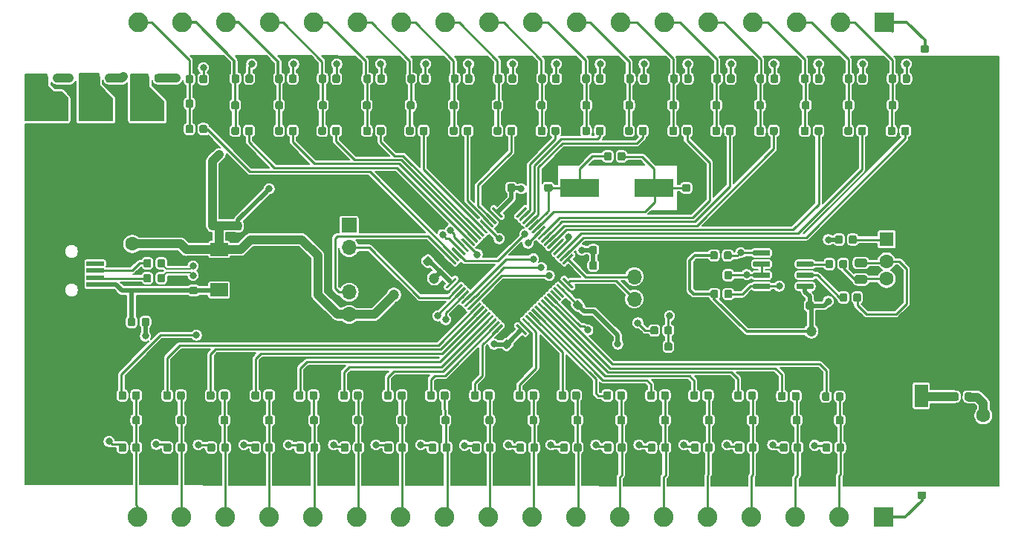
<source format=gbr>
G04 #@! TF.GenerationSoftware,KiCad,Pcbnew,(5.1.4)-1*
G04 #@! TF.CreationDate,2020-03-11T19:41:45+01:00*
G04 #@! TF.ProjectId,Jopen,4a6f7065-6e2e-46b6-9963-61645f706362,rev?*
G04 #@! TF.SameCoordinates,Original*
G04 #@! TF.FileFunction,Copper,L2,Bot*
G04 #@! TF.FilePolarity,Positive*
%FSLAX46Y46*%
G04 Gerber Fmt 4.6, Leading zero omitted, Abs format (unit mm)*
G04 Created by KiCad (PCBNEW (5.1.4)-1) date 2020-03-11 19:41:45*
%MOMM*%
%LPD*%
G04 APERTURE LIST*
%ADD10C,0.100000*%
%ADD11C,0.875000*%
%ADD12R,2.600000X1.500000*%
%ADD13R,1.500000X2.600000*%
%ADD14O,1.700000X1.700000*%
%ADD15R,1.700000X1.700000*%
%ADD16R,1.700000X2.000000*%
%ADD17R,2.000000X0.500000*%
%ADD18R,2.000000X1.500000*%
%ADD19R,2.000000X3.800000*%
%ADD20C,0.300000*%
%ADD21C,2.250000*%
%ADD22R,2.250000X2.250000*%
%ADD23R,4.500000X2.000000*%
%ADD24C,0.600000*%
%ADD25C,0.975000*%
%ADD26C,1.600000*%
%ADD27R,1.600000X1.600000*%
%ADD28C,3.000000*%
%ADD29C,0.800000*%
%ADD30C,1.200000*%
%ADD31C,0.500000*%
%ADD32C,0.250000*%
%ADD33C,1.000000*%
%ADD34C,0.300000*%
%ADD35C,0.200000*%
%ADD36C,0.210000*%
G04 APERTURE END LIST*
D10*
G36*
X191627691Y-115626053D02*
G01*
X191648926Y-115629203D01*
X191669750Y-115634419D01*
X191689962Y-115641651D01*
X191709368Y-115650830D01*
X191727781Y-115661866D01*
X191745024Y-115674654D01*
X191760930Y-115689070D01*
X191775346Y-115704976D01*
X191788134Y-115722219D01*
X191799170Y-115740632D01*
X191808349Y-115760038D01*
X191815581Y-115780250D01*
X191820797Y-115801074D01*
X191823947Y-115822309D01*
X191825000Y-115843750D01*
X191825000Y-116281250D01*
X191823947Y-116302691D01*
X191820797Y-116323926D01*
X191815581Y-116344750D01*
X191808349Y-116364962D01*
X191799170Y-116384368D01*
X191788134Y-116402781D01*
X191775346Y-116420024D01*
X191760930Y-116435930D01*
X191745024Y-116450346D01*
X191727781Y-116463134D01*
X191709368Y-116474170D01*
X191689962Y-116483349D01*
X191669750Y-116490581D01*
X191648926Y-116495797D01*
X191627691Y-116498947D01*
X191606250Y-116500000D01*
X191093750Y-116500000D01*
X191072309Y-116498947D01*
X191051074Y-116495797D01*
X191030250Y-116490581D01*
X191010038Y-116483349D01*
X190990632Y-116474170D01*
X190972219Y-116463134D01*
X190954976Y-116450346D01*
X190939070Y-116435930D01*
X190924654Y-116420024D01*
X190911866Y-116402781D01*
X190900830Y-116384368D01*
X190891651Y-116364962D01*
X190884419Y-116344750D01*
X190879203Y-116323926D01*
X190876053Y-116302691D01*
X190875000Y-116281250D01*
X190875000Y-115843750D01*
X190876053Y-115822309D01*
X190879203Y-115801074D01*
X190884419Y-115780250D01*
X190891651Y-115760038D01*
X190900830Y-115740632D01*
X190911866Y-115722219D01*
X190924654Y-115704976D01*
X190939070Y-115689070D01*
X190954976Y-115674654D01*
X190972219Y-115661866D01*
X190990632Y-115650830D01*
X191010038Y-115641651D01*
X191030250Y-115634419D01*
X191051074Y-115629203D01*
X191072309Y-115626053D01*
X191093750Y-115625000D01*
X191606250Y-115625000D01*
X191627691Y-115626053D01*
X191627691Y-115626053D01*
G37*
D11*
X191350000Y-116062500D03*
D10*
G36*
X191627691Y-117201053D02*
G01*
X191648926Y-117204203D01*
X191669750Y-117209419D01*
X191689962Y-117216651D01*
X191709368Y-117225830D01*
X191727781Y-117236866D01*
X191745024Y-117249654D01*
X191760930Y-117264070D01*
X191775346Y-117279976D01*
X191788134Y-117297219D01*
X191799170Y-117315632D01*
X191808349Y-117335038D01*
X191815581Y-117355250D01*
X191820797Y-117376074D01*
X191823947Y-117397309D01*
X191825000Y-117418750D01*
X191825000Y-117856250D01*
X191823947Y-117877691D01*
X191820797Y-117898926D01*
X191815581Y-117919750D01*
X191808349Y-117939962D01*
X191799170Y-117959368D01*
X191788134Y-117977781D01*
X191775346Y-117995024D01*
X191760930Y-118010930D01*
X191745024Y-118025346D01*
X191727781Y-118038134D01*
X191709368Y-118049170D01*
X191689962Y-118058349D01*
X191669750Y-118065581D01*
X191648926Y-118070797D01*
X191627691Y-118073947D01*
X191606250Y-118075000D01*
X191093750Y-118075000D01*
X191072309Y-118073947D01*
X191051074Y-118070797D01*
X191030250Y-118065581D01*
X191010038Y-118058349D01*
X190990632Y-118049170D01*
X190972219Y-118038134D01*
X190954976Y-118025346D01*
X190939070Y-118010930D01*
X190924654Y-117995024D01*
X190911866Y-117977781D01*
X190900830Y-117959368D01*
X190891651Y-117939962D01*
X190884419Y-117919750D01*
X190879203Y-117898926D01*
X190876053Y-117877691D01*
X190875000Y-117856250D01*
X190875000Y-117418750D01*
X190876053Y-117397309D01*
X190879203Y-117376074D01*
X190884419Y-117355250D01*
X190891651Y-117335038D01*
X190900830Y-117315632D01*
X190911866Y-117297219D01*
X190924654Y-117279976D01*
X190939070Y-117264070D01*
X190954976Y-117249654D01*
X190972219Y-117236866D01*
X190990632Y-117225830D01*
X191010038Y-117216651D01*
X191030250Y-117209419D01*
X191051074Y-117204203D01*
X191072309Y-117201053D01*
X191093750Y-117200000D01*
X191606250Y-117200000D01*
X191627691Y-117201053D01*
X191627691Y-117201053D01*
G37*
D11*
X191350000Y-117637500D03*
D10*
G36*
X191977691Y-66338553D02*
G01*
X191998926Y-66341703D01*
X192019750Y-66346919D01*
X192039962Y-66354151D01*
X192059368Y-66363330D01*
X192077781Y-66374366D01*
X192095024Y-66387154D01*
X192110930Y-66401570D01*
X192125346Y-66417476D01*
X192138134Y-66434719D01*
X192149170Y-66453132D01*
X192158349Y-66472538D01*
X192165581Y-66492750D01*
X192170797Y-66513574D01*
X192173947Y-66534809D01*
X192175000Y-66556250D01*
X192175000Y-66993750D01*
X192173947Y-67015191D01*
X192170797Y-67036426D01*
X192165581Y-67057250D01*
X192158349Y-67077462D01*
X192149170Y-67096868D01*
X192138134Y-67115281D01*
X192125346Y-67132524D01*
X192110930Y-67148430D01*
X192095024Y-67162846D01*
X192077781Y-67175634D01*
X192059368Y-67186670D01*
X192039962Y-67195849D01*
X192019750Y-67203081D01*
X191998926Y-67208297D01*
X191977691Y-67211447D01*
X191956250Y-67212500D01*
X191443750Y-67212500D01*
X191422309Y-67211447D01*
X191401074Y-67208297D01*
X191380250Y-67203081D01*
X191360038Y-67195849D01*
X191340632Y-67186670D01*
X191322219Y-67175634D01*
X191304976Y-67162846D01*
X191289070Y-67148430D01*
X191274654Y-67132524D01*
X191261866Y-67115281D01*
X191250830Y-67096868D01*
X191241651Y-67077462D01*
X191234419Y-67057250D01*
X191229203Y-67036426D01*
X191226053Y-67015191D01*
X191225000Y-66993750D01*
X191225000Y-66556250D01*
X191226053Y-66534809D01*
X191229203Y-66513574D01*
X191234419Y-66492750D01*
X191241651Y-66472538D01*
X191250830Y-66453132D01*
X191261866Y-66434719D01*
X191274654Y-66417476D01*
X191289070Y-66401570D01*
X191304976Y-66387154D01*
X191322219Y-66374366D01*
X191340632Y-66363330D01*
X191360038Y-66354151D01*
X191380250Y-66346919D01*
X191401074Y-66341703D01*
X191422309Y-66338553D01*
X191443750Y-66337500D01*
X191956250Y-66337500D01*
X191977691Y-66338553D01*
X191977691Y-66338553D01*
G37*
D11*
X191700000Y-66775000D03*
D10*
G36*
X191977691Y-67913553D02*
G01*
X191998926Y-67916703D01*
X192019750Y-67921919D01*
X192039962Y-67929151D01*
X192059368Y-67938330D01*
X192077781Y-67949366D01*
X192095024Y-67962154D01*
X192110930Y-67976570D01*
X192125346Y-67992476D01*
X192138134Y-68009719D01*
X192149170Y-68028132D01*
X192158349Y-68047538D01*
X192165581Y-68067750D01*
X192170797Y-68088574D01*
X192173947Y-68109809D01*
X192175000Y-68131250D01*
X192175000Y-68568750D01*
X192173947Y-68590191D01*
X192170797Y-68611426D01*
X192165581Y-68632250D01*
X192158349Y-68652462D01*
X192149170Y-68671868D01*
X192138134Y-68690281D01*
X192125346Y-68707524D01*
X192110930Y-68723430D01*
X192095024Y-68737846D01*
X192077781Y-68750634D01*
X192059368Y-68761670D01*
X192039962Y-68770849D01*
X192019750Y-68778081D01*
X191998926Y-68783297D01*
X191977691Y-68786447D01*
X191956250Y-68787500D01*
X191443750Y-68787500D01*
X191422309Y-68786447D01*
X191401074Y-68783297D01*
X191380250Y-68778081D01*
X191360038Y-68770849D01*
X191340632Y-68761670D01*
X191322219Y-68750634D01*
X191304976Y-68737846D01*
X191289070Y-68723430D01*
X191274654Y-68707524D01*
X191261866Y-68690281D01*
X191250830Y-68671868D01*
X191241651Y-68652462D01*
X191234419Y-68632250D01*
X191229203Y-68611426D01*
X191226053Y-68590191D01*
X191225000Y-68568750D01*
X191225000Y-68131250D01*
X191226053Y-68109809D01*
X191229203Y-68088574D01*
X191234419Y-68067750D01*
X191241651Y-68047538D01*
X191250830Y-68028132D01*
X191261866Y-68009719D01*
X191274654Y-67992476D01*
X191289070Y-67976570D01*
X191304976Y-67962154D01*
X191322219Y-67949366D01*
X191340632Y-67938330D01*
X191360038Y-67929151D01*
X191380250Y-67921919D01*
X191401074Y-67916703D01*
X191422309Y-67913553D01*
X191443750Y-67912500D01*
X191956250Y-67912500D01*
X191977691Y-67913553D01*
X191977691Y-67913553D01*
G37*
D11*
X191700000Y-68350000D03*
D12*
X97950000Y-74250000D03*
X97950000Y-77250000D03*
X92100000Y-74250000D03*
X92100000Y-77250000D03*
X103750000Y-74250000D03*
X103750000Y-77250000D03*
D13*
X191300000Y-106300000D03*
X188300000Y-106300000D03*
D10*
G36*
X157377691Y-78526053D02*
G01*
X157398926Y-78529203D01*
X157419750Y-78534419D01*
X157439962Y-78541651D01*
X157459368Y-78550830D01*
X157477781Y-78561866D01*
X157495024Y-78574654D01*
X157510930Y-78589070D01*
X157525346Y-78604976D01*
X157538134Y-78622219D01*
X157549170Y-78640632D01*
X157558349Y-78660038D01*
X157565581Y-78680250D01*
X157570797Y-78701074D01*
X157573947Y-78722309D01*
X157575000Y-78743750D01*
X157575000Y-79256250D01*
X157573947Y-79277691D01*
X157570797Y-79298926D01*
X157565581Y-79319750D01*
X157558349Y-79339962D01*
X157549170Y-79359368D01*
X157538134Y-79377781D01*
X157525346Y-79395024D01*
X157510930Y-79410930D01*
X157495024Y-79425346D01*
X157477781Y-79438134D01*
X157459368Y-79449170D01*
X157439962Y-79458349D01*
X157419750Y-79465581D01*
X157398926Y-79470797D01*
X157377691Y-79473947D01*
X157356250Y-79475000D01*
X156918750Y-79475000D01*
X156897309Y-79473947D01*
X156876074Y-79470797D01*
X156855250Y-79465581D01*
X156835038Y-79458349D01*
X156815632Y-79449170D01*
X156797219Y-79438134D01*
X156779976Y-79425346D01*
X156764070Y-79410930D01*
X156749654Y-79395024D01*
X156736866Y-79377781D01*
X156725830Y-79359368D01*
X156716651Y-79339962D01*
X156709419Y-79319750D01*
X156704203Y-79298926D01*
X156701053Y-79277691D01*
X156700000Y-79256250D01*
X156700000Y-78743750D01*
X156701053Y-78722309D01*
X156704203Y-78701074D01*
X156709419Y-78680250D01*
X156716651Y-78660038D01*
X156725830Y-78640632D01*
X156736866Y-78622219D01*
X156749654Y-78604976D01*
X156764070Y-78589070D01*
X156779976Y-78574654D01*
X156797219Y-78561866D01*
X156815632Y-78550830D01*
X156835038Y-78541651D01*
X156855250Y-78534419D01*
X156876074Y-78529203D01*
X156897309Y-78526053D01*
X156918750Y-78525000D01*
X157356250Y-78525000D01*
X157377691Y-78526053D01*
X157377691Y-78526053D01*
G37*
D11*
X157137500Y-79000000D03*
D10*
G36*
X155802691Y-78526053D02*
G01*
X155823926Y-78529203D01*
X155844750Y-78534419D01*
X155864962Y-78541651D01*
X155884368Y-78550830D01*
X155902781Y-78561866D01*
X155920024Y-78574654D01*
X155935930Y-78589070D01*
X155950346Y-78604976D01*
X155963134Y-78622219D01*
X155974170Y-78640632D01*
X155983349Y-78660038D01*
X155990581Y-78680250D01*
X155995797Y-78701074D01*
X155998947Y-78722309D01*
X156000000Y-78743750D01*
X156000000Y-79256250D01*
X155998947Y-79277691D01*
X155995797Y-79298926D01*
X155990581Y-79319750D01*
X155983349Y-79339962D01*
X155974170Y-79359368D01*
X155963134Y-79377781D01*
X155950346Y-79395024D01*
X155935930Y-79410930D01*
X155920024Y-79425346D01*
X155902781Y-79438134D01*
X155884368Y-79449170D01*
X155864962Y-79458349D01*
X155844750Y-79465581D01*
X155823926Y-79470797D01*
X155802691Y-79473947D01*
X155781250Y-79475000D01*
X155343750Y-79475000D01*
X155322309Y-79473947D01*
X155301074Y-79470797D01*
X155280250Y-79465581D01*
X155260038Y-79458349D01*
X155240632Y-79449170D01*
X155222219Y-79438134D01*
X155204976Y-79425346D01*
X155189070Y-79410930D01*
X155174654Y-79395024D01*
X155161866Y-79377781D01*
X155150830Y-79359368D01*
X155141651Y-79339962D01*
X155134419Y-79319750D01*
X155129203Y-79298926D01*
X155126053Y-79277691D01*
X155125000Y-79256250D01*
X155125000Y-78743750D01*
X155126053Y-78722309D01*
X155129203Y-78701074D01*
X155134419Y-78680250D01*
X155141651Y-78660038D01*
X155150830Y-78640632D01*
X155161866Y-78622219D01*
X155174654Y-78604976D01*
X155189070Y-78589070D01*
X155204976Y-78574654D01*
X155222219Y-78561866D01*
X155240632Y-78550830D01*
X155260038Y-78541651D01*
X155280250Y-78534419D01*
X155301074Y-78529203D01*
X155322309Y-78526053D01*
X155343750Y-78525000D01*
X155781250Y-78525000D01*
X155802691Y-78526053D01*
X155802691Y-78526053D01*
G37*
D11*
X155562500Y-79000000D03*
D10*
G36*
X108152691Y-75426053D02*
G01*
X108173926Y-75429203D01*
X108194750Y-75434419D01*
X108214962Y-75441651D01*
X108234368Y-75450830D01*
X108252781Y-75461866D01*
X108270024Y-75474654D01*
X108285930Y-75489070D01*
X108300346Y-75504976D01*
X108313134Y-75522219D01*
X108324170Y-75540632D01*
X108333349Y-75560038D01*
X108340581Y-75580250D01*
X108345797Y-75601074D01*
X108348947Y-75622309D01*
X108350000Y-75643750D01*
X108350000Y-76156250D01*
X108348947Y-76177691D01*
X108345797Y-76198926D01*
X108340581Y-76219750D01*
X108333349Y-76239962D01*
X108324170Y-76259368D01*
X108313134Y-76277781D01*
X108300346Y-76295024D01*
X108285930Y-76310930D01*
X108270024Y-76325346D01*
X108252781Y-76338134D01*
X108234368Y-76349170D01*
X108214962Y-76358349D01*
X108194750Y-76365581D01*
X108173926Y-76370797D01*
X108152691Y-76373947D01*
X108131250Y-76375000D01*
X107693750Y-76375000D01*
X107672309Y-76373947D01*
X107651074Y-76370797D01*
X107630250Y-76365581D01*
X107610038Y-76358349D01*
X107590632Y-76349170D01*
X107572219Y-76338134D01*
X107554976Y-76325346D01*
X107539070Y-76310930D01*
X107524654Y-76295024D01*
X107511866Y-76277781D01*
X107500830Y-76259368D01*
X107491651Y-76239962D01*
X107484419Y-76219750D01*
X107479203Y-76198926D01*
X107476053Y-76177691D01*
X107475000Y-76156250D01*
X107475000Y-75643750D01*
X107476053Y-75622309D01*
X107479203Y-75601074D01*
X107484419Y-75580250D01*
X107491651Y-75560038D01*
X107500830Y-75540632D01*
X107511866Y-75522219D01*
X107524654Y-75504976D01*
X107539070Y-75489070D01*
X107554976Y-75474654D01*
X107572219Y-75461866D01*
X107590632Y-75450830D01*
X107610038Y-75441651D01*
X107630250Y-75434419D01*
X107651074Y-75429203D01*
X107672309Y-75426053D01*
X107693750Y-75425000D01*
X108131250Y-75425000D01*
X108152691Y-75426053D01*
X108152691Y-75426053D01*
G37*
D11*
X107912500Y-75900000D03*
D10*
G36*
X109727691Y-75426053D02*
G01*
X109748926Y-75429203D01*
X109769750Y-75434419D01*
X109789962Y-75441651D01*
X109809368Y-75450830D01*
X109827781Y-75461866D01*
X109845024Y-75474654D01*
X109860930Y-75489070D01*
X109875346Y-75504976D01*
X109888134Y-75522219D01*
X109899170Y-75540632D01*
X109908349Y-75560038D01*
X109915581Y-75580250D01*
X109920797Y-75601074D01*
X109923947Y-75622309D01*
X109925000Y-75643750D01*
X109925000Y-76156250D01*
X109923947Y-76177691D01*
X109920797Y-76198926D01*
X109915581Y-76219750D01*
X109908349Y-76239962D01*
X109899170Y-76259368D01*
X109888134Y-76277781D01*
X109875346Y-76295024D01*
X109860930Y-76310930D01*
X109845024Y-76325346D01*
X109827781Y-76338134D01*
X109809368Y-76349170D01*
X109789962Y-76358349D01*
X109769750Y-76365581D01*
X109748926Y-76370797D01*
X109727691Y-76373947D01*
X109706250Y-76375000D01*
X109268750Y-76375000D01*
X109247309Y-76373947D01*
X109226074Y-76370797D01*
X109205250Y-76365581D01*
X109185038Y-76358349D01*
X109165632Y-76349170D01*
X109147219Y-76338134D01*
X109129976Y-76325346D01*
X109114070Y-76310930D01*
X109099654Y-76295024D01*
X109086866Y-76277781D01*
X109075830Y-76259368D01*
X109066651Y-76239962D01*
X109059419Y-76219750D01*
X109054203Y-76198926D01*
X109051053Y-76177691D01*
X109050000Y-76156250D01*
X109050000Y-75643750D01*
X109051053Y-75622309D01*
X109054203Y-75601074D01*
X109059419Y-75580250D01*
X109066651Y-75560038D01*
X109075830Y-75540632D01*
X109086866Y-75522219D01*
X109099654Y-75504976D01*
X109114070Y-75489070D01*
X109129976Y-75474654D01*
X109147219Y-75461866D01*
X109165632Y-75450830D01*
X109185038Y-75441651D01*
X109205250Y-75434419D01*
X109226074Y-75429203D01*
X109247309Y-75426053D01*
X109268750Y-75425000D01*
X109706250Y-75425000D01*
X109727691Y-75426053D01*
X109727691Y-75426053D01*
G37*
D11*
X109487500Y-75900000D03*
D10*
G36*
X109727691Y-69726053D02*
G01*
X109748926Y-69729203D01*
X109769750Y-69734419D01*
X109789962Y-69741651D01*
X109809368Y-69750830D01*
X109827781Y-69761866D01*
X109845024Y-69774654D01*
X109860930Y-69789070D01*
X109875346Y-69804976D01*
X109888134Y-69822219D01*
X109899170Y-69840632D01*
X109908349Y-69860038D01*
X109915581Y-69880250D01*
X109920797Y-69901074D01*
X109923947Y-69922309D01*
X109925000Y-69943750D01*
X109925000Y-70456250D01*
X109923947Y-70477691D01*
X109920797Y-70498926D01*
X109915581Y-70519750D01*
X109908349Y-70539962D01*
X109899170Y-70559368D01*
X109888134Y-70577781D01*
X109875346Y-70595024D01*
X109860930Y-70610930D01*
X109845024Y-70625346D01*
X109827781Y-70638134D01*
X109809368Y-70649170D01*
X109789962Y-70658349D01*
X109769750Y-70665581D01*
X109748926Y-70670797D01*
X109727691Y-70673947D01*
X109706250Y-70675000D01*
X109268750Y-70675000D01*
X109247309Y-70673947D01*
X109226074Y-70670797D01*
X109205250Y-70665581D01*
X109185038Y-70658349D01*
X109165632Y-70649170D01*
X109147219Y-70638134D01*
X109129976Y-70625346D01*
X109114070Y-70610930D01*
X109099654Y-70595024D01*
X109086866Y-70577781D01*
X109075830Y-70559368D01*
X109066651Y-70539962D01*
X109059419Y-70519750D01*
X109054203Y-70498926D01*
X109051053Y-70477691D01*
X109050000Y-70456250D01*
X109050000Y-69943750D01*
X109051053Y-69922309D01*
X109054203Y-69901074D01*
X109059419Y-69880250D01*
X109066651Y-69860038D01*
X109075830Y-69840632D01*
X109086866Y-69822219D01*
X109099654Y-69804976D01*
X109114070Y-69789070D01*
X109129976Y-69774654D01*
X109147219Y-69761866D01*
X109165632Y-69750830D01*
X109185038Y-69741651D01*
X109205250Y-69734419D01*
X109226074Y-69729203D01*
X109247309Y-69726053D01*
X109268750Y-69725000D01*
X109706250Y-69725000D01*
X109727691Y-69726053D01*
X109727691Y-69726053D01*
G37*
D11*
X109487500Y-70200000D03*
D10*
G36*
X108152691Y-69726053D02*
G01*
X108173926Y-69729203D01*
X108194750Y-69734419D01*
X108214962Y-69741651D01*
X108234368Y-69750830D01*
X108252781Y-69761866D01*
X108270024Y-69774654D01*
X108285930Y-69789070D01*
X108300346Y-69804976D01*
X108313134Y-69822219D01*
X108324170Y-69840632D01*
X108333349Y-69860038D01*
X108340581Y-69880250D01*
X108345797Y-69901074D01*
X108348947Y-69922309D01*
X108350000Y-69943750D01*
X108350000Y-70456250D01*
X108348947Y-70477691D01*
X108345797Y-70498926D01*
X108340581Y-70519750D01*
X108333349Y-70539962D01*
X108324170Y-70559368D01*
X108313134Y-70577781D01*
X108300346Y-70595024D01*
X108285930Y-70610930D01*
X108270024Y-70625346D01*
X108252781Y-70638134D01*
X108234368Y-70649170D01*
X108214962Y-70658349D01*
X108194750Y-70665581D01*
X108173926Y-70670797D01*
X108152691Y-70673947D01*
X108131250Y-70675000D01*
X107693750Y-70675000D01*
X107672309Y-70673947D01*
X107651074Y-70670797D01*
X107630250Y-70665581D01*
X107610038Y-70658349D01*
X107590632Y-70649170D01*
X107572219Y-70638134D01*
X107554976Y-70625346D01*
X107539070Y-70610930D01*
X107524654Y-70595024D01*
X107511866Y-70577781D01*
X107500830Y-70559368D01*
X107491651Y-70539962D01*
X107484419Y-70519750D01*
X107479203Y-70498926D01*
X107476053Y-70477691D01*
X107475000Y-70456250D01*
X107475000Y-69943750D01*
X107476053Y-69922309D01*
X107479203Y-69901074D01*
X107484419Y-69880250D01*
X107491651Y-69860038D01*
X107500830Y-69840632D01*
X107511866Y-69822219D01*
X107524654Y-69804976D01*
X107539070Y-69789070D01*
X107554976Y-69774654D01*
X107572219Y-69761866D01*
X107590632Y-69750830D01*
X107610038Y-69741651D01*
X107630250Y-69734419D01*
X107651074Y-69729203D01*
X107672309Y-69726053D01*
X107693750Y-69725000D01*
X108131250Y-69725000D01*
X108152691Y-69726053D01*
X108152691Y-69726053D01*
G37*
D11*
X107912500Y-70200000D03*
D10*
G36*
X108152691Y-72526053D02*
G01*
X108173926Y-72529203D01*
X108194750Y-72534419D01*
X108214962Y-72541651D01*
X108234368Y-72550830D01*
X108252781Y-72561866D01*
X108270024Y-72574654D01*
X108285930Y-72589070D01*
X108300346Y-72604976D01*
X108313134Y-72622219D01*
X108324170Y-72640632D01*
X108333349Y-72660038D01*
X108340581Y-72680250D01*
X108345797Y-72701074D01*
X108348947Y-72722309D01*
X108350000Y-72743750D01*
X108350000Y-73256250D01*
X108348947Y-73277691D01*
X108345797Y-73298926D01*
X108340581Y-73319750D01*
X108333349Y-73339962D01*
X108324170Y-73359368D01*
X108313134Y-73377781D01*
X108300346Y-73395024D01*
X108285930Y-73410930D01*
X108270024Y-73425346D01*
X108252781Y-73438134D01*
X108234368Y-73449170D01*
X108214962Y-73458349D01*
X108194750Y-73465581D01*
X108173926Y-73470797D01*
X108152691Y-73473947D01*
X108131250Y-73475000D01*
X107693750Y-73475000D01*
X107672309Y-73473947D01*
X107651074Y-73470797D01*
X107630250Y-73465581D01*
X107610038Y-73458349D01*
X107590632Y-73449170D01*
X107572219Y-73438134D01*
X107554976Y-73425346D01*
X107539070Y-73410930D01*
X107524654Y-73395024D01*
X107511866Y-73377781D01*
X107500830Y-73359368D01*
X107491651Y-73339962D01*
X107484419Y-73319750D01*
X107479203Y-73298926D01*
X107476053Y-73277691D01*
X107475000Y-73256250D01*
X107475000Y-72743750D01*
X107476053Y-72722309D01*
X107479203Y-72701074D01*
X107484419Y-72680250D01*
X107491651Y-72660038D01*
X107500830Y-72640632D01*
X107511866Y-72622219D01*
X107524654Y-72604976D01*
X107539070Y-72589070D01*
X107554976Y-72574654D01*
X107572219Y-72561866D01*
X107590632Y-72550830D01*
X107610038Y-72541651D01*
X107630250Y-72534419D01*
X107651074Y-72529203D01*
X107672309Y-72526053D01*
X107693750Y-72525000D01*
X108131250Y-72525000D01*
X108152691Y-72526053D01*
X108152691Y-72526053D01*
G37*
D11*
X107912500Y-73000000D03*
D10*
G36*
X109727691Y-72526053D02*
G01*
X109748926Y-72529203D01*
X109769750Y-72534419D01*
X109789962Y-72541651D01*
X109809368Y-72550830D01*
X109827781Y-72561866D01*
X109845024Y-72574654D01*
X109860930Y-72589070D01*
X109875346Y-72604976D01*
X109888134Y-72622219D01*
X109899170Y-72640632D01*
X109908349Y-72660038D01*
X109915581Y-72680250D01*
X109920797Y-72701074D01*
X109923947Y-72722309D01*
X109925000Y-72743750D01*
X109925000Y-73256250D01*
X109923947Y-73277691D01*
X109920797Y-73298926D01*
X109915581Y-73319750D01*
X109908349Y-73339962D01*
X109899170Y-73359368D01*
X109888134Y-73377781D01*
X109875346Y-73395024D01*
X109860930Y-73410930D01*
X109845024Y-73425346D01*
X109827781Y-73438134D01*
X109809368Y-73449170D01*
X109789962Y-73458349D01*
X109769750Y-73465581D01*
X109748926Y-73470797D01*
X109727691Y-73473947D01*
X109706250Y-73475000D01*
X109268750Y-73475000D01*
X109247309Y-73473947D01*
X109226074Y-73470797D01*
X109205250Y-73465581D01*
X109185038Y-73458349D01*
X109165632Y-73449170D01*
X109147219Y-73438134D01*
X109129976Y-73425346D01*
X109114070Y-73410930D01*
X109099654Y-73395024D01*
X109086866Y-73377781D01*
X109075830Y-73359368D01*
X109066651Y-73339962D01*
X109059419Y-73319750D01*
X109054203Y-73298926D01*
X109051053Y-73277691D01*
X109050000Y-73256250D01*
X109050000Y-72743750D01*
X109051053Y-72722309D01*
X109054203Y-72701074D01*
X109059419Y-72680250D01*
X109066651Y-72660038D01*
X109075830Y-72640632D01*
X109086866Y-72622219D01*
X109099654Y-72604976D01*
X109114070Y-72589070D01*
X109129976Y-72574654D01*
X109147219Y-72561866D01*
X109165632Y-72550830D01*
X109185038Y-72541651D01*
X109205250Y-72534419D01*
X109226074Y-72529203D01*
X109247309Y-72526053D01*
X109268750Y-72525000D01*
X109706250Y-72525000D01*
X109727691Y-72526053D01*
X109727691Y-72526053D01*
G37*
D11*
X109487500Y-73000000D03*
D14*
X126100000Y-97040000D03*
X126100000Y-94500000D03*
X126100000Y-91960000D03*
X126100000Y-89420000D03*
D15*
X126100000Y-86880000D03*
D10*
G36*
X155727691Y-90976053D02*
G01*
X155748926Y-90979203D01*
X155769750Y-90984419D01*
X155789962Y-90991651D01*
X155809368Y-91000830D01*
X155827781Y-91011866D01*
X155845024Y-91024654D01*
X155860930Y-91039070D01*
X155875346Y-91054976D01*
X155888134Y-91072219D01*
X155899170Y-91090632D01*
X155908349Y-91110038D01*
X155915581Y-91130250D01*
X155920797Y-91151074D01*
X155923947Y-91172309D01*
X155925000Y-91193750D01*
X155925000Y-91706250D01*
X155923947Y-91727691D01*
X155920797Y-91748926D01*
X155915581Y-91769750D01*
X155908349Y-91789962D01*
X155899170Y-91809368D01*
X155888134Y-91827781D01*
X155875346Y-91845024D01*
X155860930Y-91860930D01*
X155845024Y-91875346D01*
X155827781Y-91888134D01*
X155809368Y-91899170D01*
X155789962Y-91908349D01*
X155769750Y-91915581D01*
X155748926Y-91920797D01*
X155727691Y-91923947D01*
X155706250Y-91925000D01*
X155268750Y-91925000D01*
X155247309Y-91923947D01*
X155226074Y-91920797D01*
X155205250Y-91915581D01*
X155185038Y-91908349D01*
X155165632Y-91899170D01*
X155147219Y-91888134D01*
X155129976Y-91875346D01*
X155114070Y-91860930D01*
X155099654Y-91845024D01*
X155086866Y-91827781D01*
X155075830Y-91809368D01*
X155066651Y-91789962D01*
X155059419Y-91769750D01*
X155054203Y-91748926D01*
X155051053Y-91727691D01*
X155050000Y-91706250D01*
X155050000Y-91193750D01*
X155051053Y-91172309D01*
X155054203Y-91151074D01*
X155059419Y-91130250D01*
X155066651Y-91110038D01*
X155075830Y-91090632D01*
X155086866Y-91072219D01*
X155099654Y-91054976D01*
X155114070Y-91039070D01*
X155129976Y-91024654D01*
X155147219Y-91011866D01*
X155165632Y-91000830D01*
X155185038Y-90991651D01*
X155205250Y-90984419D01*
X155226074Y-90979203D01*
X155247309Y-90976053D01*
X155268750Y-90975000D01*
X155706250Y-90975000D01*
X155727691Y-90976053D01*
X155727691Y-90976053D01*
G37*
D11*
X155487500Y-91450000D03*
D10*
G36*
X154152691Y-90976053D02*
G01*
X154173926Y-90979203D01*
X154194750Y-90984419D01*
X154214962Y-90991651D01*
X154234368Y-91000830D01*
X154252781Y-91011866D01*
X154270024Y-91024654D01*
X154285930Y-91039070D01*
X154300346Y-91054976D01*
X154313134Y-91072219D01*
X154324170Y-91090632D01*
X154333349Y-91110038D01*
X154340581Y-91130250D01*
X154345797Y-91151074D01*
X154348947Y-91172309D01*
X154350000Y-91193750D01*
X154350000Y-91706250D01*
X154348947Y-91727691D01*
X154345797Y-91748926D01*
X154340581Y-91769750D01*
X154333349Y-91789962D01*
X154324170Y-91809368D01*
X154313134Y-91827781D01*
X154300346Y-91845024D01*
X154285930Y-91860930D01*
X154270024Y-91875346D01*
X154252781Y-91888134D01*
X154234368Y-91899170D01*
X154214962Y-91908349D01*
X154194750Y-91915581D01*
X154173926Y-91920797D01*
X154152691Y-91923947D01*
X154131250Y-91925000D01*
X153693750Y-91925000D01*
X153672309Y-91923947D01*
X153651074Y-91920797D01*
X153630250Y-91915581D01*
X153610038Y-91908349D01*
X153590632Y-91899170D01*
X153572219Y-91888134D01*
X153554976Y-91875346D01*
X153539070Y-91860930D01*
X153524654Y-91845024D01*
X153511866Y-91827781D01*
X153500830Y-91809368D01*
X153491651Y-91789962D01*
X153484419Y-91769750D01*
X153479203Y-91748926D01*
X153476053Y-91727691D01*
X153475000Y-91706250D01*
X153475000Y-91193750D01*
X153476053Y-91172309D01*
X153479203Y-91151074D01*
X153484419Y-91130250D01*
X153491651Y-91110038D01*
X153500830Y-91090632D01*
X153511866Y-91072219D01*
X153524654Y-91054976D01*
X153539070Y-91039070D01*
X153554976Y-91024654D01*
X153572219Y-91011866D01*
X153590632Y-91000830D01*
X153610038Y-90991651D01*
X153630250Y-90984419D01*
X153651074Y-90979203D01*
X153672309Y-90976053D01*
X153693750Y-90975000D01*
X154131250Y-90975000D01*
X154152691Y-90976053D01*
X154152691Y-90976053D01*
G37*
D11*
X153912500Y-91450000D03*
D16*
X91610000Y-87600000D03*
X97060000Y-87600000D03*
X91610000Y-96500000D03*
X97060000Y-96500000D03*
D17*
X97160000Y-90450000D03*
X97160000Y-91250000D03*
X97160000Y-92050000D03*
X97160000Y-92850000D03*
X97160000Y-93650000D03*
D10*
G36*
X153251771Y-94289580D02*
G01*
X153273006Y-94292730D01*
X153293830Y-94297946D01*
X153314042Y-94305178D01*
X153333448Y-94314357D01*
X153351861Y-94325393D01*
X153369104Y-94338181D01*
X153385010Y-94352597D01*
X153747403Y-94714990D01*
X153761819Y-94730896D01*
X153774607Y-94748139D01*
X153785643Y-94766552D01*
X153794822Y-94785958D01*
X153802054Y-94806170D01*
X153807270Y-94826994D01*
X153810420Y-94848229D01*
X153811473Y-94869670D01*
X153810420Y-94891111D01*
X153807270Y-94912346D01*
X153802054Y-94933170D01*
X153794822Y-94953382D01*
X153785643Y-94972788D01*
X153774607Y-94991201D01*
X153761819Y-95008444D01*
X153747403Y-95024350D01*
X153438044Y-95333709D01*
X153422138Y-95348125D01*
X153404895Y-95360913D01*
X153386482Y-95371949D01*
X153367076Y-95381128D01*
X153346864Y-95388360D01*
X153326040Y-95393576D01*
X153304805Y-95396726D01*
X153283364Y-95397779D01*
X153261923Y-95396726D01*
X153240688Y-95393576D01*
X153219864Y-95388360D01*
X153199652Y-95381128D01*
X153180246Y-95371949D01*
X153161833Y-95360913D01*
X153144590Y-95348125D01*
X153128684Y-95333709D01*
X152766291Y-94971316D01*
X152751875Y-94955410D01*
X152739087Y-94938167D01*
X152728051Y-94919754D01*
X152718872Y-94900348D01*
X152711640Y-94880136D01*
X152706424Y-94859312D01*
X152703274Y-94838077D01*
X152702221Y-94816636D01*
X152703274Y-94795195D01*
X152706424Y-94773960D01*
X152711640Y-94753136D01*
X152718872Y-94732924D01*
X152728051Y-94713518D01*
X152739087Y-94695105D01*
X152751875Y-94677862D01*
X152766291Y-94661956D01*
X153075650Y-94352597D01*
X153091556Y-94338181D01*
X153108799Y-94325393D01*
X153127212Y-94314357D01*
X153146618Y-94305178D01*
X153166830Y-94297946D01*
X153187654Y-94292730D01*
X153208889Y-94289580D01*
X153230330Y-94288527D01*
X153251771Y-94289580D01*
X153251771Y-94289580D01*
G37*
D11*
X153256847Y-94843153D03*
D10*
G36*
X152138077Y-95403274D02*
G01*
X152159312Y-95406424D01*
X152180136Y-95411640D01*
X152200348Y-95418872D01*
X152219754Y-95428051D01*
X152238167Y-95439087D01*
X152255410Y-95451875D01*
X152271316Y-95466291D01*
X152633709Y-95828684D01*
X152648125Y-95844590D01*
X152660913Y-95861833D01*
X152671949Y-95880246D01*
X152681128Y-95899652D01*
X152688360Y-95919864D01*
X152693576Y-95940688D01*
X152696726Y-95961923D01*
X152697779Y-95983364D01*
X152696726Y-96004805D01*
X152693576Y-96026040D01*
X152688360Y-96046864D01*
X152681128Y-96067076D01*
X152671949Y-96086482D01*
X152660913Y-96104895D01*
X152648125Y-96122138D01*
X152633709Y-96138044D01*
X152324350Y-96447403D01*
X152308444Y-96461819D01*
X152291201Y-96474607D01*
X152272788Y-96485643D01*
X152253382Y-96494822D01*
X152233170Y-96502054D01*
X152212346Y-96507270D01*
X152191111Y-96510420D01*
X152169670Y-96511473D01*
X152148229Y-96510420D01*
X152126994Y-96507270D01*
X152106170Y-96502054D01*
X152085958Y-96494822D01*
X152066552Y-96485643D01*
X152048139Y-96474607D01*
X152030896Y-96461819D01*
X152014990Y-96447403D01*
X151652597Y-96085010D01*
X151638181Y-96069104D01*
X151625393Y-96051861D01*
X151614357Y-96033448D01*
X151605178Y-96014042D01*
X151597946Y-95993830D01*
X151592730Y-95973006D01*
X151589580Y-95951771D01*
X151588527Y-95930330D01*
X151589580Y-95908889D01*
X151592730Y-95887654D01*
X151597946Y-95866830D01*
X151605178Y-95846618D01*
X151614357Y-95827212D01*
X151625393Y-95808799D01*
X151638181Y-95791556D01*
X151652597Y-95775650D01*
X151961956Y-95466291D01*
X151977862Y-95451875D01*
X151995105Y-95439087D01*
X152013518Y-95428051D01*
X152032924Y-95418872D01*
X152053136Y-95411640D01*
X152073960Y-95406424D01*
X152095195Y-95403274D01*
X152116636Y-95402221D01*
X152138077Y-95403274D01*
X152138077Y-95403274D01*
G37*
D11*
X152143153Y-95956847D03*
D10*
G36*
X182652691Y-94626053D02*
G01*
X182673926Y-94629203D01*
X182694750Y-94634419D01*
X182714962Y-94641651D01*
X182734368Y-94650830D01*
X182752781Y-94661866D01*
X182770024Y-94674654D01*
X182785930Y-94689070D01*
X182800346Y-94704976D01*
X182813134Y-94722219D01*
X182824170Y-94740632D01*
X182833349Y-94760038D01*
X182840581Y-94780250D01*
X182845797Y-94801074D01*
X182848947Y-94822309D01*
X182850000Y-94843750D01*
X182850000Y-95356250D01*
X182848947Y-95377691D01*
X182845797Y-95398926D01*
X182840581Y-95419750D01*
X182833349Y-95439962D01*
X182824170Y-95459368D01*
X182813134Y-95477781D01*
X182800346Y-95495024D01*
X182785930Y-95510930D01*
X182770024Y-95525346D01*
X182752781Y-95538134D01*
X182734368Y-95549170D01*
X182714962Y-95558349D01*
X182694750Y-95565581D01*
X182673926Y-95570797D01*
X182652691Y-95573947D01*
X182631250Y-95575000D01*
X182193750Y-95575000D01*
X182172309Y-95573947D01*
X182151074Y-95570797D01*
X182130250Y-95565581D01*
X182110038Y-95558349D01*
X182090632Y-95549170D01*
X182072219Y-95538134D01*
X182054976Y-95525346D01*
X182039070Y-95510930D01*
X182024654Y-95495024D01*
X182011866Y-95477781D01*
X182000830Y-95459368D01*
X181991651Y-95439962D01*
X181984419Y-95419750D01*
X181979203Y-95398926D01*
X181976053Y-95377691D01*
X181975000Y-95356250D01*
X181975000Y-94843750D01*
X181976053Y-94822309D01*
X181979203Y-94801074D01*
X181984419Y-94780250D01*
X181991651Y-94760038D01*
X182000830Y-94740632D01*
X182011866Y-94722219D01*
X182024654Y-94704976D01*
X182039070Y-94689070D01*
X182054976Y-94674654D01*
X182072219Y-94661866D01*
X182090632Y-94650830D01*
X182110038Y-94641651D01*
X182130250Y-94634419D01*
X182151074Y-94629203D01*
X182172309Y-94626053D01*
X182193750Y-94625000D01*
X182631250Y-94625000D01*
X182652691Y-94626053D01*
X182652691Y-94626053D01*
G37*
D11*
X182412500Y-95100000D03*
D10*
G36*
X184227691Y-94626053D02*
G01*
X184248926Y-94629203D01*
X184269750Y-94634419D01*
X184289962Y-94641651D01*
X184309368Y-94650830D01*
X184327781Y-94661866D01*
X184345024Y-94674654D01*
X184360930Y-94689070D01*
X184375346Y-94704976D01*
X184388134Y-94722219D01*
X184399170Y-94740632D01*
X184408349Y-94760038D01*
X184415581Y-94780250D01*
X184420797Y-94801074D01*
X184423947Y-94822309D01*
X184425000Y-94843750D01*
X184425000Y-95356250D01*
X184423947Y-95377691D01*
X184420797Y-95398926D01*
X184415581Y-95419750D01*
X184408349Y-95439962D01*
X184399170Y-95459368D01*
X184388134Y-95477781D01*
X184375346Y-95495024D01*
X184360930Y-95510930D01*
X184345024Y-95525346D01*
X184327781Y-95538134D01*
X184309368Y-95549170D01*
X184289962Y-95558349D01*
X184269750Y-95565581D01*
X184248926Y-95570797D01*
X184227691Y-95573947D01*
X184206250Y-95575000D01*
X183768750Y-95575000D01*
X183747309Y-95573947D01*
X183726074Y-95570797D01*
X183705250Y-95565581D01*
X183685038Y-95558349D01*
X183665632Y-95549170D01*
X183647219Y-95538134D01*
X183629976Y-95525346D01*
X183614070Y-95510930D01*
X183599654Y-95495024D01*
X183586866Y-95477781D01*
X183575830Y-95459368D01*
X183566651Y-95439962D01*
X183559419Y-95419750D01*
X183554203Y-95398926D01*
X183551053Y-95377691D01*
X183550000Y-95356250D01*
X183550000Y-94843750D01*
X183551053Y-94822309D01*
X183554203Y-94801074D01*
X183559419Y-94780250D01*
X183566651Y-94760038D01*
X183575830Y-94740632D01*
X183586866Y-94722219D01*
X183599654Y-94704976D01*
X183614070Y-94689070D01*
X183629976Y-94674654D01*
X183647219Y-94661866D01*
X183665632Y-94650830D01*
X183685038Y-94641651D01*
X183705250Y-94634419D01*
X183726074Y-94629203D01*
X183747309Y-94626053D01*
X183768750Y-94625000D01*
X184206250Y-94625000D01*
X184227691Y-94626053D01*
X184227691Y-94626053D01*
G37*
D11*
X183987500Y-95100000D03*
D10*
G36*
X104927691Y-90726053D02*
G01*
X104948926Y-90729203D01*
X104969750Y-90734419D01*
X104989962Y-90741651D01*
X105009368Y-90750830D01*
X105027781Y-90761866D01*
X105045024Y-90774654D01*
X105060930Y-90789070D01*
X105075346Y-90804976D01*
X105088134Y-90822219D01*
X105099170Y-90840632D01*
X105108349Y-90860038D01*
X105115581Y-90880250D01*
X105120797Y-90901074D01*
X105123947Y-90922309D01*
X105125000Y-90943750D01*
X105125000Y-91456250D01*
X105123947Y-91477691D01*
X105120797Y-91498926D01*
X105115581Y-91519750D01*
X105108349Y-91539962D01*
X105099170Y-91559368D01*
X105088134Y-91577781D01*
X105075346Y-91595024D01*
X105060930Y-91610930D01*
X105045024Y-91625346D01*
X105027781Y-91638134D01*
X105009368Y-91649170D01*
X104989962Y-91658349D01*
X104969750Y-91665581D01*
X104948926Y-91670797D01*
X104927691Y-91673947D01*
X104906250Y-91675000D01*
X104468750Y-91675000D01*
X104447309Y-91673947D01*
X104426074Y-91670797D01*
X104405250Y-91665581D01*
X104385038Y-91658349D01*
X104365632Y-91649170D01*
X104347219Y-91638134D01*
X104329976Y-91625346D01*
X104314070Y-91610930D01*
X104299654Y-91595024D01*
X104286866Y-91577781D01*
X104275830Y-91559368D01*
X104266651Y-91539962D01*
X104259419Y-91519750D01*
X104254203Y-91498926D01*
X104251053Y-91477691D01*
X104250000Y-91456250D01*
X104250000Y-90943750D01*
X104251053Y-90922309D01*
X104254203Y-90901074D01*
X104259419Y-90880250D01*
X104266651Y-90860038D01*
X104275830Y-90840632D01*
X104286866Y-90822219D01*
X104299654Y-90804976D01*
X104314070Y-90789070D01*
X104329976Y-90774654D01*
X104347219Y-90761866D01*
X104365632Y-90750830D01*
X104385038Y-90741651D01*
X104405250Y-90734419D01*
X104426074Y-90729203D01*
X104447309Y-90726053D01*
X104468750Y-90725000D01*
X104906250Y-90725000D01*
X104927691Y-90726053D01*
X104927691Y-90726053D01*
G37*
D11*
X104687500Y-91200000D03*
D10*
G36*
X103352691Y-90726053D02*
G01*
X103373926Y-90729203D01*
X103394750Y-90734419D01*
X103414962Y-90741651D01*
X103434368Y-90750830D01*
X103452781Y-90761866D01*
X103470024Y-90774654D01*
X103485930Y-90789070D01*
X103500346Y-90804976D01*
X103513134Y-90822219D01*
X103524170Y-90840632D01*
X103533349Y-90860038D01*
X103540581Y-90880250D01*
X103545797Y-90901074D01*
X103548947Y-90922309D01*
X103550000Y-90943750D01*
X103550000Y-91456250D01*
X103548947Y-91477691D01*
X103545797Y-91498926D01*
X103540581Y-91519750D01*
X103533349Y-91539962D01*
X103524170Y-91559368D01*
X103513134Y-91577781D01*
X103500346Y-91595024D01*
X103485930Y-91610930D01*
X103470024Y-91625346D01*
X103452781Y-91638134D01*
X103434368Y-91649170D01*
X103414962Y-91658349D01*
X103394750Y-91665581D01*
X103373926Y-91670797D01*
X103352691Y-91673947D01*
X103331250Y-91675000D01*
X102893750Y-91675000D01*
X102872309Y-91673947D01*
X102851074Y-91670797D01*
X102830250Y-91665581D01*
X102810038Y-91658349D01*
X102790632Y-91649170D01*
X102772219Y-91638134D01*
X102754976Y-91625346D01*
X102739070Y-91610930D01*
X102724654Y-91595024D01*
X102711866Y-91577781D01*
X102700830Y-91559368D01*
X102691651Y-91539962D01*
X102684419Y-91519750D01*
X102679203Y-91498926D01*
X102676053Y-91477691D01*
X102675000Y-91456250D01*
X102675000Y-90943750D01*
X102676053Y-90922309D01*
X102679203Y-90901074D01*
X102684419Y-90880250D01*
X102691651Y-90860038D01*
X102700830Y-90840632D01*
X102711866Y-90822219D01*
X102724654Y-90804976D01*
X102739070Y-90789070D01*
X102754976Y-90774654D01*
X102772219Y-90761866D01*
X102790632Y-90750830D01*
X102810038Y-90741651D01*
X102830250Y-90734419D01*
X102851074Y-90729203D01*
X102872309Y-90726053D01*
X102893750Y-90725000D01*
X103331250Y-90725000D01*
X103352691Y-90726053D01*
X103352691Y-90726053D01*
G37*
D11*
X103112500Y-91200000D03*
D10*
G36*
X104927691Y-92426053D02*
G01*
X104948926Y-92429203D01*
X104969750Y-92434419D01*
X104989962Y-92441651D01*
X105009368Y-92450830D01*
X105027781Y-92461866D01*
X105045024Y-92474654D01*
X105060930Y-92489070D01*
X105075346Y-92504976D01*
X105088134Y-92522219D01*
X105099170Y-92540632D01*
X105108349Y-92560038D01*
X105115581Y-92580250D01*
X105120797Y-92601074D01*
X105123947Y-92622309D01*
X105125000Y-92643750D01*
X105125000Y-93156250D01*
X105123947Y-93177691D01*
X105120797Y-93198926D01*
X105115581Y-93219750D01*
X105108349Y-93239962D01*
X105099170Y-93259368D01*
X105088134Y-93277781D01*
X105075346Y-93295024D01*
X105060930Y-93310930D01*
X105045024Y-93325346D01*
X105027781Y-93338134D01*
X105009368Y-93349170D01*
X104989962Y-93358349D01*
X104969750Y-93365581D01*
X104948926Y-93370797D01*
X104927691Y-93373947D01*
X104906250Y-93375000D01*
X104468750Y-93375000D01*
X104447309Y-93373947D01*
X104426074Y-93370797D01*
X104405250Y-93365581D01*
X104385038Y-93358349D01*
X104365632Y-93349170D01*
X104347219Y-93338134D01*
X104329976Y-93325346D01*
X104314070Y-93310930D01*
X104299654Y-93295024D01*
X104286866Y-93277781D01*
X104275830Y-93259368D01*
X104266651Y-93239962D01*
X104259419Y-93219750D01*
X104254203Y-93198926D01*
X104251053Y-93177691D01*
X104250000Y-93156250D01*
X104250000Y-92643750D01*
X104251053Y-92622309D01*
X104254203Y-92601074D01*
X104259419Y-92580250D01*
X104266651Y-92560038D01*
X104275830Y-92540632D01*
X104286866Y-92522219D01*
X104299654Y-92504976D01*
X104314070Y-92489070D01*
X104329976Y-92474654D01*
X104347219Y-92461866D01*
X104365632Y-92450830D01*
X104385038Y-92441651D01*
X104405250Y-92434419D01*
X104426074Y-92429203D01*
X104447309Y-92426053D01*
X104468750Y-92425000D01*
X104906250Y-92425000D01*
X104927691Y-92426053D01*
X104927691Y-92426053D01*
G37*
D11*
X104687500Y-92900000D03*
D10*
G36*
X103352691Y-92426053D02*
G01*
X103373926Y-92429203D01*
X103394750Y-92434419D01*
X103414962Y-92441651D01*
X103434368Y-92450830D01*
X103452781Y-92461866D01*
X103470024Y-92474654D01*
X103485930Y-92489070D01*
X103500346Y-92504976D01*
X103513134Y-92522219D01*
X103524170Y-92540632D01*
X103533349Y-92560038D01*
X103540581Y-92580250D01*
X103545797Y-92601074D01*
X103548947Y-92622309D01*
X103550000Y-92643750D01*
X103550000Y-93156250D01*
X103548947Y-93177691D01*
X103545797Y-93198926D01*
X103540581Y-93219750D01*
X103533349Y-93239962D01*
X103524170Y-93259368D01*
X103513134Y-93277781D01*
X103500346Y-93295024D01*
X103485930Y-93310930D01*
X103470024Y-93325346D01*
X103452781Y-93338134D01*
X103434368Y-93349170D01*
X103414962Y-93358349D01*
X103394750Y-93365581D01*
X103373926Y-93370797D01*
X103352691Y-93373947D01*
X103331250Y-93375000D01*
X102893750Y-93375000D01*
X102872309Y-93373947D01*
X102851074Y-93370797D01*
X102830250Y-93365581D01*
X102810038Y-93358349D01*
X102790632Y-93349170D01*
X102772219Y-93338134D01*
X102754976Y-93325346D01*
X102739070Y-93310930D01*
X102724654Y-93295024D01*
X102711866Y-93277781D01*
X102700830Y-93259368D01*
X102691651Y-93239962D01*
X102684419Y-93219750D01*
X102679203Y-93198926D01*
X102676053Y-93177691D01*
X102675000Y-93156250D01*
X102675000Y-92643750D01*
X102676053Y-92622309D01*
X102679203Y-92601074D01*
X102684419Y-92580250D01*
X102691651Y-92560038D01*
X102700830Y-92540632D01*
X102711866Y-92522219D01*
X102724654Y-92504976D01*
X102739070Y-92489070D01*
X102754976Y-92474654D01*
X102772219Y-92461866D01*
X102790632Y-92450830D01*
X102810038Y-92441651D01*
X102830250Y-92434419D01*
X102851074Y-92429203D01*
X102872309Y-92426053D01*
X102893750Y-92425000D01*
X103331250Y-92425000D01*
X103352691Y-92426053D01*
X103352691Y-92426053D01*
G37*
D11*
X103112500Y-92900000D03*
D10*
G36*
X102077691Y-105786053D02*
G01*
X102098926Y-105789203D01*
X102119750Y-105794419D01*
X102139962Y-105801651D01*
X102159368Y-105810830D01*
X102177781Y-105821866D01*
X102195024Y-105834654D01*
X102210930Y-105849070D01*
X102225346Y-105864976D01*
X102238134Y-105882219D01*
X102249170Y-105900632D01*
X102258349Y-105920038D01*
X102265581Y-105940250D01*
X102270797Y-105961074D01*
X102273947Y-105982309D01*
X102275000Y-106003750D01*
X102275000Y-106516250D01*
X102273947Y-106537691D01*
X102270797Y-106558926D01*
X102265581Y-106579750D01*
X102258349Y-106599962D01*
X102249170Y-106619368D01*
X102238134Y-106637781D01*
X102225346Y-106655024D01*
X102210930Y-106670930D01*
X102195024Y-106685346D01*
X102177781Y-106698134D01*
X102159368Y-106709170D01*
X102139962Y-106718349D01*
X102119750Y-106725581D01*
X102098926Y-106730797D01*
X102077691Y-106733947D01*
X102056250Y-106735000D01*
X101618750Y-106735000D01*
X101597309Y-106733947D01*
X101576074Y-106730797D01*
X101555250Y-106725581D01*
X101535038Y-106718349D01*
X101515632Y-106709170D01*
X101497219Y-106698134D01*
X101479976Y-106685346D01*
X101464070Y-106670930D01*
X101449654Y-106655024D01*
X101436866Y-106637781D01*
X101425830Y-106619368D01*
X101416651Y-106599962D01*
X101409419Y-106579750D01*
X101404203Y-106558926D01*
X101401053Y-106537691D01*
X101400000Y-106516250D01*
X101400000Y-106003750D01*
X101401053Y-105982309D01*
X101404203Y-105961074D01*
X101409419Y-105940250D01*
X101416651Y-105920038D01*
X101425830Y-105900632D01*
X101436866Y-105882219D01*
X101449654Y-105864976D01*
X101464070Y-105849070D01*
X101479976Y-105834654D01*
X101497219Y-105821866D01*
X101515632Y-105810830D01*
X101535038Y-105801651D01*
X101555250Y-105794419D01*
X101576074Y-105789203D01*
X101597309Y-105786053D01*
X101618750Y-105785000D01*
X102056250Y-105785000D01*
X102077691Y-105786053D01*
X102077691Y-105786053D01*
G37*
D11*
X101837500Y-106260000D03*
D10*
G36*
X100502691Y-105786053D02*
G01*
X100523926Y-105789203D01*
X100544750Y-105794419D01*
X100564962Y-105801651D01*
X100584368Y-105810830D01*
X100602781Y-105821866D01*
X100620024Y-105834654D01*
X100635930Y-105849070D01*
X100650346Y-105864976D01*
X100663134Y-105882219D01*
X100674170Y-105900632D01*
X100683349Y-105920038D01*
X100690581Y-105940250D01*
X100695797Y-105961074D01*
X100698947Y-105982309D01*
X100700000Y-106003750D01*
X100700000Y-106516250D01*
X100698947Y-106537691D01*
X100695797Y-106558926D01*
X100690581Y-106579750D01*
X100683349Y-106599962D01*
X100674170Y-106619368D01*
X100663134Y-106637781D01*
X100650346Y-106655024D01*
X100635930Y-106670930D01*
X100620024Y-106685346D01*
X100602781Y-106698134D01*
X100584368Y-106709170D01*
X100564962Y-106718349D01*
X100544750Y-106725581D01*
X100523926Y-106730797D01*
X100502691Y-106733947D01*
X100481250Y-106735000D01*
X100043750Y-106735000D01*
X100022309Y-106733947D01*
X100001074Y-106730797D01*
X99980250Y-106725581D01*
X99960038Y-106718349D01*
X99940632Y-106709170D01*
X99922219Y-106698134D01*
X99904976Y-106685346D01*
X99889070Y-106670930D01*
X99874654Y-106655024D01*
X99861866Y-106637781D01*
X99850830Y-106619368D01*
X99841651Y-106599962D01*
X99834419Y-106579750D01*
X99829203Y-106558926D01*
X99826053Y-106537691D01*
X99825000Y-106516250D01*
X99825000Y-106003750D01*
X99826053Y-105982309D01*
X99829203Y-105961074D01*
X99834419Y-105940250D01*
X99841651Y-105920038D01*
X99850830Y-105900632D01*
X99861866Y-105882219D01*
X99874654Y-105864976D01*
X99889070Y-105849070D01*
X99904976Y-105834654D01*
X99922219Y-105821866D01*
X99940632Y-105810830D01*
X99960038Y-105801651D01*
X99980250Y-105794419D01*
X100001074Y-105789203D01*
X100022309Y-105786053D01*
X100043750Y-105785000D01*
X100481250Y-105785000D01*
X100502691Y-105786053D01*
X100502691Y-105786053D01*
G37*
D11*
X100262500Y-106260000D03*
D10*
G36*
X102077691Y-111726053D02*
G01*
X102098926Y-111729203D01*
X102119750Y-111734419D01*
X102139962Y-111741651D01*
X102159368Y-111750830D01*
X102177781Y-111761866D01*
X102195024Y-111774654D01*
X102210930Y-111789070D01*
X102225346Y-111804976D01*
X102238134Y-111822219D01*
X102249170Y-111840632D01*
X102258349Y-111860038D01*
X102265581Y-111880250D01*
X102270797Y-111901074D01*
X102273947Y-111922309D01*
X102275000Y-111943750D01*
X102275000Y-112456250D01*
X102273947Y-112477691D01*
X102270797Y-112498926D01*
X102265581Y-112519750D01*
X102258349Y-112539962D01*
X102249170Y-112559368D01*
X102238134Y-112577781D01*
X102225346Y-112595024D01*
X102210930Y-112610930D01*
X102195024Y-112625346D01*
X102177781Y-112638134D01*
X102159368Y-112649170D01*
X102139962Y-112658349D01*
X102119750Y-112665581D01*
X102098926Y-112670797D01*
X102077691Y-112673947D01*
X102056250Y-112675000D01*
X101618750Y-112675000D01*
X101597309Y-112673947D01*
X101576074Y-112670797D01*
X101555250Y-112665581D01*
X101535038Y-112658349D01*
X101515632Y-112649170D01*
X101497219Y-112638134D01*
X101479976Y-112625346D01*
X101464070Y-112610930D01*
X101449654Y-112595024D01*
X101436866Y-112577781D01*
X101425830Y-112559368D01*
X101416651Y-112539962D01*
X101409419Y-112519750D01*
X101404203Y-112498926D01*
X101401053Y-112477691D01*
X101400000Y-112456250D01*
X101400000Y-111943750D01*
X101401053Y-111922309D01*
X101404203Y-111901074D01*
X101409419Y-111880250D01*
X101416651Y-111860038D01*
X101425830Y-111840632D01*
X101436866Y-111822219D01*
X101449654Y-111804976D01*
X101464070Y-111789070D01*
X101479976Y-111774654D01*
X101497219Y-111761866D01*
X101515632Y-111750830D01*
X101535038Y-111741651D01*
X101555250Y-111734419D01*
X101576074Y-111729203D01*
X101597309Y-111726053D01*
X101618750Y-111725000D01*
X102056250Y-111725000D01*
X102077691Y-111726053D01*
X102077691Y-111726053D01*
G37*
D11*
X101837500Y-112200000D03*
D10*
G36*
X100502691Y-111726053D02*
G01*
X100523926Y-111729203D01*
X100544750Y-111734419D01*
X100564962Y-111741651D01*
X100584368Y-111750830D01*
X100602781Y-111761866D01*
X100620024Y-111774654D01*
X100635930Y-111789070D01*
X100650346Y-111804976D01*
X100663134Y-111822219D01*
X100674170Y-111840632D01*
X100683349Y-111860038D01*
X100690581Y-111880250D01*
X100695797Y-111901074D01*
X100698947Y-111922309D01*
X100700000Y-111943750D01*
X100700000Y-112456250D01*
X100698947Y-112477691D01*
X100695797Y-112498926D01*
X100690581Y-112519750D01*
X100683349Y-112539962D01*
X100674170Y-112559368D01*
X100663134Y-112577781D01*
X100650346Y-112595024D01*
X100635930Y-112610930D01*
X100620024Y-112625346D01*
X100602781Y-112638134D01*
X100584368Y-112649170D01*
X100564962Y-112658349D01*
X100544750Y-112665581D01*
X100523926Y-112670797D01*
X100502691Y-112673947D01*
X100481250Y-112675000D01*
X100043750Y-112675000D01*
X100022309Y-112673947D01*
X100001074Y-112670797D01*
X99980250Y-112665581D01*
X99960038Y-112658349D01*
X99940632Y-112649170D01*
X99922219Y-112638134D01*
X99904976Y-112625346D01*
X99889070Y-112610930D01*
X99874654Y-112595024D01*
X99861866Y-112577781D01*
X99850830Y-112559368D01*
X99841651Y-112539962D01*
X99834419Y-112519750D01*
X99829203Y-112498926D01*
X99826053Y-112477691D01*
X99825000Y-112456250D01*
X99825000Y-111943750D01*
X99826053Y-111922309D01*
X99829203Y-111901074D01*
X99834419Y-111880250D01*
X99841651Y-111860038D01*
X99850830Y-111840632D01*
X99861866Y-111822219D01*
X99874654Y-111804976D01*
X99889070Y-111789070D01*
X99904976Y-111774654D01*
X99922219Y-111761866D01*
X99940632Y-111750830D01*
X99960038Y-111741651D01*
X99980250Y-111734419D01*
X100001074Y-111729203D01*
X100022309Y-111726053D01*
X100043750Y-111725000D01*
X100481250Y-111725000D01*
X100502691Y-111726053D01*
X100502691Y-111726053D01*
G37*
D11*
X100262500Y-112200000D03*
D10*
G36*
X102077691Y-108626053D02*
G01*
X102098926Y-108629203D01*
X102119750Y-108634419D01*
X102139962Y-108641651D01*
X102159368Y-108650830D01*
X102177781Y-108661866D01*
X102195024Y-108674654D01*
X102210930Y-108689070D01*
X102225346Y-108704976D01*
X102238134Y-108722219D01*
X102249170Y-108740632D01*
X102258349Y-108760038D01*
X102265581Y-108780250D01*
X102270797Y-108801074D01*
X102273947Y-108822309D01*
X102275000Y-108843750D01*
X102275000Y-109356250D01*
X102273947Y-109377691D01*
X102270797Y-109398926D01*
X102265581Y-109419750D01*
X102258349Y-109439962D01*
X102249170Y-109459368D01*
X102238134Y-109477781D01*
X102225346Y-109495024D01*
X102210930Y-109510930D01*
X102195024Y-109525346D01*
X102177781Y-109538134D01*
X102159368Y-109549170D01*
X102139962Y-109558349D01*
X102119750Y-109565581D01*
X102098926Y-109570797D01*
X102077691Y-109573947D01*
X102056250Y-109575000D01*
X101618750Y-109575000D01*
X101597309Y-109573947D01*
X101576074Y-109570797D01*
X101555250Y-109565581D01*
X101535038Y-109558349D01*
X101515632Y-109549170D01*
X101497219Y-109538134D01*
X101479976Y-109525346D01*
X101464070Y-109510930D01*
X101449654Y-109495024D01*
X101436866Y-109477781D01*
X101425830Y-109459368D01*
X101416651Y-109439962D01*
X101409419Y-109419750D01*
X101404203Y-109398926D01*
X101401053Y-109377691D01*
X101400000Y-109356250D01*
X101400000Y-108843750D01*
X101401053Y-108822309D01*
X101404203Y-108801074D01*
X101409419Y-108780250D01*
X101416651Y-108760038D01*
X101425830Y-108740632D01*
X101436866Y-108722219D01*
X101449654Y-108704976D01*
X101464070Y-108689070D01*
X101479976Y-108674654D01*
X101497219Y-108661866D01*
X101515632Y-108650830D01*
X101535038Y-108641651D01*
X101555250Y-108634419D01*
X101576074Y-108629203D01*
X101597309Y-108626053D01*
X101618750Y-108625000D01*
X102056250Y-108625000D01*
X102077691Y-108626053D01*
X102077691Y-108626053D01*
G37*
D11*
X101837500Y-109100000D03*
D10*
G36*
X100502691Y-108626053D02*
G01*
X100523926Y-108629203D01*
X100544750Y-108634419D01*
X100564962Y-108641651D01*
X100584368Y-108650830D01*
X100602781Y-108661866D01*
X100620024Y-108674654D01*
X100635930Y-108689070D01*
X100650346Y-108704976D01*
X100663134Y-108722219D01*
X100674170Y-108740632D01*
X100683349Y-108760038D01*
X100690581Y-108780250D01*
X100695797Y-108801074D01*
X100698947Y-108822309D01*
X100700000Y-108843750D01*
X100700000Y-109356250D01*
X100698947Y-109377691D01*
X100695797Y-109398926D01*
X100690581Y-109419750D01*
X100683349Y-109439962D01*
X100674170Y-109459368D01*
X100663134Y-109477781D01*
X100650346Y-109495024D01*
X100635930Y-109510930D01*
X100620024Y-109525346D01*
X100602781Y-109538134D01*
X100584368Y-109549170D01*
X100564962Y-109558349D01*
X100544750Y-109565581D01*
X100523926Y-109570797D01*
X100502691Y-109573947D01*
X100481250Y-109575000D01*
X100043750Y-109575000D01*
X100022309Y-109573947D01*
X100001074Y-109570797D01*
X99980250Y-109565581D01*
X99960038Y-109558349D01*
X99940632Y-109549170D01*
X99922219Y-109538134D01*
X99904976Y-109525346D01*
X99889070Y-109510930D01*
X99874654Y-109495024D01*
X99861866Y-109477781D01*
X99850830Y-109459368D01*
X99841651Y-109439962D01*
X99834419Y-109419750D01*
X99829203Y-109398926D01*
X99826053Y-109377691D01*
X99825000Y-109356250D01*
X99825000Y-108843750D01*
X99826053Y-108822309D01*
X99829203Y-108801074D01*
X99834419Y-108780250D01*
X99841651Y-108760038D01*
X99850830Y-108740632D01*
X99861866Y-108722219D01*
X99874654Y-108704976D01*
X99889070Y-108689070D01*
X99904976Y-108674654D01*
X99922219Y-108661866D01*
X99940632Y-108650830D01*
X99960038Y-108641651D01*
X99980250Y-108634419D01*
X100001074Y-108629203D01*
X100022309Y-108626053D01*
X100043750Y-108625000D01*
X100481250Y-108625000D01*
X100502691Y-108626053D01*
X100502691Y-108626053D01*
G37*
D11*
X100262500Y-109100000D03*
D18*
X111290000Y-94230000D03*
X111290000Y-89630000D03*
X111290000Y-91930000D03*
D19*
X117590000Y-91930000D03*
D10*
G36*
X142574228Y-84792872D02*
G01*
X142581509Y-84793952D01*
X142588648Y-84795740D01*
X142595578Y-84798220D01*
X142602232Y-84801367D01*
X142608545Y-84805151D01*
X142614456Y-84809535D01*
X142619910Y-84814478D01*
X143609860Y-85804428D01*
X143614803Y-85809882D01*
X143619187Y-85815793D01*
X143622971Y-85822106D01*
X143626118Y-85828760D01*
X143628598Y-85835690D01*
X143630386Y-85842829D01*
X143631466Y-85850110D01*
X143631827Y-85857461D01*
X143631466Y-85864812D01*
X143630386Y-85872093D01*
X143628598Y-85879232D01*
X143626118Y-85886162D01*
X143622971Y-85892816D01*
X143619187Y-85899129D01*
X143614803Y-85905040D01*
X143609860Y-85910494D01*
X143503794Y-86016560D01*
X143498340Y-86021503D01*
X143492429Y-86025887D01*
X143486116Y-86029671D01*
X143479462Y-86032818D01*
X143472532Y-86035298D01*
X143465393Y-86037086D01*
X143458112Y-86038166D01*
X143450761Y-86038527D01*
X143443410Y-86038166D01*
X143436129Y-86037086D01*
X143428990Y-86035298D01*
X143422060Y-86032818D01*
X143415406Y-86029671D01*
X143409093Y-86025887D01*
X143403182Y-86021503D01*
X143397728Y-86016560D01*
X142407778Y-85026610D01*
X142402835Y-85021156D01*
X142398451Y-85015245D01*
X142394667Y-85008932D01*
X142391520Y-85002278D01*
X142389040Y-84995348D01*
X142387252Y-84988209D01*
X142386172Y-84980928D01*
X142385811Y-84973577D01*
X142386172Y-84966226D01*
X142387252Y-84958945D01*
X142389040Y-84951806D01*
X142391520Y-84944876D01*
X142394667Y-84938222D01*
X142398451Y-84931909D01*
X142402835Y-84925998D01*
X142407778Y-84920544D01*
X142513844Y-84814478D01*
X142519298Y-84809535D01*
X142525209Y-84805151D01*
X142531522Y-84801367D01*
X142538176Y-84798220D01*
X142545106Y-84795740D01*
X142552245Y-84793952D01*
X142559526Y-84792872D01*
X142566877Y-84792511D01*
X142574228Y-84792872D01*
X142574228Y-84792872D01*
G37*
D20*
X143008819Y-85415519D03*
D10*
G36*
X142220675Y-85146425D02*
G01*
X142227956Y-85147505D01*
X142235095Y-85149293D01*
X142242025Y-85151773D01*
X142248679Y-85154920D01*
X142254992Y-85158704D01*
X142260903Y-85163088D01*
X142266357Y-85168031D01*
X143256307Y-86157981D01*
X143261250Y-86163435D01*
X143265634Y-86169346D01*
X143269418Y-86175659D01*
X143272565Y-86182313D01*
X143275045Y-86189243D01*
X143276833Y-86196382D01*
X143277913Y-86203663D01*
X143278274Y-86211014D01*
X143277913Y-86218365D01*
X143276833Y-86225646D01*
X143275045Y-86232785D01*
X143272565Y-86239715D01*
X143269418Y-86246369D01*
X143265634Y-86252682D01*
X143261250Y-86258593D01*
X143256307Y-86264047D01*
X143150241Y-86370113D01*
X143144787Y-86375056D01*
X143138876Y-86379440D01*
X143132563Y-86383224D01*
X143125909Y-86386371D01*
X143118979Y-86388851D01*
X143111840Y-86390639D01*
X143104559Y-86391719D01*
X143097208Y-86392080D01*
X143089857Y-86391719D01*
X143082576Y-86390639D01*
X143075437Y-86388851D01*
X143068507Y-86386371D01*
X143061853Y-86383224D01*
X143055540Y-86379440D01*
X143049629Y-86375056D01*
X143044175Y-86370113D01*
X142054225Y-85380163D01*
X142049282Y-85374709D01*
X142044898Y-85368798D01*
X142041114Y-85362485D01*
X142037967Y-85355831D01*
X142035487Y-85348901D01*
X142033699Y-85341762D01*
X142032619Y-85334481D01*
X142032258Y-85327130D01*
X142032619Y-85319779D01*
X142033699Y-85312498D01*
X142035487Y-85305359D01*
X142037967Y-85298429D01*
X142041114Y-85291775D01*
X142044898Y-85285462D01*
X142049282Y-85279551D01*
X142054225Y-85274097D01*
X142160291Y-85168031D01*
X142165745Y-85163088D01*
X142171656Y-85158704D01*
X142177969Y-85154920D01*
X142184623Y-85151773D01*
X142191553Y-85149293D01*
X142198692Y-85147505D01*
X142205973Y-85146425D01*
X142213324Y-85146064D01*
X142220675Y-85146425D01*
X142220675Y-85146425D01*
G37*
D20*
X142655266Y-85769072D03*
D10*
G36*
X141867122Y-85499978D02*
G01*
X141874403Y-85501058D01*
X141881542Y-85502846D01*
X141888472Y-85505326D01*
X141895126Y-85508473D01*
X141901439Y-85512257D01*
X141907350Y-85516641D01*
X141912804Y-85521584D01*
X142902754Y-86511534D01*
X142907697Y-86516988D01*
X142912081Y-86522899D01*
X142915865Y-86529212D01*
X142919012Y-86535866D01*
X142921492Y-86542796D01*
X142923280Y-86549935D01*
X142924360Y-86557216D01*
X142924721Y-86564567D01*
X142924360Y-86571918D01*
X142923280Y-86579199D01*
X142921492Y-86586338D01*
X142919012Y-86593268D01*
X142915865Y-86599922D01*
X142912081Y-86606235D01*
X142907697Y-86612146D01*
X142902754Y-86617600D01*
X142796688Y-86723666D01*
X142791234Y-86728609D01*
X142785323Y-86732993D01*
X142779010Y-86736777D01*
X142772356Y-86739924D01*
X142765426Y-86742404D01*
X142758287Y-86744192D01*
X142751006Y-86745272D01*
X142743655Y-86745633D01*
X142736304Y-86745272D01*
X142729023Y-86744192D01*
X142721884Y-86742404D01*
X142714954Y-86739924D01*
X142708300Y-86736777D01*
X142701987Y-86732993D01*
X142696076Y-86728609D01*
X142690622Y-86723666D01*
X141700672Y-85733716D01*
X141695729Y-85728262D01*
X141691345Y-85722351D01*
X141687561Y-85716038D01*
X141684414Y-85709384D01*
X141681934Y-85702454D01*
X141680146Y-85695315D01*
X141679066Y-85688034D01*
X141678705Y-85680683D01*
X141679066Y-85673332D01*
X141680146Y-85666051D01*
X141681934Y-85658912D01*
X141684414Y-85651982D01*
X141687561Y-85645328D01*
X141691345Y-85639015D01*
X141695729Y-85633104D01*
X141700672Y-85627650D01*
X141806738Y-85521584D01*
X141812192Y-85516641D01*
X141818103Y-85512257D01*
X141824416Y-85508473D01*
X141831070Y-85505326D01*
X141838000Y-85502846D01*
X141845139Y-85501058D01*
X141852420Y-85499978D01*
X141859771Y-85499617D01*
X141867122Y-85499978D01*
X141867122Y-85499978D01*
G37*
D20*
X142301713Y-86122625D03*
D10*
G36*
X141513568Y-85853532D02*
G01*
X141520849Y-85854612D01*
X141527988Y-85856400D01*
X141534918Y-85858880D01*
X141541572Y-85862027D01*
X141547885Y-85865811D01*
X141553796Y-85870195D01*
X141559250Y-85875138D01*
X142549200Y-86865088D01*
X142554143Y-86870542D01*
X142558527Y-86876453D01*
X142562311Y-86882766D01*
X142565458Y-86889420D01*
X142567938Y-86896350D01*
X142569726Y-86903489D01*
X142570806Y-86910770D01*
X142571167Y-86918121D01*
X142570806Y-86925472D01*
X142569726Y-86932753D01*
X142567938Y-86939892D01*
X142565458Y-86946822D01*
X142562311Y-86953476D01*
X142558527Y-86959789D01*
X142554143Y-86965700D01*
X142549200Y-86971154D01*
X142443134Y-87077220D01*
X142437680Y-87082163D01*
X142431769Y-87086547D01*
X142425456Y-87090331D01*
X142418802Y-87093478D01*
X142411872Y-87095958D01*
X142404733Y-87097746D01*
X142397452Y-87098826D01*
X142390101Y-87099187D01*
X142382750Y-87098826D01*
X142375469Y-87097746D01*
X142368330Y-87095958D01*
X142361400Y-87093478D01*
X142354746Y-87090331D01*
X142348433Y-87086547D01*
X142342522Y-87082163D01*
X142337068Y-87077220D01*
X141347118Y-86087270D01*
X141342175Y-86081816D01*
X141337791Y-86075905D01*
X141334007Y-86069592D01*
X141330860Y-86062938D01*
X141328380Y-86056008D01*
X141326592Y-86048869D01*
X141325512Y-86041588D01*
X141325151Y-86034237D01*
X141325512Y-86026886D01*
X141326592Y-86019605D01*
X141328380Y-86012466D01*
X141330860Y-86005536D01*
X141334007Y-85998882D01*
X141337791Y-85992569D01*
X141342175Y-85986658D01*
X141347118Y-85981204D01*
X141453184Y-85875138D01*
X141458638Y-85870195D01*
X141464549Y-85865811D01*
X141470862Y-85862027D01*
X141477516Y-85858880D01*
X141484446Y-85856400D01*
X141491585Y-85854612D01*
X141498866Y-85853532D01*
X141506217Y-85853171D01*
X141513568Y-85853532D01*
X141513568Y-85853532D01*
G37*
D20*
X141948159Y-86476179D03*
D10*
G36*
X141160015Y-86207085D02*
G01*
X141167296Y-86208165D01*
X141174435Y-86209953D01*
X141181365Y-86212433D01*
X141188019Y-86215580D01*
X141194332Y-86219364D01*
X141200243Y-86223748D01*
X141205697Y-86228691D01*
X142195647Y-87218641D01*
X142200590Y-87224095D01*
X142204974Y-87230006D01*
X142208758Y-87236319D01*
X142211905Y-87242973D01*
X142214385Y-87249903D01*
X142216173Y-87257042D01*
X142217253Y-87264323D01*
X142217614Y-87271674D01*
X142217253Y-87279025D01*
X142216173Y-87286306D01*
X142214385Y-87293445D01*
X142211905Y-87300375D01*
X142208758Y-87307029D01*
X142204974Y-87313342D01*
X142200590Y-87319253D01*
X142195647Y-87324707D01*
X142089581Y-87430773D01*
X142084127Y-87435716D01*
X142078216Y-87440100D01*
X142071903Y-87443884D01*
X142065249Y-87447031D01*
X142058319Y-87449511D01*
X142051180Y-87451299D01*
X142043899Y-87452379D01*
X142036548Y-87452740D01*
X142029197Y-87452379D01*
X142021916Y-87451299D01*
X142014777Y-87449511D01*
X142007847Y-87447031D01*
X142001193Y-87443884D01*
X141994880Y-87440100D01*
X141988969Y-87435716D01*
X141983515Y-87430773D01*
X140993565Y-86440823D01*
X140988622Y-86435369D01*
X140984238Y-86429458D01*
X140980454Y-86423145D01*
X140977307Y-86416491D01*
X140974827Y-86409561D01*
X140973039Y-86402422D01*
X140971959Y-86395141D01*
X140971598Y-86387790D01*
X140971959Y-86380439D01*
X140973039Y-86373158D01*
X140974827Y-86366019D01*
X140977307Y-86359089D01*
X140980454Y-86352435D01*
X140984238Y-86346122D01*
X140988622Y-86340211D01*
X140993565Y-86334757D01*
X141099631Y-86228691D01*
X141105085Y-86223748D01*
X141110996Y-86219364D01*
X141117309Y-86215580D01*
X141123963Y-86212433D01*
X141130893Y-86209953D01*
X141138032Y-86208165D01*
X141145313Y-86207085D01*
X141152664Y-86206724D01*
X141160015Y-86207085D01*
X141160015Y-86207085D01*
G37*
D20*
X141594606Y-86829732D03*
D10*
G36*
X140806461Y-86560639D02*
G01*
X140813742Y-86561719D01*
X140820881Y-86563507D01*
X140827811Y-86565987D01*
X140834465Y-86569134D01*
X140840778Y-86572918D01*
X140846689Y-86577302D01*
X140852143Y-86582245D01*
X141842093Y-87572195D01*
X141847036Y-87577649D01*
X141851420Y-87583560D01*
X141855204Y-87589873D01*
X141858351Y-87596527D01*
X141860831Y-87603457D01*
X141862619Y-87610596D01*
X141863699Y-87617877D01*
X141864060Y-87625228D01*
X141863699Y-87632579D01*
X141862619Y-87639860D01*
X141860831Y-87646999D01*
X141858351Y-87653929D01*
X141855204Y-87660583D01*
X141851420Y-87666896D01*
X141847036Y-87672807D01*
X141842093Y-87678261D01*
X141736027Y-87784327D01*
X141730573Y-87789270D01*
X141724662Y-87793654D01*
X141718349Y-87797438D01*
X141711695Y-87800585D01*
X141704765Y-87803065D01*
X141697626Y-87804853D01*
X141690345Y-87805933D01*
X141682994Y-87806294D01*
X141675643Y-87805933D01*
X141668362Y-87804853D01*
X141661223Y-87803065D01*
X141654293Y-87800585D01*
X141647639Y-87797438D01*
X141641326Y-87793654D01*
X141635415Y-87789270D01*
X141629961Y-87784327D01*
X140640011Y-86794377D01*
X140635068Y-86788923D01*
X140630684Y-86783012D01*
X140626900Y-86776699D01*
X140623753Y-86770045D01*
X140621273Y-86763115D01*
X140619485Y-86755976D01*
X140618405Y-86748695D01*
X140618044Y-86741344D01*
X140618405Y-86733993D01*
X140619485Y-86726712D01*
X140621273Y-86719573D01*
X140623753Y-86712643D01*
X140626900Y-86705989D01*
X140630684Y-86699676D01*
X140635068Y-86693765D01*
X140640011Y-86688311D01*
X140746077Y-86582245D01*
X140751531Y-86577302D01*
X140757442Y-86572918D01*
X140763755Y-86569134D01*
X140770409Y-86565987D01*
X140777339Y-86563507D01*
X140784478Y-86561719D01*
X140791759Y-86560639D01*
X140799110Y-86560278D01*
X140806461Y-86560639D01*
X140806461Y-86560639D01*
G37*
D20*
X141241052Y-87183286D03*
D10*
G36*
X140452908Y-86914192D02*
G01*
X140460189Y-86915272D01*
X140467328Y-86917060D01*
X140474258Y-86919540D01*
X140480912Y-86922687D01*
X140487225Y-86926471D01*
X140493136Y-86930855D01*
X140498590Y-86935798D01*
X141488540Y-87925748D01*
X141493483Y-87931202D01*
X141497867Y-87937113D01*
X141501651Y-87943426D01*
X141504798Y-87950080D01*
X141507278Y-87957010D01*
X141509066Y-87964149D01*
X141510146Y-87971430D01*
X141510507Y-87978781D01*
X141510146Y-87986132D01*
X141509066Y-87993413D01*
X141507278Y-88000552D01*
X141504798Y-88007482D01*
X141501651Y-88014136D01*
X141497867Y-88020449D01*
X141493483Y-88026360D01*
X141488540Y-88031814D01*
X141382474Y-88137880D01*
X141377020Y-88142823D01*
X141371109Y-88147207D01*
X141364796Y-88150991D01*
X141358142Y-88154138D01*
X141351212Y-88156618D01*
X141344073Y-88158406D01*
X141336792Y-88159486D01*
X141329441Y-88159847D01*
X141322090Y-88159486D01*
X141314809Y-88158406D01*
X141307670Y-88156618D01*
X141300740Y-88154138D01*
X141294086Y-88150991D01*
X141287773Y-88147207D01*
X141281862Y-88142823D01*
X141276408Y-88137880D01*
X140286458Y-87147930D01*
X140281515Y-87142476D01*
X140277131Y-87136565D01*
X140273347Y-87130252D01*
X140270200Y-87123598D01*
X140267720Y-87116668D01*
X140265932Y-87109529D01*
X140264852Y-87102248D01*
X140264491Y-87094897D01*
X140264852Y-87087546D01*
X140265932Y-87080265D01*
X140267720Y-87073126D01*
X140270200Y-87066196D01*
X140273347Y-87059542D01*
X140277131Y-87053229D01*
X140281515Y-87047318D01*
X140286458Y-87041864D01*
X140392524Y-86935798D01*
X140397978Y-86930855D01*
X140403889Y-86926471D01*
X140410202Y-86922687D01*
X140416856Y-86919540D01*
X140423786Y-86917060D01*
X140430925Y-86915272D01*
X140438206Y-86914192D01*
X140445557Y-86913831D01*
X140452908Y-86914192D01*
X140452908Y-86914192D01*
G37*
D20*
X140887499Y-87536839D03*
D10*
G36*
X140099355Y-87267745D02*
G01*
X140106636Y-87268825D01*
X140113775Y-87270613D01*
X140120705Y-87273093D01*
X140127359Y-87276240D01*
X140133672Y-87280024D01*
X140139583Y-87284408D01*
X140145037Y-87289351D01*
X141134987Y-88279301D01*
X141139930Y-88284755D01*
X141144314Y-88290666D01*
X141148098Y-88296979D01*
X141151245Y-88303633D01*
X141153725Y-88310563D01*
X141155513Y-88317702D01*
X141156593Y-88324983D01*
X141156954Y-88332334D01*
X141156593Y-88339685D01*
X141155513Y-88346966D01*
X141153725Y-88354105D01*
X141151245Y-88361035D01*
X141148098Y-88367689D01*
X141144314Y-88374002D01*
X141139930Y-88379913D01*
X141134987Y-88385367D01*
X141028921Y-88491433D01*
X141023467Y-88496376D01*
X141017556Y-88500760D01*
X141011243Y-88504544D01*
X141004589Y-88507691D01*
X140997659Y-88510171D01*
X140990520Y-88511959D01*
X140983239Y-88513039D01*
X140975888Y-88513400D01*
X140968537Y-88513039D01*
X140961256Y-88511959D01*
X140954117Y-88510171D01*
X140947187Y-88507691D01*
X140940533Y-88504544D01*
X140934220Y-88500760D01*
X140928309Y-88496376D01*
X140922855Y-88491433D01*
X139932905Y-87501483D01*
X139927962Y-87496029D01*
X139923578Y-87490118D01*
X139919794Y-87483805D01*
X139916647Y-87477151D01*
X139914167Y-87470221D01*
X139912379Y-87463082D01*
X139911299Y-87455801D01*
X139910938Y-87448450D01*
X139911299Y-87441099D01*
X139912379Y-87433818D01*
X139914167Y-87426679D01*
X139916647Y-87419749D01*
X139919794Y-87413095D01*
X139923578Y-87406782D01*
X139927962Y-87400871D01*
X139932905Y-87395417D01*
X140038971Y-87289351D01*
X140044425Y-87284408D01*
X140050336Y-87280024D01*
X140056649Y-87276240D01*
X140063303Y-87273093D01*
X140070233Y-87270613D01*
X140077372Y-87268825D01*
X140084653Y-87267745D01*
X140092004Y-87267384D01*
X140099355Y-87267745D01*
X140099355Y-87267745D01*
G37*
D20*
X140533946Y-87890392D03*
D10*
G36*
X139745801Y-87621299D02*
G01*
X139753082Y-87622379D01*
X139760221Y-87624167D01*
X139767151Y-87626647D01*
X139773805Y-87629794D01*
X139780118Y-87633578D01*
X139786029Y-87637962D01*
X139791483Y-87642905D01*
X140781433Y-88632855D01*
X140786376Y-88638309D01*
X140790760Y-88644220D01*
X140794544Y-88650533D01*
X140797691Y-88657187D01*
X140800171Y-88664117D01*
X140801959Y-88671256D01*
X140803039Y-88678537D01*
X140803400Y-88685888D01*
X140803039Y-88693239D01*
X140801959Y-88700520D01*
X140800171Y-88707659D01*
X140797691Y-88714589D01*
X140794544Y-88721243D01*
X140790760Y-88727556D01*
X140786376Y-88733467D01*
X140781433Y-88738921D01*
X140675367Y-88844987D01*
X140669913Y-88849930D01*
X140664002Y-88854314D01*
X140657689Y-88858098D01*
X140651035Y-88861245D01*
X140644105Y-88863725D01*
X140636966Y-88865513D01*
X140629685Y-88866593D01*
X140622334Y-88866954D01*
X140614983Y-88866593D01*
X140607702Y-88865513D01*
X140600563Y-88863725D01*
X140593633Y-88861245D01*
X140586979Y-88858098D01*
X140580666Y-88854314D01*
X140574755Y-88849930D01*
X140569301Y-88844987D01*
X139579351Y-87855037D01*
X139574408Y-87849583D01*
X139570024Y-87843672D01*
X139566240Y-87837359D01*
X139563093Y-87830705D01*
X139560613Y-87823775D01*
X139558825Y-87816636D01*
X139557745Y-87809355D01*
X139557384Y-87802004D01*
X139557745Y-87794653D01*
X139558825Y-87787372D01*
X139560613Y-87780233D01*
X139563093Y-87773303D01*
X139566240Y-87766649D01*
X139570024Y-87760336D01*
X139574408Y-87754425D01*
X139579351Y-87748971D01*
X139685417Y-87642905D01*
X139690871Y-87637962D01*
X139696782Y-87633578D01*
X139703095Y-87629794D01*
X139709749Y-87626647D01*
X139716679Y-87624167D01*
X139723818Y-87622379D01*
X139731099Y-87621299D01*
X139738450Y-87620938D01*
X139745801Y-87621299D01*
X139745801Y-87621299D01*
G37*
D20*
X140180392Y-88243946D03*
D10*
G36*
X139392248Y-87974852D02*
G01*
X139399529Y-87975932D01*
X139406668Y-87977720D01*
X139413598Y-87980200D01*
X139420252Y-87983347D01*
X139426565Y-87987131D01*
X139432476Y-87991515D01*
X139437930Y-87996458D01*
X140427880Y-88986408D01*
X140432823Y-88991862D01*
X140437207Y-88997773D01*
X140440991Y-89004086D01*
X140444138Y-89010740D01*
X140446618Y-89017670D01*
X140448406Y-89024809D01*
X140449486Y-89032090D01*
X140449847Y-89039441D01*
X140449486Y-89046792D01*
X140448406Y-89054073D01*
X140446618Y-89061212D01*
X140444138Y-89068142D01*
X140440991Y-89074796D01*
X140437207Y-89081109D01*
X140432823Y-89087020D01*
X140427880Y-89092474D01*
X140321814Y-89198540D01*
X140316360Y-89203483D01*
X140310449Y-89207867D01*
X140304136Y-89211651D01*
X140297482Y-89214798D01*
X140290552Y-89217278D01*
X140283413Y-89219066D01*
X140276132Y-89220146D01*
X140268781Y-89220507D01*
X140261430Y-89220146D01*
X140254149Y-89219066D01*
X140247010Y-89217278D01*
X140240080Y-89214798D01*
X140233426Y-89211651D01*
X140227113Y-89207867D01*
X140221202Y-89203483D01*
X140215748Y-89198540D01*
X139225798Y-88208590D01*
X139220855Y-88203136D01*
X139216471Y-88197225D01*
X139212687Y-88190912D01*
X139209540Y-88184258D01*
X139207060Y-88177328D01*
X139205272Y-88170189D01*
X139204192Y-88162908D01*
X139203831Y-88155557D01*
X139204192Y-88148206D01*
X139205272Y-88140925D01*
X139207060Y-88133786D01*
X139209540Y-88126856D01*
X139212687Y-88120202D01*
X139216471Y-88113889D01*
X139220855Y-88107978D01*
X139225798Y-88102524D01*
X139331864Y-87996458D01*
X139337318Y-87991515D01*
X139343229Y-87987131D01*
X139349542Y-87983347D01*
X139356196Y-87980200D01*
X139363126Y-87977720D01*
X139370265Y-87975932D01*
X139377546Y-87974852D01*
X139384897Y-87974491D01*
X139392248Y-87974852D01*
X139392248Y-87974852D01*
G37*
D20*
X139826839Y-88597499D03*
D10*
G36*
X139038695Y-88328405D02*
G01*
X139045976Y-88329485D01*
X139053115Y-88331273D01*
X139060045Y-88333753D01*
X139066699Y-88336900D01*
X139073012Y-88340684D01*
X139078923Y-88345068D01*
X139084377Y-88350011D01*
X140074327Y-89339961D01*
X140079270Y-89345415D01*
X140083654Y-89351326D01*
X140087438Y-89357639D01*
X140090585Y-89364293D01*
X140093065Y-89371223D01*
X140094853Y-89378362D01*
X140095933Y-89385643D01*
X140096294Y-89392994D01*
X140095933Y-89400345D01*
X140094853Y-89407626D01*
X140093065Y-89414765D01*
X140090585Y-89421695D01*
X140087438Y-89428349D01*
X140083654Y-89434662D01*
X140079270Y-89440573D01*
X140074327Y-89446027D01*
X139968261Y-89552093D01*
X139962807Y-89557036D01*
X139956896Y-89561420D01*
X139950583Y-89565204D01*
X139943929Y-89568351D01*
X139936999Y-89570831D01*
X139929860Y-89572619D01*
X139922579Y-89573699D01*
X139915228Y-89574060D01*
X139907877Y-89573699D01*
X139900596Y-89572619D01*
X139893457Y-89570831D01*
X139886527Y-89568351D01*
X139879873Y-89565204D01*
X139873560Y-89561420D01*
X139867649Y-89557036D01*
X139862195Y-89552093D01*
X138872245Y-88562143D01*
X138867302Y-88556689D01*
X138862918Y-88550778D01*
X138859134Y-88544465D01*
X138855987Y-88537811D01*
X138853507Y-88530881D01*
X138851719Y-88523742D01*
X138850639Y-88516461D01*
X138850278Y-88509110D01*
X138850639Y-88501759D01*
X138851719Y-88494478D01*
X138853507Y-88487339D01*
X138855987Y-88480409D01*
X138859134Y-88473755D01*
X138862918Y-88467442D01*
X138867302Y-88461531D01*
X138872245Y-88456077D01*
X138978311Y-88350011D01*
X138983765Y-88345068D01*
X138989676Y-88340684D01*
X138995989Y-88336900D01*
X139002643Y-88333753D01*
X139009573Y-88331273D01*
X139016712Y-88329485D01*
X139023993Y-88328405D01*
X139031344Y-88328044D01*
X139038695Y-88328405D01*
X139038695Y-88328405D01*
G37*
D20*
X139473286Y-88951052D03*
D10*
G36*
X138685141Y-88681959D02*
G01*
X138692422Y-88683039D01*
X138699561Y-88684827D01*
X138706491Y-88687307D01*
X138713145Y-88690454D01*
X138719458Y-88694238D01*
X138725369Y-88698622D01*
X138730823Y-88703565D01*
X139720773Y-89693515D01*
X139725716Y-89698969D01*
X139730100Y-89704880D01*
X139733884Y-89711193D01*
X139737031Y-89717847D01*
X139739511Y-89724777D01*
X139741299Y-89731916D01*
X139742379Y-89739197D01*
X139742740Y-89746548D01*
X139742379Y-89753899D01*
X139741299Y-89761180D01*
X139739511Y-89768319D01*
X139737031Y-89775249D01*
X139733884Y-89781903D01*
X139730100Y-89788216D01*
X139725716Y-89794127D01*
X139720773Y-89799581D01*
X139614707Y-89905647D01*
X139609253Y-89910590D01*
X139603342Y-89914974D01*
X139597029Y-89918758D01*
X139590375Y-89921905D01*
X139583445Y-89924385D01*
X139576306Y-89926173D01*
X139569025Y-89927253D01*
X139561674Y-89927614D01*
X139554323Y-89927253D01*
X139547042Y-89926173D01*
X139539903Y-89924385D01*
X139532973Y-89921905D01*
X139526319Y-89918758D01*
X139520006Y-89914974D01*
X139514095Y-89910590D01*
X139508641Y-89905647D01*
X138518691Y-88915697D01*
X138513748Y-88910243D01*
X138509364Y-88904332D01*
X138505580Y-88898019D01*
X138502433Y-88891365D01*
X138499953Y-88884435D01*
X138498165Y-88877296D01*
X138497085Y-88870015D01*
X138496724Y-88862664D01*
X138497085Y-88855313D01*
X138498165Y-88848032D01*
X138499953Y-88840893D01*
X138502433Y-88833963D01*
X138505580Y-88827309D01*
X138509364Y-88820996D01*
X138513748Y-88815085D01*
X138518691Y-88809631D01*
X138624757Y-88703565D01*
X138630211Y-88698622D01*
X138636122Y-88694238D01*
X138642435Y-88690454D01*
X138649089Y-88687307D01*
X138656019Y-88684827D01*
X138663158Y-88683039D01*
X138670439Y-88681959D01*
X138677790Y-88681598D01*
X138685141Y-88681959D01*
X138685141Y-88681959D01*
G37*
D20*
X139119732Y-89304606D03*
D10*
G36*
X138331588Y-89035512D02*
G01*
X138338869Y-89036592D01*
X138346008Y-89038380D01*
X138352938Y-89040860D01*
X138359592Y-89044007D01*
X138365905Y-89047791D01*
X138371816Y-89052175D01*
X138377270Y-89057118D01*
X139367220Y-90047068D01*
X139372163Y-90052522D01*
X139376547Y-90058433D01*
X139380331Y-90064746D01*
X139383478Y-90071400D01*
X139385958Y-90078330D01*
X139387746Y-90085469D01*
X139388826Y-90092750D01*
X139389187Y-90100101D01*
X139388826Y-90107452D01*
X139387746Y-90114733D01*
X139385958Y-90121872D01*
X139383478Y-90128802D01*
X139380331Y-90135456D01*
X139376547Y-90141769D01*
X139372163Y-90147680D01*
X139367220Y-90153134D01*
X139261154Y-90259200D01*
X139255700Y-90264143D01*
X139249789Y-90268527D01*
X139243476Y-90272311D01*
X139236822Y-90275458D01*
X139229892Y-90277938D01*
X139222753Y-90279726D01*
X139215472Y-90280806D01*
X139208121Y-90281167D01*
X139200770Y-90280806D01*
X139193489Y-90279726D01*
X139186350Y-90277938D01*
X139179420Y-90275458D01*
X139172766Y-90272311D01*
X139166453Y-90268527D01*
X139160542Y-90264143D01*
X139155088Y-90259200D01*
X138165138Y-89269250D01*
X138160195Y-89263796D01*
X138155811Y-89257885D01*
X138152027Y-89251572D01*
X138148880Y-89244918D01*
X138146400Y-89237988D01*
X138144612Y-89230849D01*
X138143532Y-89223568D01*
X138143171Y-89216217D01*
X138143532Y-89208866D01*
X138144612Y-89201585D01*
X138146400Y-89194446D01*
X138148880Y-89187516D01*
X138152027Y-89180862D01*
X138155811Y-89174549D01*
X138160195Y-89168638D01*
X138165138Y-89163184D01*
X138271204Y-89057118D01*
X138276658Y-89052175D01*
X138282569Y-89047791D01*
X138288882Y-89044007D01*
X138295536Y-89040860D01*
X138302466Y-89038380D01*
X138309605Y-89036592D01*
X138316886Y-89035512D01*
X138324237Y-89035151D01*
X138331588Y-89035512D01*
X138331588Y-89035512D01*
G37*
D20*
X138766179Y-89658159D03*
D10*
G36*
X137978034Y-89389066D02*
G01*
X137985315Y-89390146D01*
X137992454Y-89391934D01*
X137999384Y-89394414D01*
X138006038Y-89397561D01*
X138012351Y-89401345D01*
X138018262Y-89405729D01*
X138023716Y-89410672D01*
X139013666Y-90400622D01*
X139018609Y-90406076D01*
X139022993Y-90411987D01*
X139026777Y-90418300D01*
X139029924Y-90424954D01*
X139032404Y-90431884D01*
X139034192Y-90439023D01*
X139035272Y-90446304D01*
X139035633Y-90453655D01*
X139035272Y-90461006D01*
X139034192Y-90468287D01*
X139032404Y-90475426D01*
X139029924Y-90482356D01*
X139026777Y-90489010D01*
X139022993Y-90495323D01*
X139018609Y-90501234D01*
X139013666Y-90506688D01*
X138907600Y-90612754D01*
X138902146Y-90617697D01*
X138896235Y-90622081D01*
X138889922Y-90625865D01*
X138883268Y-90629012D01*
X138876338Y-90631492D01*
X138869199Y-90633280D01*
X138861918Y-90634360D01*
X138854567Y-90634721D01*
X138847216Y-90634360D01*
X138839935Y-90633280D01*
X138832796Y-90631492D01*
X138825866Y-90629012D01*
X138819212Y-90625865D01*
X138812899Y-90622081D01*
X138806988Y-90617697D01*
X138801534Y-90612754D01*
X137811584Y-89622804D01*
X137806641Y-89617350D01*
X137802257Y-89611439D01*
X137798473Y-89605126D01*
X137795326Y-89598472D01*
X137792846Y-89591542D01*
X137791058Y-89584403D01*
X137789978Y-89577122D01*
X137789617Y-89569771D01*
X137789978Y-89562420D01*
X137791058Y-89555139D01*
X137792846Y-89548000D01*
X137795326Y-89541070D01*
X137798473Y-89534416D01*
X137802257Y-89528103D01*
X137806641Y-89522192D01*
X137811584Y-89516738D01*
X137917650Y-89410672D01*
X137923104Y-89405729D01*
X137929015Y-89401345D01*
X137935328Y-89397561D01*
X137941982Y-89394414D01*
X137948912Y-89391934D01*
X137956051Y-89390146D01*
X137963332Y-89389066D01*
X137970683Y-89388705D01*
X137978034Y-89389066D01*
X137978034Y-89389066D01*
G37*
D20*
X138412625Y-90011713D03*
D10*
G36*
X137624481Y-89742619D02*
G01*
X137631762Y-89743699D01*
X137638901Y-89745487D01*
X137645831Y-89747967D01*
X137652485Y-89751114D01*
X137658798Y-89754898D01*
X137664709Y-89759282D01*
X137670163Y-89764225D01*
X138660113Y-90754175D01*
X138665056Y-90759629D01*
X138669440Y-90765540D01*
X138673224Y-90771853D01*
X138676371Y-90778507D01*
X138678851Y-90785437D01*
X138680639Y-90792576D01*
X138681719Y-90799857D01*
X138682080Y-90807208D01*
X138681719Y-90814559D01*
X138680639Y-90821840D01*
X138678851Y-90828979D01*
X138676371Y-90835909D01*
X138673224Y-90842563D01*
X138669440Y-90848876D01*
X138665056Y-90854787D01*
X138660113Y-90860241D01*
X138554047Y-90966307D01*
X138548593Y-90971250D01*
X138542682Y-90975634D01*
X138536369Y-90979418D01*
X138529715Y-90982565D01*
X138522785Y-90985045D01*
X138515646Y-90986833D01*
X138508365Y-90987913D01*
X138501014Y-90988274D01*
X138493663Y-90987913D01*
X138486382Y-90986833D01*
X138479243Y-90985045D01*
X138472313Y-90982565D01*
X138465659Y-90979418D01*
X138459346Y-90975634D01*
X138453435Y-90971250D01*
X138447981Y-90966307D01*
X137458031Y-89976357D01*
X137453088Y-89970903D01*
X137448704Y-89964992D01*
X137444920Y-89958679D01*
X137441773Y-89952025D01*
X137439293Y-89945095D01*
X137437505Y-89937956D01*
X137436425Y-89930675D01*
X137436064Y-89923324D01*
X137436425Y-89915973D01*
X137437505Y-89908692D01*
X137439293Y-89901553D01*
X137441773Y-89894623D01*
X137444920Y-89887969D01*
X137448704Y-89881656D01*
X137453088Y-89875745D01*
X137458031Y-89870291D01*
X137564097Y-89764225D01*
X137569551Y-89759282D01*
X137575462Y-89754898D01*
X137581775Y-89751114D01*
X137588429Y-89747967D01*
X137595359Y-89745487D01*
X137602498Y-89743699D01*
X137609779Y-89742619D01*
X137617130Y-89742258D01*
X137624481Y-89742619D01*
X137624481Y-89742619D01*
G37*
D20*
X138059072Y-90365266D03*
D10*
G36*
X137270928Y-90096172D02*
G01*
X137278209Y-90097252D01*
X137285348Y-90099040D01*
X137292278Y-90101520D01*
X137298932Y-90104667D01*
X137305245Y-90108451D01*
X137311156Y-90112835D01*
X137316610Y-90117778D01*
X138306560Y-91107728D01*
X138311503Y-91113182D01*
X138315887Y-91119093D01*
X138319671Y-91125406D01*
X138322818Y-91132060D01*
X138325298Y-91138990D01*
X138327086Y-91146129D01*
X138328166Y-91153410D01*
X138328527Y-91160761D01*
X138328166Y-91168112D01*
X138327086Y-91175393D01*
X138325298Y-91182532D01*
X138322818Y-91189462D01*
X138319671Y-91196116D01*
X138315887Y-91202429D01*
X138311503Y-91208340D01*
X138306560Y-91213794D01*
X138200494Y-91319860D01*
X138195040Y-91324803D01*
X138189129Y-91329187D01*
X138182816Y-91332971D01*
X138176162Y-91336118D01*
X138169232Y-91338598D01*
X138162093Y-91340386D01*
X138154812Y-91341466D01*
X138147461Y-91341827D01*
X138140110Y-91341466D01*
X138132829Y-91340386D01*
X138125690Y-91338598D01*
X138118760Y-91336118D01*
X138112106Y-91332971D01*
X138105793Y-91329187D01*
X138099882Y-91324803D01*
X138094428Y-91319860D01*
X137104478Y-90329910D01*
X137099535Y-90324456D01*
X137095151Y-90318545D01*
X137091367Y-90312232D01*
X137088220Y-90305578D01*
X137085740Y-90298648D01*
X137083952Y-90291509D01*
X137082872Y-90284228D01*
X137082511Y-90276877D01*
X137082872Y-90269526D01*
X137083952Y-90262245D01*
X137085740Y-90255106D01*
X137088220Y-90248176D01*
X137091367Y-90241522D01*
X137095151Y-90235209D01*
X137099535Y-90229298D01*
X137104478Y-90223844D01*
X137210544Y-90117778D01*
X137215998Y-90112835D01*
X137221909Y-90108451D01*
X137228222Y-90104667D01*
X137234876Y-90101520D01*
X137241806Y-90099040D01*
X137248945Y-90097252D01*
X137256226Y-90096172D01*
X137263577Y-90095811D01*
X137270928Y-90096172D01*
X137270928Y-90096172D01*
G37*
D20*
X137705519Y-90718819D03*
D10*
G36*
X138154812Y-92818534D02*
G01*
X138162093Y-92819614D01*
X138169232Y-92821402D01*
X138176162Y-92823882D01*
X138182816Y-92827029D01*
X138189129Y-92830813D01*
X138195040Y-92835197D01*
X138200494Y-92840140D01*
X138306560Y-92946206D01*
X138311503Y-92951660D01*
X138315887Y-92957571D01*
X138319671Y-92963884D01*
X138322818Y-92970538D01*
X138325298Y-92977468D01*
X138327086Y-92984607D01*
X138328166Y-92991888D01*
X138328527Y-92999239D01*
X138328166Y-93006590D01*
X138327086Y-93013871D01*
X138325298Y-93021010D01*
X138322818Y-93027940D01*
X138319671Y-93034594D01*
X138315887Y-93040907D01*
X138311503Y-93046818D01*
X138306560Y-93052272D01*
X137316610Y-94042222D01*
X137311156Y-94047165D01*
X137305245Y-94051549D01*
X137298932Y-94055333D01*
X137292278Y-94058480D01*
X137285348Y-94060960D01*
X137278209Y-94062748D01*
X137270928Y-94063828D01*
X137263577Y-94064189D01*
X137256226Y-94063828D01*
X137248945Y-94062748D01*
X137241806Y-94060960D01*
X137234876Y-94058480D01*
X137228222Y-94055333D01*
X137221909Y-94051549D01*
X137215998Y-94047165D01*
X137210544Y-94042222D01*
X137104478Y-93936156D01*
X137099535Y-93930702D01*
X137095151Y-93924791D01*
X137091367Y-93918478D01*
X137088220Y-93911824D01*
X137085740Y-93904894D01*
X137083952Y-93897755D01*
X137082872Y-93890474D01*
X137082511Y-93883123D01*
X137082872Y-93875772D01*
X137083952Y-93868491D01*
X137085740Y-93861352D01*
X137088220Y-93854422D01*
X137091367Y-93847768D01*
X137095151Y-93841455D01*
X137099535Y-93835544D01*
X137104478Y-93830090D01*
X138094428Y-92840140D01*
X138099882Y-92835197D01*
X138105793Y-92830813D01*
X138112106Y-92827029D01*
X138118760Y-92823882D01*
X138125690Y-92821402D01*
X138132829Y-92819614D01*
X138140110Y-92818534D01*
X138147461Y-92818173D01*
X138154812Y-92818534D01*
X138154812Y-92818534D01*
G37*
D20*
X137705519Y-93441181D03*
D10*
G36*
X138508365Y-93172087D02*
G01*
X138515646Y-93173167D01*
X138522785Y-93174955D01*
X138529715Y-93177435D01*
X138536369Y-93180582D01*
X138542682Y-93184366D01*
X138548593Y-93188750D01*
X138554047Y-93193693D01*
X138660113Y-93299759D01*
X138665056Y-93305213D01*
X138669440Y-93311124D01*
X138673224Y-93317437D01*
X138676371Y-93324091D01*
X138678851Y-93331021D01*
X138680639Y-93338160D01*
X138681719Y-93345441D01*
X138682080Y-93352792D01*
X138681719Y-93360143D01*
X138680639Y-93367424D01*
X138678851Y-93374563D01*
X138676371Y-93381493D01*
X138673224Y-93388147D01*
X138669440Y-93394460D01*
X138665056Y-93400371D01*
X138660113Y-93405825D01*
X137670163Y-94395775D01*
X137664709Y-94400718D01*
X137658798Y-94405102D01*
X137652485Y-94408886D01*
X137645831Y-94412033D01*
X137638901Y-94414513D01*
X137631762Y-94416301D01*
X137624481Y-94417381D01*
X137617130Y-94417742D01*
X137609779Y-94417381D01*
X137602498Y-94416301D01*
X137595359Y-94414513D01*
X137588429Y-94412033D01*
X137581775Y-94408886D01*
X137575462Y-94405102D01*
X137569551Y-94400718D01*
X137564097Y-94395775D01*
X137458031Y-94289709D01*
X137453088Y-94284255D01*
X137448704Y-94278344D01*
X137444920Y-94272031D01*
X137441773Y-94265377D01*
X137439293Y-94258447D01*
X137437505Y-94251308D01*
X137436425Y-94244027D01*
X137436064Y-94236676D01*
X137436425Y-94229325D01*
X137437505Y-94222044D01*
X137439293Y-94214905D01*
X137441773Y-94207975D01*
X137444920Y-94201321D01*
X137448704Y-94195008D01*
X137453088Y-94189097D01*
X137458031Y-94183643D01*
X138447981Y-93193693D01*
X138453435Y-93188750D01*
X138459346Y-93184366D01*
X138465659Y-93180582D01*
X138472313Y-93177435D01*
X138479243Y-93174955D01*
X138486382Y-93173167D01*
X138493663Y-93172087D01*
X138501014Y-93171726D01*
X138508365Y-93172087D01*
X138508365Y-93172087D01*
G37*
D20*
X138059072Y-93794734D03*
D10*
G36*
X138861918Y-93525640D02*
G01*
X138869199Y-93526720D01*
X138876338Y-93528508D01*
X138883268Y-93530988D01*
X138889922Y-93534135D01*
X138896235Y-93537919D01*
X138902146Y-93542303D01*
X138907600Y-93547246D01*
X139013666Y-93653312D01*
X139018609Y-93658766D01*
X139022993Y-93664677D01*
X139026777Y-93670990D01*
X139029924Y-93677644D01*
X139032404Y-93684574D01*
X139034192Y-93691713D01*
X139035272Y-93698994D01*
X139035633Y-93706345D01*
X139035272Y-93713696D01*
X139034192Y-93720977D01*
X139032404Y-93728116D01*
X139029924Y-93735046D01*
X139026777Y-93741700D01*
X139022993Y-93748013D01*
X139018609Y-93753924D01*
X139013666Y-93759378D01*
X138023716Y-94749328D01*
X138018262Y-94754271D01*
X138012351Y-94758655D01*
X138006038Y-94762439D01*
X137999384Y-94765586D01*
X137992454Y-94768066D01*
X137985315Y-94769854D01*
X137978034Y-94770934D01*
X137970683Y-94771295D01*
X137963332Y-94770934D01*
X137956051Y-94769854D01*
X137948912Y-94768066D01*
X137941982Y-94765586D01*
X137935328Y-94762439D01*
X137929015Y-94758655D01*
X137923104Y-94754271D01*
X137917650Y-94749328D01*
X137811584Y-94643262D01*
X137806641Y-94637808D01*
X137802257Y-94631897D01*
X137798473Y-94625584D01*
X137795326Y-94618930D01*
X137792846Y-94612000D01*
X137791058Y-94604861D01*
X137789978Y-94597580D01*
X137789617Y-94590229D01*
X137789978Y-94582878D01*
X137791058Y-94575597D01*
X137792846Y-94568458D01*
X137795326Y-94561528D01*
X137798473Y-94554874D01*
X137802257Y-94548561D01*
X137806641Y-94542650D01*
X137811584Y-94537196D01*
X138801534Y-93547246D01*
X138806988Y-93542303D01*
X138812899Y-93537919D01*
X138819212Y-93534135D01*
X138825866Y-93530988D01*
X138832796Y-93528508D01*
X138839935Y-93526720D01*
X138847216Y-93525640D01*
X138854567Y-93525279D01*
X138861918Y-93525640D01*
X138861918Y-93525640D01*
G37*
D20*
X138412625Y-94148287D03*
D10*
G36*
X139215472Y-93879194D02*
G01*
X139222753Y-93880274D01*
X139229892Y-93882062D01*
X139236822Y-93884542D01*
X139243476Y-93887689D01*
X139249789Y-93891473D01*
X139255700Y-93895857D01*
X139261154Y-93900800D01*
X139367220Y-94006866D01*
X139372163Y-94012320D01*
X139376547Y-94018231D01*
X139380331Y-94024544D01*
X139383478Y-94031198D01*
X139385958Y-94038128D01*
X139387746Y-94045267D01*
X139388826Y-94052548D01*
X139389187Y-94059899D01*
X139388826Y-94067250D01*
X139387746Y-94074531D01*
X139385958Y-94081670D01*
X139383478Y-94088600D01*
X139380331Y-94095254D01*
X139376547Y-94101567D01*
X139372163Y-94107478D01*
X139367220Y-94112932D01*
X138377270Y-95102882D01*
X138371816Y-95107825D01*
X138365905Y-95112209D01*
X138359592Y-95115993D01*
X138352938Y-95119140D01*
X138346008Y-95121620D01*
X138338869Y-95123408D01*
X138331588Y-95124488D01*
X138324237Y-95124849D01*
X138316886Y-95124488D01*
X138309605Y-95123408D01*
X138302466Y-95121620D01*
X138295536Y-95119140D01*
X138288882Y-95115993D01*
X138282569Y-95112209D01*
X138276658Y-95107825D01*
X138271204Y-95102882D01*
X138165138Y-94996816D01*
X138160195Y-94991362D01*
X138155811Y-94985451D01*
X138152027Y-94979138D01*
X138148880Y-94972484D01*
X138146400Y-94965554D01*
X138144612Y-94958415D01*
X138143532Y-94951134D01*
X138143171Y-94943783D01*
X138143532Y-94936432D01*
X138144612Y-94929151D01*
X138146400Y-94922012D01*
X138148880Y-94915082D01*
X138152027Y-94908428D01*
X138155811Y-94902115D01*
X138160195Y-94896204D01*
X138165138Y-94890750D01*
X139155088Y-93900800D01*
X139160542Y-93895857D01*
X139166453Y-93891473D01*
X139172766Y-93887689D01*
X139179420Y-93884542D01*
X139186350Y-93882062D01*
X139193489Y-93880274D01*
X139200770Y-93879194D01*
X139208121Y-93878833D01*
X139215472Y-93879194D01*
X139215472Y-93879194D01*
G37*
D20*
X138766179Y-94501841D03*
D10*
G36*
X139569025Y-94232747D02*
G01*
X139576306Y-94233827D01*
X139583445Y-94235615D01*
X139590375Y-94238095D01*
X139597029Y-94241242D01*
X139603342Y-94245026D01*
X139609253Y-94249410D01*
X139614707Y-94254353D01*
X139720773Y-94360419D01*
X139725716Y-94365873D01*
X139730100Y-94371784D01*
X139733884Y-94378097D01*
X139737031Y-94384751D01*
X139739511Y-94391681D01*
X139741299Y-94398820D01*
X139742379Y-94406101D01*
X139742740Y-94413452D01*
X139742379Y-94420803D01*
X139741299Y-94428084D01*
X139739511Y-94435223D01*
X139737031Y-94442153D01*
X139733884Y-94448807D01*
X139730100Y-94455120D01*
X139725716Y-94461031D01*
X139720773Y-94466485D01*
X138730823Y-95456435D01*
X138725369Y-95461378D01*
X138719458Y-95465762D01*
X138713145Y-95469546D01*
X138706491Y-95472693D01*
X138699561Y-95475173D01*
X138692422Y-95476961D01*
X138685141Y-95478041D01*
X138677790Y-95478402D01*
X138670439Y-95478041D01*
X138663158Y-95476961D01*
X138656019Y-95475173D01*
X138649089Y-95472693D01*
X138642435Y-95469546D01*
X138636122Y-95465762D01*
X138630211Y-95461378D01*
X138624757Y-95456435D01*
X138518691Y-95350369D01*
X138513748Y-95344915D01*
X138509364Y-95339004D01*
X138505580Y-95332691D01*
X138502433Y-95326037D01*
X138499953Y-95319107D01*
X138498165Y-95311968D01*
X138497085Y-95304687D01*
X138496724Y-95297336D01*
X138497085Y-95289985D01*
X138498165Y-95282704D01*
X138499953Y-95275565D01*
X138502433Y-95268635D01*
X138505580Y-95261981D01*
X138509364Y-95255668D01*
X138513748Y-95249757D01*
X138518691Y-95244303D01*
X139508641Y-94254353D01*
X139514095Y-94249410D01*
X139520006Y-94245026D01*
X139526319Y-94241242D01*
X139532973Y-94238095D01*
X139539903Y-94235615D01*
X139547042Y-94233827D01*
X139554323Y-94232747D01*
X139561674Y-94232386D01*
X139569025Y-94232747D01*
X139569025Y-94232747D01*
G37*
D20*
X139119732Y-94855394D03*
D10*
G36*
X139922579Y-94586301D02*
G01*
X139929860Y-94587381D01*
X139936999Y-94589169D01*
X139943929Y-94591649D01*
X139950583Y-94594796D01*
X139956896Y-94598580D01*
X139962807Y-94602964D01*
X139968261Y-94607907D01*
X140074327Y-94713973D01*
X140079270Y-94719427D01*
X140083654Y-94725338D01*
X140087438Y-94731651D01*
X140090585Y-94738305D01*
X140093065Y-94745235D01*
X140094853Y-94752374D01*
X140095933Y-94759655D01*
X140096294Y-94767006D01*
X140095933Y-94774357D01*
X140094853Y-94781638D01*
X140093065Y-94788777D01*
X140090585Y-94795707D01*
X140087438Y-94802361D01*
X140083654Y-94808674D01*
X140079270Y-94814585D01*
X140074327Y-94820039D01*
X139084377Y-95809989D01*
X139078923Y-95814932D01*
X139073012Y-95819316D01*
X139066699Y-95823100D01*
X139060045Y-95826247D01*
X139053115Y-95828727D01*
X139045976Y-95830515D01*
X139038695Y-95831595D01*
X139031344Y-95831956D01*
X139023993Y-95831595D01*
X139016712Y-95830515D01*
X139009573Y-95828727D01*
X139002643Y-95826247D01*
X138995989Y-95823100D01*
X138989676Y-95819316D01*
X138983765Y-95814932D01*
X138978311Y-95809989D01*
X138872245Y-95703923D01*
X138867302Y-95698469D01*
X138862918Y-95692558D01*
X138859134Y-95686245D01*
X138855987Y-95679591D01*
X138853507Y-95672661D01*
X138851719Y-95665522D01*
X138850639Y-95658241D01*
X138850278Y-95650890D01*
X138850639Y-95643539D01*
X138851719Y-95636258D01*
X138853507Y-95629119D01*
X138855987Y-95622189D01*
X138859134Y-95615535D01*
X138862918Y-95609222D01*
X138867302Y-95603311D01*
X138872245Y-95597857D01*
X139862195Y-94607907D01*
X139867649Y-94602964D01*
X139873560Y-94598580D01*
X139879873Y-94594796D01*
X139886527Y-94591649D01*
X139893457Y-94589169D01*
X139900596Y-94587381D01*
X139907877Y-94586301D01*
X139915228Y-94585940D01*
X139922579Y-94586301D01*
X139922579Y-94586301D01*
G37*
D20*
X139473286Y-95208948D03*
D10*
G36*
X140276132Y-94939854D02*
G01*
X140283413Y-94940934D01*
X140290552Y-94942722D01*
X140297482Y-94945202D01*
X140304136Y-94948349D01*
X140310449Y-94952133D01*
X140316360Y-94956517D01*
X140321814Y-94961460D01*
X140427880Y-95067526D01*
X140432823Y-95072980D01*
X140437207Y-95078891D01*
X140440991Y-95085204D01*
X140444138Y-95091858D01*
X140446618Y-95098788D01*
X140448406Y-95105927D01*
X140449486Y-95113208D01*
X140449847Y-95120559D01*
X140449486Y-95127910D01*
X140448406Y-95135191D01*
X140446618Y-95142330D01*
X140444138Y-95149260D01*
X140440991Y-95155914D01*
X140437207Y-95162227D01*
X140432823Y-95168138D01*
X140427880Y-95173592D01*
X139437930Y-96163542D01*
X139432476Y-96168485D01*
X139426565Y-96172869D01*
X139420252Y-96176653D01*
X139413598Y-96179800D01*
X139406668Y-96182280D01*
X139399529Y-96184068D01*
X139392248Y-96185148D01*
X139384897Y-96185509D01*
X139377546Y-96185148D01*
X139370265Y-96184068D01*
X139363126Y-96182280D01*
X139356196Y-96179800D01*
X139349542Y-96176653D01*
X139343229Y-96172869D01*
X139337318Y-96168485D01*
X139331864Y-96163542D01*
X139225798Y-96057476D01*
X139220855Y-96052022D01*
X139216471Y-96046111D01*
X139212687Y-96039798D01*
X139209540Y-96033144D01*
X139207060Y-96026214D01*
X139205272Y-96019075D01*
X139204192Y-96011794D01*
X139203831Y-96004443D01*
X139204192Y-95997092D01*
X139205272Y-95989811D01*
X139207060Y-95982672D01*
X139209540Y-95975742D01*
X139212687Y-95969088D01*
X139216471Y-95962775D01*
X139220855Y-95956864D01*
X139225798Y-95951410D01*
X140215748Y-94961460D01*
X140221202Y-94956517D01*
X140227113Y-94952133D01*
X140233426Y-94948349D01*
X140240080Y-94945202D01*
X140247010Y-94942722D01*
X140254149Y-94940934D01*
X140261430Y-94939854D01*
X140268781Y-94939493D01*
X140276132Y-94939854D01*
X140276132Y-94939854D01*
G37*
D20*
X139826839Y-95562501D03*
D10*
G36*
X140629685Y-95293407D02*
G01*
X140636966Y-95294487D01*
X140644105Y-95296275D01*
X140651035Y-95298755D01*
X140657689Y-95301902D01*
X140664002Y-95305686D01*
X140669913Y-95310070D01*
X140675367Y-95315013D01*
X140781433Y-95421079D01*
X140786376Y-95426533D01*
X140790760Y-95432444D01*
X140794544Y-95438757D01*
X140797691Y-95445411D01*
X140800171Y-95452341D01*
X140801959Y-95459480D01*
X140803039Y-95466761D01*
X140803400Y-95474112D01*
X140803039Y-95481463D01*
X140801959Y-95488744D01*
X140800171Y-95495883D01*
X140797691Y-95502813D01*
X140794544Y-95509467D01*
X140790760Y-95515780D01*
X140786376Y-95521691D01*
X140781433Y-95527145D01*
X139791483Y-96517095D01*
X139786029Y-96522038D01*
X139780118Y-96526422D01*
X139773805Y-96530206D01*
X139767151Y-96533353D01*
X139760221Y-96535833D01*
X139753082Y-96537621D01*
X139745801Y-96538701D01*
X139738450Y-96539062D01*
X139731099Y-96538701D01*
X139723818Y-96537621D01*
X139716679Y-96535833D01*
X139709749Y-96533353D01*
X139703095Y-96530206D01*
X139696782Y-96526422D01*
X139690871Y-96522038D01*
X139685417Y-96517095D01*
X139579351Y-96411029D01*
X139574408Y-96405575D01*
X139570024Y-96399664D01*
X139566240Y-96393351D01*
X139563093Y-96386697D01*
X139560613Y-96379767D01*
X139558825Y-96372628D01*
X139557745Y-96365347D01*
X139557384Y-96357996D01*
X139557745Y-96350645D01*
X139558825Y-96343364D01*
X139560613Y-96336225D01*
X139563093Y-96329295D01*
X139566240Y-96322641D01*
X139570024Y-96316328D01*
X139574408Y-96310417D01*
X139579351Y-96304963D01*
X140569301Y-95315013D01*
X140574755Y-95310070D01*
X140580666Y-95305686D01*
X140586979Y-95301902D01*
X140593633Y-95298755D01*
X140600563Y-95296275D01*
X140607702Y-95294487D01*
X140614983Y-95293407D01*
X140622334Y-95293046D01*
X140629685Y-95293407D01*
X140629685Y-95293407D01*
G37*
D20*
X140180392Y-95916054D03*
D10*
G36*
X140983239Y-95646961D02*
G01*
X140990520Y-95648041D01*
X140997659Y-95649829D01*
X141004589Y-95652309D01*
X141011243Y-95655456D01*
X141017556Y-95659240D01*
X141023467Y-95663624D01*
X141028921Y-95668567D01*
X141134987Y-95774633D01*
X141139930Y-95780087D01*
X141144314Y-95785998D01*
X141148098Y-95792311D01*
X141151245Y-95798965D01*
X141153725Y-95805895D01*
X141155513Y-95813034D01*
X141156593Y-95820315D01*
X141156954Y-95827666D01*
X141156593Y-95835017D01*
X141155513Y-95842298D01*
X141153725Y-95849437D01*
X141151245Y-95856367D01*
X141148098Y-95863021D01*
X141144314Y-95869334D01*
X141139930Y-95875245D01*
X141134987Y-95880699D01*
X140145037Y-96870649D01*
X140139583Y-96875592D01*
X140133672Y-96879976D01*
X140127359Y-96883760D01*
X140120705Y-96886907D01*
X140113775Y-96889387D01*
X140106636Y-96891175D01*
X140099355Y-96892255D01*
X140092004Y-96892616D01*
X140084653Y-96892255D01*
X140077372Y-96891175D01*
X140070233Y-96889387D01*
X140063303Y-96886907D01*
X140056649Y-96883760D01*
X140050336Y-96879976D01*
X140044425Y-96875592D01*
X140038971Y-96870649D01*
X139932905Y-96764583D01*
X139927962Y-96759129D01*
X139923578Y-96753218D01*
X139919794Y-96746905D01*
X139916647Y-96740251D01*
X139914167Y-96733321D01*
X139912379Y-96726182D01*
X139911299Y-96718901D01*
X139910938Y-96711550D01*
X139911299Y-96704199D01*
X139912379Y-96696918D01*
X139914167Y-96689779D01*
X139916647Y-96682849D01*
X139919794Y-96676195D01*
X139923578Y-96669882D01*
X139927962Y-96663971D01*
X139932905Y-96658517D01*
X140922855Y-95668567D01*
X140928309Y-95663624D01*
X140934220Y-95659240D01*
X140940533Y-95655456D01*
X140947187Y-95652309D01*
X140954117Y-95649829D01*
X140961256Y-95648041D01*
X140968537Y-95646961D01*
X140975888Y-95646600D01*
X140983239Y-95646961D01*
X140983239Y-95646961D01*
G37*
D20*
X140533946Y-96269608D03*
D10*
G36*
X141336792Y-96000514D02*
G01*
X141344073Y-96001594D01*
X141351212Y-96003382D01*
X141358142Y-96005862D01*
X141364796Y-96009009D01*
X141371109Y-96012793D01*
X141377020Y-96017177D01*
X141382474Y-96022120D01*
X141488540Y-96128186D01*
X141493483Y-96133640D01*
X141497867Y-96139551D01*
X141501651Y-96145864D01*
X141504798Y-96152518D01*
X141507278Y-96159448D01*
X141509066Y-96166587D01*
X141510146Y-96173868D01*
X141510507Y-96181219D01*
X141510146Y-96188570D01*
X141509066Y-96195851D01*
X141507278Y-96202990D01*
X141504798Y-96209920D01*
X141501651Y-96216574D01*
X141497867Y-96222887D01*
X141493483Y-96228798D01*
X141488540Y-96234252D01*
X140498590Y-97224202D01*
X140493136Y-97229145D01*
X140487225Y-97233529D01*
X140480912Y-97237313D01*
X140474258Y-97240460D01*
X140467328Y-97242940D01*
X140460189Y-97244728D01*
X140452908Y-97245808D01*
X140445557Y-97246169D01*
X140438206Y-97245808D01*
X140430925Y-97244728D01*
X140423786Y-97242940D01*
X140416856Y-97240460D01*
X140410202Y-97237313D01*
X140403889Y-97233529D01*
X140397978Y-97229145D01*
X140392524Y-97224202D01*
X140286458Y-97118136D01*
X140281515Y-97112682D01*
X140277131Y-97106771D01*
X140273347Y-97100458D01*
X140270200Y-97093804D01*
X140267720Y-97086874D01*
X140265932Y-97079735D01*
X140264852Y-97072454D01*
X140264491Y-97065103D01*
X140264852Y-97057752D01*
X140265932Y-97050471D01*
X140267720Y-97043332D01*
X140270200Y-97036402D01*
X140273347Y-97029748D01*
X140277131Y-97023435D01*
X140281515Y-97017524D01*
X140286458Y-97012070D01*
X141276408Y-96022120D01*
X141281862Y-96017177D01*
X141287773Y-96012793D01*
X141294086Y-96009009D01*
X141300740Y-96005862D01*
X141307670Y-96003382D01*
X141314809Y-96001594D01*
X141322090Y-96000514D01*
X141329441Y-96000153D01*
X141336792Y-96000514D01*
X141336792Y-96000514D01*
G37*
D20*
X140887499Y-96623161D03*
D10*
G36*
X141690345Y-96354067D02*
G01*
X141697626Y-96355147D01*
X141704765Y-96356935D01*
X141711695Y-96359415D01*
X141718349Y-96362562D01*
X141724662Y-96366346D01*
X141730573Y-96370730D01*
X141736027Y-96375673D01*
X141842093Y-96481739D01*
X141847036Y-96487193D01*
X141851420Y-96493104D01*
X141855204Y-96499417D01*
X141858351Y-96506071D01*
X141860831Y-96513001D01*
X141862619Y-96520140D01*
X141863699Y-96527421D01*
X141864060Y-96534772D01*
X141863699Y-96542123D01*
X141862619Y-96549404D01*
X141860831Y-96556543D01*
X141858351Y-96563473D01*
X141855204Y-96570127D01*
X141851420Y-96576440D01*
X141847036Y-96582351D01*
X141842093Y-96587805D01*
X140852143Y-97577755D01*
X140846689Y-97582698D01*
X140840778Y-97587082D01*
X140834465Y-97590866D01*
X140827811Y-97594013D01*
X140820881Y-97596493D01*
X140813742Y-97598281D01*
X140806461Y-97599361D01*
X140799110Y-97599722D01*
X140791759Y-97599361D01*
X140784478Y-97598281D01*
X140777339Y-97596493D01*
X140770409Y-97594013D01*
X140763755Y-97590866D01*
X140757442Y-97587082D01*
X140751531Y-97582698D01*
X140746077Y-97577755D01*
X140640011Y-97471689D01*
X140635068Y-97466235D01*
X140630684Y-97460324D01*
X140626900Y-97454011D01*
X140623753Y-97447357D01*
X140621273Y-97440427D01*
X140619485Y-97433288D01*
X140618405Y-97426007D01*
X140618044Y-97418656D01*
X140618405Y-97411305D01*
X140619485Y-97404024D01*
X140621273Y-97396885D01*
X140623753Y-97389955D01*
X140626900Y-97383301D01*
X140630684Y-97376988D01*
X140635068Y-97371077D01*
X140640011Y-97365623D01*
X141629961Y-96375673D01*
X141635415Y-96370730D01*
X141641326Y-96366346D01*
X141647639Y-96362562D01*
X141654293Y-96359415D01*
X141661223Y-96356935D01*
X141668362Y-96355147D01*
X141675643Y-96354067D01*
X141682994Y-96353706D01*
X141690345Y-96354067D01*
X141690345Y-96354067D01*
G37*
D20*
X141241052Y-96976714D03*
D10*
G36*
X142043899Y-96707621D02*
G01*
X142051180Y-96708701D01*
X142058319Y-96710489D01*
X142065249Y-96712969D01*
X142071903Y-96716116D01*
X142078216Y-96719900D01*
X142084127Y-96724284D01*
X142089581Y-96729227D01*
X142195647Y-96835293D01*
X142200590Y-96840747D01*
X142204974Y-96846658D01*
X142208758Y-96852971D01*
X142211905Y-96859625D01*
X142214385Y-96866555D01*
X142216173Y-96873694D01*
X142217253Y-96880975D01*
X142217614Y-96888326D01*
X142217253Y-96895677D01*
X142216173Y-96902958D01*
X142214385Y-96910097D01*
X142211905Y-96917027D01*
X142208758Y-96923681D01*
X142204974Y-96929994D01*
X142200590Y-96935905D01*
X142195647Y-96941359D01*
X141205697Y-97931309D01*
X141200243Y-97936252D01*
X141194332Y-97940636D01*
X141188019Y-97944420D01*
X141181365Y-97947567D01*
X141174435Y-97950047D01*
X141167296Y-97951835D01*
X141160015Y-97952915D01*
X141152664Y-97953276D01*
X141145313Y-97952915D01*
X141138032Y-97951835D01*
X141130893Y-97950047D01*
X141123963Y-97947567D01*
X141117309Y-97944420D01*
X141110996Y-97940636D01*
X141105085Y-97936252D01*
X141099631Y-97931309D01*
X140993565Y-97825243D01*
X140988622Y-97819789D01*
X140984238Y-97813878D01*
X140980454Y-97807565D01*
X140977307Y-97800911D01*
X140974827Y-97793981D01*
X140973039Y-97786842D01*
X140971959Y-97779561D01*
X140971598Y-97772210D01*
X140971959Y-97764859D01*
X140973039Y-97757578D01*
X140974827Y-97750439D01*
X140977307Y-97743509D01*
X140980454Y-97736855D01*
X140984238Y-97730542D01*
X140988622Y-97724631D01*
X140993565Y-97719177D01*
X141983515Y-96729227D01*
X141988969Y-96724284D01*
X141994880Y-96719900D01*
X142001193Y-96716116D01*
X142007847Y-96712969D01*
X142014777Y-96710489D01*
X142021916Y-96708701D01*
X142029197Y-96707621D01*
X142036548Y-96707260D01*
X142043899Y-96707621D01*
X142043899Y-96707621D01*
G37*
D20*
X141594606Y-97330268D03*
D10*
G36*
X142397452Y-97061174D02*
G01*
X142404733Y-97062254D01*
X142411872Y-97064042D01*
X142418802Y-97066522D01*
X142425456Y-97069669D01*
X142431769Y-97073453D01*
X142437680Y-97077837D01*
X142443134Y-97082780D01*
X142549200Y-97188846D01*
X142554143Y-97194300D01*
X142558527Y-97200211D01*
X142562311Y-97206524D01*
X142565458Y-97213178D01*
X142567938Y-97220108D01*
X142569726Y-97227247D01*
X142570806Y-97234528D01*
X142571167Y-97241879D01*
X142570806Y-97249230D01*
X142569726Y-97256511D01*
X142567938Y-97263650D01*
X142565458Y-97270580D01*
X142562311Y-97277234D01*
X142558527Y-97283547D01*
X142554143Y-97289458D01*
X142549200Y-97294912D01*
X141559250Y-98284862D01*
X141553796Y-98289805D01*
X141547885Y-98294189D01*
X141541572Y-98297973D01*
X141534918Y-98301120D01*
X141527988Y-98303600D01*
X141520849Y-98305388D01*
X141513568Y-98306468D01*
X141506217Y-98306829D01*
X141498866Y-98306468D01*
X141491585Y-98305388D01*
X141484446Y-98303600D01*
X141477516Y-98301120D01*
X141470862Y-98297973D01*
X141464549Y-98294189D01*
X141458638Y-98289805D01*
X141453184Y-98284862D01*
X141347118Y-98178796D01*
X141342175Y-98173342D01*
X141337791Y-98167431D01*
X141334007Y-98161118D01*
X141330860Y-98154464D01*
X141328380Y-98147534D01*
X141326592Y-98140395D01*
X141325512Y-98133114D01*
X141325151Y-98125763D01*
X141325512Y-98118412D01*
X141326592Y-98111131D01*
X141328380Y-98103992D01*
X141330860Y-98097062D01*
X141334007Y-98090408D01*
X141337791Y-98084095D01*
X141342175Y-98078184D01*
X141347118Y-98072730D01*
X142337068Y-97082780D01*
X142342522Y-97077837D01*
X142348433Y-97073453D01*
X142354746Y-97069669D01*
X142361400Y-97066522D01*
X142368330Y-97064042D01*
X142375469Y-97062254D01*
X142382750Y-97061174D01*
X142390101Y-97060813D01*
X142397452Y-97061174D01*
X142397452Y-97061174D01*
G37*
D20*
X141948159Y-97683821D03*
D10*
G36*
X142751006Y-97414728D02*
G01*
X142758287Y-97415808D01*
X142765426Y-97417596D01*
X142772356Y-97420076D01*
X142779010Y-97423223D01*
X142785323Y-97427007D01*
X142791234Y-97431391D01*
X142796688Y-97436334D01*
X142902754Y-97542400D01*
X142907697Y-97547854D01*
X142912081Y-97553765D01*
X142915865Y-97560078D01*
X142919012Y-97566732D01*
X142921492Y-97573662D01*
X142923280Y-97580801D01*
X142924360Y-97588082D01*
X142924721Y-97595433D01*
X142924360Y-97602784D01*
X142923280Y-97610065D01*
X142921492Y-97617204D01*
X142919012Y-97624134D01*
X142915865Y-97630788D01*
X142912081Y-97637101D01*
X142907697Y-97643012D01*
X142902754Y-97648466D01*
X141912804Y-98638416D01*
X141907350Y-98643359D01*
X141901439Y-98647743D01*
X141895126Y-98651527D01*
X141888472Y-98654674D01*
X141881542Y-98657154D01*
X141874403Y-98658942D01*
X141867122Y-98660022D01*
X141859771Y-98660383D01*
X141852420Y-98660022D01*
X141845139Y-98658942D01*
X141838000Y-98657154D01*
X141831070Y-98654674D01*
X141824416Y-98651527D01*
X141818103Y-98647743D01*
X141812192Y-98643359D01*
X141806738Y-98638416D01*
X141700672Y-98532350D01*
X141695729Y-98526896D01*
X141691345Y-98520985D01*
X141687561Y-98514672D01*
X141684414Y-98508018D01*
X141681934Y-98501088D01*
X141680146Y-98493949D01*
X141679066Y-98486668D01*
X141678705Y-98479317D01*
X141679066Y-98471966D01*
X141680146Y-98464685D01*
X141681934Y-98457546D01*
X141684414Y-98450616D01*
X141687561Y-98443962D01*
X141691345Y-98437649D01*
X141695729Y-98431738D01*
X141700672Y-98426284D01*
X142690622Y-97436334D01*
X142696076Y-97431391D01*
X142701987Y-97427007D01*
X142708300Y-97423223D01*
X142714954Y-97420076D01*
X142721884Y-97417596D01*
X142729023Y-97415808D01*
X142736304Y-97414728D01*
X142743655Y-97414367D01*
X142751006Y-97414728D01*
X142751006Y-97414728D01*
G37*
D20*
X142301713Y-98037375D03*
D10*
G36*
X143104559Y-97768281D02*
G01*
X143111840Y-97769361D01*
X143118979Y-97771149D01*
X143125909Y-97773629D01*
X143132563Y-97776776D01*
X143138876Y-97780560D01*
X143144787Y-97784944D01*
X143150241Y-97789887D01*
X143256307Y-97895953D01*
X143261250Y-97901407D01*
X143265634Y-97907318D01*
X143269418Y-97913631D01*
X143272565Y-97920285D01*
X143275045Y-97927215D01*
X143276833Y-97934354D01*
X143277913Y-97941635D01*
X143278274Y-97948986D01*
X143277913Y-97956337D01*
X143276833Y-97963618D01*
X143275045Y-97970757D01*
X143272565Y-97977687D01*
X143269418Y-97984341D01*
X143265634Y-97990654D01*
X143261250Y-97996565D01*
X143256307Y-98002019D01*
X142266357Y-98991969D01*
X142260903Y-98996912D01*
X142254992Y-99001296D01*
X142248679Y-99005080D01*
X142242025Y-99008227D01*
X142235095Y-99010707D01*
X142227956Y-99012495D01*
X142220675Y-99013575D01*
X142213324Y-99013936D01*
X142205973Y-99013575D01*
X142198692Y-99012495D01*
X142191553Y-99010707D01*
X142184623Y-99008227D01*
X142177969Y-99005080D01*
X142171656Y-99001296D01*
X142165745Y-98996912D01*
X142160291Y-98991969D01*
X142054225Y-98885903D01*
X142049282Y-98880449D01*
X142044898Y-98874538D01*
X142041114Y-98868225D01*
X142037967Y-98861571D01*
X142035487Y-98854641D01*
X142033699Y-98847502D01*
X142032619Y-98840221D01*
X142032258Y-98832870D01*
X142032619Y-98825519D01*
X142033699Y-98818238D01*
X142035487Y-98811099D01*
X142037967Y-98804169D01*
X142041114Y-98797515D01*
X142044898Y-98791202D01*
X142049282Y-98785291D01*
X142054225Y-98779837D01*
X143044175Y-97789887D01*
X143049629Y-97784944D01*
X143055540Y-97780560D01*
X143061853Y-97776776D01*
X143068507Y-97773629D01*
X143075437Y-97771149D01*
X143082576Y-97769361D01*
X143089857Y-97768281D01*
X143097208Y-97767920D01*
X143104559Y-97768281D01*
X143104559Y-97768281D01*
G37*
D20*
X142655266Y-98390928D03*
D10*
G36*
X143458112Y-98121834D02*
G01*
X143465393Y-98122914D01*
X143472532Y-98124702D01*
X143479462Y-98127182D01*
X143486116Y-98130329D01*
X143492429Y-98134113D01*
X143498340Y-98138497D01*
X143503794Y-98143440D01*
X143609860Y-98249506D01*
X143614803Y-98254960D01*
X143619187Y-98260871D01*
X143622971Y-98267184D01*
X143626118Y-98273838D01*
X143628598Y-98280768D01*
X143630386Y-98287907D01*
X143631466Y-98295188D01*
X143631827Y-98302539D01*
X143631466Y-98309890D01*
X143630386Y-98317171D01*
X143628598Y-98324310D01*
X143626118Y-98331240D01*
X143622971Y-98337894D01*
X143619187Y-98344207D01*
X143614803Y-98350118D01*
X143609860Y-98355572D01*
X142619910Y-99345522D01*
X142614456Y-99350465D01*
X142608545Y-99354849D01*
X142602232Y-99358633D01*
X142595578Y-99361780D01*
X142588648Y-99364260D01*
X142581509Y-99366048D01*
X142574228Y-99367128D01*
X142566877Y-99367489D01*
X142559526Y-99367128D01*
X142552245Y-99366048D01*
X142545106Y-99364260D01*
X142538176Y-99361780D01*
X142531522Y-99358633D01*
X142525209Y-99354849D01*
X142519298Y-99350465D01*
X142513844Y-99345522D01*
X142407778Y-99239456D01*
X142402835Y-99234002D01*
X142398451Y-99228091D01*
X142394667Y-99221778D01*
X142391520Y-99215124D01*
X142389040Y-99208194D01*
X142387252Y-99201055D01*
X142386172Y-99193774D01*
X142385811Y-99186423D01*
X142386172Y-99179072D01*
X142387252Y-99171791D01*
X142389040Y-99164652D01*
X142391520Y-99157722D01*
X142394667Y-99151068D01*
X142398451Y-99144755D01*
X142402835Y-99138844D01*
X142407778Y-99133390D01*
X143397728Y-98143440D01*
X143403182Y-98138497D01*
X143409093Y-98134113D01*
X143415406Y-98130329D01*
X143422060Y-98127182D01*
X143428990Y-98124702D01*
X143436129Y-98122914D01*
X143443410Y-98121834D01*
X143450761Y-98121473D01*
X143458112Y-98121834D01*
X143458112Y-98121834D01*
G37*
D20*
X143008819Y-98744481D03*
D10*
G36*
X145296590Y-98121834D02*
G01*
X145303871Y-98122914D01*
X145311010Y-98124702D01*
X145317940Y-98127182D01*
X145324594Y-98130329D01*
X145330907Y-98134113D01*
X145336818Y-98138497D01*
X145342272Y-98143440D01*
X146332222Y-99133390D01*
X146337165Y-99138844D01*
X146341549Y-99144755D01*
X146345333Y-99151068D01*
X146348480Y-99157722D01*
X146350960Y-99164652D01*
X146352748Y-99171791D01*
X146353828Y-99179072D01*
X146354189Y-99186423D01*
X146353828Y-99193774D01*
X146352748Y-99201055D01*
X146350960Y-99208194D01*
X146348480Y-99215124D01*
X146345333Y-99221778D01*
X146341549Y-99228091D01*
X146337165Y-99234002D01*
X146332222Y-99239456D01*
X146226156Y-99345522D01*
X146220702Y-99350465D01*
X146214791Y-99354849D01*
X146208478Y-99358633D01*
X146201824Y-99361780D01*
X146194894Y-99364260D01*
X146187755Y-99366048D01*
X146180474Y-99367128D01*
X146173123Y-99367489D01*
X146165772Y-99367128D01*
X146158491Y-99366048D01*
X146151352Y-99364260D01*
X146144422Y-99361780D01*
X146137768Y-99358633D01*
X146131455Y-99354849D01*
X146125544Y-99350465D01*
X146120090Y-99345522D01*
X145130140Y-98355572D01*
X145125197Y-98350118D01*
X145120813Y-98344207D01*
X145117029Y-98337894D01*
X145113882Y-98331240D01*
X145111402Y-98324310D01*
X145109614Y-98317171D01*
X145108534Y-98309890D01*
X145108173Y-98302539D01*
X145108534Y-98295188D01*
X145109614Y-98287907D01*
X145111402Y-98280768D01*
X145113882Y-98273838D01*
X145117029Y-98267184D01*
X145120813Y-98260871D01*
X145125197Y-98254960D01*
X145130140Y-98249506D01*
X145236206Y-98143440D01*
X145241660Y-98138497D01*
X145247571Y-98134113D01*
X145253884Y-98130329D01*
X145260538Y-98127182D01*
X145267468Y-98124702D01*
X145274607Y-98122914D01*
X145281888Y-98121834D01*
X145289239Y-98121473D01*
X145296590Y-98121834D01*
X145296590Y-98121834D01*
G37*
D20*
X145731181Y-98744481D03*
D10*
G36*
X145650143Y-97768281D02*
G01*
X145657424Y-97769361D01*
X145664563Y-97771149D01*
X145671493Y-97773629D01*
X145678147Y-97776776D01*
X145684460Y-97780560D01*
X145690371Y-97784944D01*
X145695825Y-97789887D01*
X146685775Y-98779837D01*
X146690718Y-98785291D01*
X146695102Y-98791202D01*
X146698886Y-98797515D01*
X146702033Y-98804169D01*
X146704513Y-98811099D01*
X146706301Y-98818238D01*
X146707381Y-98825519D01*
X146707742Y-98832870D01*
X146707381Y-98840221D01*
X146706301Y-98847502D01*
X146704513Y-98854641D01*
X146702033Y-98861571D01*
X146698886Y-98868225D01*
X146695102Y-98874538D01*
X146690718Y-98880449D01*
X146685775Y-98885903D01*
X146579709Y-98991969D01*
X146574255Y-98996912D01*
X146568344Y-99001296D01*
X146562031Y-99005080D01*
X146555377Y-99008227D01*
X146548447Y-99010707D01*
X146541308Y-99012495D01*
X146534027Y-99013575D01*
X146526676Y-99013936D01*
X146519325Y-99013575D01*
X146512044Y-99012495D01*
X146504905Y-99010707D01*
X146497975Y-99008227D01*
X146491321Y-99005080D01*
X146485008Y-99001296D01*
X146479097Y-98996912D01*
X146473643Y-98991969D01*
X145483693Y-98002019D01*
X145478750Y-97996565D01*
X145474366Y-97990654D01*
X145470582Y-97984341D01*
X145467435Y-97977687D01*
X145464955Y-97970757D01*
X145463167Y-97963618D01*
X145462087Y-97956337D01*
X145461726Y-97948986D01*
X145462087Y-97941635D01*
X145463167Y-97934354D01*
X145464955Y-97927215D01*
X145467435Y-97920285D01*
X145470582Y-97913631D01*
X145474366Y-97907318D01*
X145478750Y-97901407D01*
X145483693Y-97895953D01*
X145589759Y-97789887D01*
X145595213Y-97784944D01*
X145601124Y-97780560D01*
X145607437Y-97776776D01*
X145614091Y-97773629D01*
X145621021Y-97771149D01*
X145628160Y-97769361D01*
X145635441Y-97768281D01*
X145642792Y-97767920D01*
X145650143Y-97768281D01*
X145650143Y-97768281D01*
G37*
D20*
X146084734Y-98390928D03*
D10*
G36*
X146003696Y-97414728D02*
G01*
X146010977Y-97415808D01*
X146018116Y-97417596D01*
X146025046Y-97420076D01*
X146031700Y-97423223D01*
X146038013Y-97427007D01*
X146043924Y-97431391D01*
X146049378Y-97436334D01*
X147039328Y-98426284D01*
X147044271Y-98431738D01*
X147048655Y-98437649D01*
X147052439Y-98443962D01*
X147055586Y-98450616D01*
X147058066Y-98457546D01*
X147059854Y-98464685D01*
X147060934Y-98471966D01*
X147061295Y-98479317D01*
X147060934Y-98486668D01*
X147059854Y-98493949D01*
X147058066Y-98501088D01*
X147055586Y-98508018D01*
X147052439Y-98514672D01*
X147048655Y-98520985D01*
X147044271Y-98526896D01*
X147039328Y-98532350D01*
X146933262Y-98638416D01*
X146927808Y-98643359D01*
X146921897Y-98647743D01*
X146915584Y-98651527D01*
X146908930Y-98654674D01*
X146902000Y-98657154D01*
X146894861Y-98658942D01*
X146887580Y-98660022D01*
X146880229Y-98660383D01*
X146872878Y-98660022D01*
X146865597Y-98658942D01*
X146858458Y-98657154D01*
X146851528Y-98654674D01*
X146844874Y-98651527D01*
X146838561Y-98647743D01*
X146832650Y-98643359D01*
X146827196Y-98638416D01*
X145837246Y-97648466D01*
X145832303Y-97643012D01*
X145827919Y-97637101D01*
X145824135Y-97630788D01*
X145820988Y-97624134D01*
X145818508Y-97617204D01*
X145816720Y-97610065D01*
X145815640Y-97602784D01*
X145815279Y-97595433D01*
X145815640Y-97588082D01*
X145816720Y-97580801D01*
X145818508Y-97573662D01*
X145820988Y-97566732D01*
X145824135Y-97560078D01*
X145827919Y-97553765D01*
X145832303Y-97547854D01*
X145837246Y-97542400D01*
X145943312Y-97436334D01*
X145948766Y-97431391D01*
X145954677Y-97427007D01*
X145960990Y-97423223D01*
X145967644Y-97420076D01*
X145974574Y-97417596D01*
X145981713Y-97415808D01*
X145988994Y-97414728D01*
X145996345Y-97414367D01*
X146003696Y-97414728D01*
X146003696Y-97414728D01*
G37*
D20*
X146438287Y-98037375D03*
D10*
G36*
X146357250Y-97061174D02*
G01*
X146364531Y-97062254D01*
X146371670Y-97064042D01*
X146378600Y-97066522D01*
X146385254Y-97069669D01*
X146391567Y-97073453D01*
X146397478Y-97077837D01*
X146402932Y-97082780D01*
X147392882Y-98072730D01*
X147397825Y-98078184D01*
X147402209Y-98084095D01*
X147405993Y-98090408D01*
X147409140Y-98097062D01*
X147411620Y-98103992D01*
X147413408Y-98111131D01*
X147414488Y-98118412D01*
X147414849Y-98125763D01*
X147414488Y-98133114D01*
X147413408Y-98140395D01*
X147411620Y-98147534D01*
X147409140Y-98154464D01*
X147405993Y-98161118D01*
X147402209Y-98167431D01*
X147397825Y-98173342D01*
X147392882Y-98178796D01*
X147286816Y-98284862D01*
X147281362Y-98289805D01*
X147275451Y-98294189D01*
X147269138Y-98297973D01*
X147262484Y-98301120D01*
X147255554Y-98303600D01*
X147248415Y-98305388D01*
X147241134Y-98306468D01*
X147233783Y-98306829D01*
X147226432Y-98306468D01*
X147219151Y-98305388D01*
X147212012Y-98303600D01*
X147205082Y-98301120D01*
X147198428Y-98297973D01*
X147192115Y-98294189D01*
X147186204Y-98289805D01*
X147180750Y-98284862D01*
X146190800Y-97294912D01*
X146185857Y-97289458D01*
X146181473Y-97283547D01*
X146177689Y-97277234D01*
X146174542Y-97270580D01*
X146172062Y-97263650D01*
X146170274Y-97256511D01*
X146169194Y-97249230D01*
X146168833Y-97241879D01*
X146169194Y-97234528D01*
X146170274Y-97227247D01*
X146172062Y-97220108D01*
X146174542Y-97213178D01*
X146177689Y-97206524D01*
X146181473Y-97200211D01*
X146185857Y-97194300D01*
X146190800Y-97188846D01*
X146296866Y-97082780D01*
X146302320Y-97077837D01*
X146308231Y-97073453D01*
X146314544Y-97069669D01*
X146321198Y-97066522D01*
X146328128Y-97064042D01*
X146335267Y-97062254D01*
X146342548Y-97061174D01*
X146349899Y-97060813D01*
X146357250Y-97061174D01*
X146357250Y-97061174D01*
G37*
D20*
X146791841Y-97683821D03*
D10*
G36*
X146710803Y-96707621D02*
G01*
X146718084Y-96708701D01*
X146725223Y-96710489D01*
X146732153Y-96712969D01*
X146738807Y-96716116D01*
X146745120Y-96719900D01*
X146751031Y-96724284D01*
X146756485Y-96729227D01*
X147746435Y-97719177D01*
X147751378Y-97724631D01*
X147755762Y-97730542D01*
X147759546Y-97736855D01*
X147762693Y-97743509D01*
X147765173Y-97750439D01*
X147766961Y-97757578D01*
X147768041Y-97764859D01*
X147768402Y-97772210D01*
X147768041Y-97779561D01*
X147766961Y-97786842D01*
X147765173Y-97793981D01*
X147762693Y-97800911D01*
X147759546Y-97807565D01*
X147755762Y-97813878D01*
X147751378Y-97819789D01*
X147746435Y-97825243D01*
X147640369Y-97931309D01*
X147634915Y-97936252D01*
X147629004Y-97940636D01*
X147622691Y-97944420D01*
X147616037Y-97947567D01*
X147609107Y-97950047D01*
X147601968Y-97951835D01*
X147594687Y-97952915D01*
X147587336Y-97953276D01*
X147579985Y-97952915D01*
X147572704Y-97951835D01*
X147565565Y-97950047D01*
X147558635Y-97947567D01*
X147551981Y-97944420D01*
X147545668Y-97940636D01*
X147539757Y-97936252D01*
X147534303Y-97931309D01*
X146544353Y-96941359D01*
X146539410Y-96935905D01*
X146535026Y-96929994D01*
X146531242Y-96923681D01*
X146528095Y-96917027D01*
X146525615Y-96910097D01*
X146523827Y-96902958D01*
X146522747Y-96895677D01*
X146522386Y-96888326D01*
X146522747Y-96880975D01*
X146523827Y-96873694D01*
X146525615Y-96866555D01*
X146528095Y-96859625D01*
X146531242Y-96852971D01*
X146535026Y-96846658D01*
X146539410Y-96840747D01*
X146544353Y-96835293D01*
X146650419Y-96729227D01*
X146655873Y-96724284D01*
X146661784Y-96719900D01*
X146668097Y-96716116D01*
X146674751Y-96712969D01*
X146681681Y-96710489D01*
X146688820Y-96708701D01*
X146696101Y-96707621D01*
X146703452Y-96707260D01*
X146710803Y-96707621D01*
X146710803Y-96707621D01*
G37*
D20*
X147145394Y-97330268D03*
D10*
G36*
X147064357Y-96354067D02*
G01*
X147071638Y-96355147D01*
X147078777Y-96356935D01*
X147085707Y-96359415D01*
X147092361Y-96362562D01*
X147098674Y-96366346D01*
X147104585Y-96370730D01*
X147110039Y-96375673D01*
X148099989Y-97365623D01*
X148104932Y-97371077D01*
X148109316Y-97376988D01*
X148113100Y-97383301D01*
X148116247Y-97389955D01*
X148118727Y-97396885D01*
X148120515Y-97404024D01*
X148121595Y-97411305D01*
X148121956Y-97418656D01*
X148121595Y-97426007D01*
X148120515Y-97433288D01*
X148118727Y-97440427D01*
X148116247Y-97447357D01*
X148113100Y-97454011D01*
X148109316Y-97460324D01*
X148104932Y-97466235D01*
X148099989Y-97471689D01*
X147993923Y-97577755D01*
X147988469Y-97582698D01*
X147982558Y-97587082D01*
X147976245Y-97590866D01*
X147969591Y-97594013D01*
X147962661Y-97596493D01*
X147955522Y-97598281D01*
X147948241Y-97599361D01*
X147940890Y-97599722D01*
X147933539Y-97599361D01*
X147926258Y-97598281D01*
X147919119Y-97596493D01*
X147912189Y-97594013D01*
X147905535Y-97590866D01*
X147899222Y-97587082D01*
X147893311Y-97582698D01*
X147887857Y-97577755D01*
X146897907Y-96587805D01*
X146892964Y-96582351D01*
X146888580Y-96576440D01*
X146884796Y-96570127D01*
X146881649Y-96563473D01*
X146879169Y-96556543D01*
X146877381Y-96549404D01*
X146876301Y-96542123D01*
X146875940Y-96534772D01*
X146876301Y-96527421D01*
X146877381Y-96520140D01*
X146879169Y-96513001D01*
X146881649Y-96506071D01*
X146884796Y-96499417D01*
X146888580Y-96493104D01*
X146892964Y-96487193D01*
X146897907Y-96481739D01*
X147003973Y-96375673D01*
X147009427Y-96370730D01*
X147015338Y-96366346D01*
X147021651Y-96362562D01*
X147028305Y-96359415D01*
X147035235Y-96356935D01*
X147042374Y-96355147D01*
X147049655Y-96354067D01*
X147057006Y-96353706D01*
X147064357Y-96354067D01*
X147064357Y-96354067D01*
G37*
D20*
X147498948Y-96976714D03*
D10*
G36*
X147417910Y-96000514D02*
G01*
X147425191Y-96001594D01*
X147432330Y-96003382D01*
X147439260Y-96005862D01*
X147445914Y-96009009D01*
X147452227Y-96012793D01*
X147458138Y-96017177D01*
X147463592Y-96022120D01*
X148453542Y-97012070D01*
X148458485Y-97017524D01*
X148462869Y-97023435D01*
X148466653Y-97029748D01*
X148469800Y-97036402D01*
X148472280Y-97043332D01*
X148474068Y-97050471D01*
X148475148Y-97057752D01*
X148475509Y-97065103D01*
X148475148Y-97072454D01*
X148474068Y-97079735D01*
X148472280Y-97086874D01*
X148469800Y-97093804D01*
X148466653Y-97100458D01*
X148462869Y-97106771D01*
X148458485Y-97112682D01*
X148453542Y-97118136D01*
X148347476Y-97224202D01*
X148342022Y-97229145D01*
X148336111Y-97233529D01*
X148329798Y-97237313D01*
X148323144Y-97240460D01*
X148316214Y-97242940D01*
X148309075Y-97244728D01*
X148301794Y-97245808D01*
X148294443Y-97246169D01*
X148287092Y-97245808D01*
X148279811Y-97244728D01*
X148272672Y-97242940D01*
X148265742Y-97240460D01*
X148259088Y-97237313D01*
X148252775Y-97233529D01*
X148246864Y-97229145D01*
X148241410Y-97224202D01*
X147251460Y-96234252D01*
X147246517Y-96228798D01*
X147242133Y-96222887D01*
X147238349Y-96216574D01*
X147235202Y-96209920D01*
X147232722Y-96202990D01*
X147230934Y-96195851D01*
X147229854Y-96188570D01*
X147229493Y-96181219D01*
X147229854Y-96173868D01*
X147230934Y-96166587D01*
X147232722Y-96159448D01*
X147235202Y-96152518D01*
X147238349Y-96145864D01*
X147242133Y-96139551D01*
X147246517Y-96133640D01*
X147251460Y-96128186D01*
X147357526Y-96022120D01*
X147362980Y-96017177D01*
X147368891Y-96012793D01*
X147375204Y-96009009D01*
X147381858Y-96005862D01*
X147388788Y-96003382D01*
X147395927Y-96001594D01*
X147403208Y-96000514D01*
X147410559Y-96000153D01*
X147417910Y-96000514D01*
X147417910Y-96000514D01*
G37*
D20*
X147852501Y-96623161D03*
D10*
G36*
X147771463Y-95646961D02*
G01*
X147778744Y-95648041D01*
X147785883Y-95649829D01*
X147792813Y-95652309D01*
X147799467Y-95655456D01*
X147805780Y-95659240D01*
X147811691Y-95663624D01*
X147817145Y-95668567D01*
X148807095Y-96658517D01*
X148812038Y-96663971D01*
X148816422Y-96669882D01*
X148820206Y-96676195D01*
X148823353Y-96682849D01*
X148825833Y-96689779D01*
X148827621Y-96696918D01*
X148828701Y-96704199D01*
X148829062Y-96711550D01*
X148828701Y-96718901D01*
X148827621Y-96726182D01*
X148825833Y-96733321D01*
X148823353Y-96740251D01*
X148820206Y-96746905D01*
X148816422Y-96753218D01*
X148812038Y-96759129D01*
X148807095Y-96764583D01*
X148701029Y-96870649D01*
X148695575Y-96875592D01*
X148689664Y-96879976D01*
X148683351Y-96883760D01*
X148676697Y-96886907D01*
X148669767Y-96889387D01*
X148662628Y-96891175D01*
X148655347Y-96892255D01*
X148647996Y-96892616D01*
X148640645Y-96892255D01*
X148633364Y-96891175D01*
X148626225Y-96889387D01*
X148619295Y-96886907D01*
X148612641Y-96883760D01*
X148606328Y-96879976D01*
X148600417Y-96875592D01*
X148594963Y-96870649D01*
X147605013Y-95880699D01*
X147600070Y-95875245D01*
X147595686Y-95869334D01*
X147591902Y-95863021D01*
X147588755Y-95856367D01*
X147586275Y-95849437D01*
X147584487Y-95842298D01*
X147583407Y-95835017D01*
X147583046Y-95827666D01*
X147583407Y-95820315D01*
X147584487Y-95813034D01*
X147586275Y-95805895D01*
X147588755Y-95798965D01*
X147591902Y-95792311D01*
X147595686Y-95785998D01*
X147600070Y-95780087D01*
X147605013Y-95774633D01*
X147711079Y-95668567D01*
X147716533Y-95663624D01*
X147722444Y-95659240D01*
X147728757Y-95655456D01*
X147735411Y-95652309D01*
X147742341Y-95649829D01*
X147749480Y-95648041D01*
X147756761Y-95646961D01*
X147764112Y-95646600D01*
X147771463Y-95646961D01*
X147771463Y-95646961D01*
G37*
D20*
X148206054Y-96269608D03*
D10*
G36*
X148125017Y-95293407D02*
G01*
X148132298Y-95294487D01*
X148139437Y-95296275D01*
X148146367Y-95298755D01*
X148153021Y-95301902D01*
X148159334Y-95305686D01*
X148165245Y-95310070D01*
X148170699Y-95315013D01*
X149160649Y-96304963D01*
X149165592Y-96310417D01*
X149169976Y-96316328D01*
X149173760Y-96322641D01*
X149176907Y-96329295D01*
X149179387Y-96336225D01*
X149181175Y-96343364D01*
X149182255Y-96350645D01*
X149182616Y-96357996D01*
X149182255Y-96365347D01*
X149181175Y-96372628D01*
X149179387Y-96379767D01*
X149176907Y-96386697D01*
X149173760Y-96393351D01*
X149169976Y-96399664D01*
X149165592Y-96405575D01*
X149160649Y-96411029D01*
X149054583Y-96517095D01*
X149049129Y-96522038D01*
X149043218Y-96526422D01*
X149036905Y-96530206D01*
X149030251Y-96533353D01*
X149023321Y-96535833D01*
X149016182Y-96537621D01*
X149008901Y-96538701D01*
X149001550Y-96539062D01*
X148994199Y-96538701D01*
X148986918Y-96537621D01*
X148979779Y-96535833D01*
X148972849Y-96533353D01*
X148966195Y-96530206D01*
X148959882Y-96526422D01*
X148953971Y-96522038D01*
X148948517Y-96517095D01*
X147958567Y-95527145D01*
X147953624Y-95521691D01*
X147949240Y-95515780D01*
X147945456Y-95509467D01*
X147942309Y-95502813D01*
X147939829Y-95495883D01*
X147938041Y-95488744D01*
X147936961Y-95481463D01*
X147936600Y-95474112D01*
X147936961Y-95466761D01*
X147938041Y-95459480D01*
X147939829Y-95452341D01*
X147942309Y-95445411D01*
X147945456Y-95438757D01*
X147949240Y-95432444D01*
X147953624Y-95426533D01*
X147958567Y-95421079D01*
X148064633Y-95315013D01*
X148070087Y-95310070D01*
X148075998Y-95305686D01*
X148082311Y-95301902D01*
X148088965Y-95298755D01*
X148095895Y-95296275D01*
X148103034Y-95294487D01*
X148110315Y-95293407D01*
X148117666Y-95293046D01*
X148125017Y-95293407D01*
X148125017Y-95293407D01*
G37*
D20*
X148559608Y-95916054D03*
D10*
G36*
X148478570Y-94939854D02*
G01*
X148485851Y-94940934D01*
X148492990Y-94942722D01*
X148499920Y-94945202D01*
X148506574Y-94948349D01*
X148512887Y-94952133D01*
X148518798Y-94956517D01*
X148524252Y-94961460D01*
X149514202Y-95951410D01*
X149519145Y-95956864D01*
X149523529Y-95962775D01*
X149527313Y-95969088D01*
X149530460Y-95975742D01*
X149532940Y-95982672D01*
X149534728Y-95989811D01*
X149535808Y-95997092D01*
X149536169Y-96004443D01*
X149535808Y-96011794D01*
X149534728Y-96019075D01*
X149532940Y-96026214D01*
X149530460Y-96033144D01*
X149527313Y-96039798D01*
X149523529Y-96046111D01*
X149519145Y-96052022D01*
X149514202Y-96057476D01*
X149408136Y-96163542D01*
X149402682Y-96168485D01*
X149396771Y-96172869D01*
X149390458Y-96176653D01*
X149383804Y-96179800D01*
X149376874Y-96182280D01*
X149369735Y-96184068D01*
X149362454Y-96185148D01*
X149355103Y-96185509D01*
X149347752Y-96185148D01*
X149340471Y-96184068D01*
X149333332Y-96182280D01*
X149326402Y-96179800D01*
X149319748Y-96176653D01*
X149313435Y-96172869D01*
X149307524Y-96168485D01*
X149302070Y-96163542D01*
X148312120Y-95173592D01*
X148307177Y-95168138D01*
X148302793Y-95162227D01*
X148299009Y-95155914D01*
X148295862Y-95149260D01*
X148293382Y-95142330D01*
X148291594Y-95135191D01*
X148290514Y-95127910D01*
X148290153Y-95120559D01*
X148290514Y-95113208D01*
X148291594Y-95105927D01*
X148293382Y-95098788D01*
X148295862Y-95091858D01*
X148299009Y-95085204D01*
X148302793Y-95078891D01*
X148307177Y-95072980D01*
X148312120Y-95067526D01*
X148418186Y-94961460D01*
X148423640Y-94956517D01*
X148429551Y-94952133D01*
X148435864Y-94948349D01*
X148442518Y-94945202D01*
X148449448Y-94942722D01*
X148456587Y-94940934D01*
X148463868Y-94939854D01*
X148471219Y-94939493D01*
X148478570Y-94939854D01*
X148478570Y-94939854D01*
G37*
D20*
X148913161Y-95562501D03*
D10*
G36*
X148832123Y-94586301D02*
G01*
X148839404Y-94587381D01*
X148846543Y-94589169D01*
X148853473Y-94591649D01*
X148860127Y-94594796D01*
X148866440Y-94598580D01*
X148872351Y-94602964D01*
X148877805Y-94607907D01*
X149867755Y-95597857D01*
X149872698Y-95603311D01*
X149877082Y-95609222D01*
X149880866Y-95615535D01*
X149884013Y-95622189D01*
X149886493Y-95629119D01*
X149888281Y-95636258D01*
X149889361Y-95643539D01*
X149889722Y-95650890D01*
X149889361Y-95658241D01*
X149888281Y-95665522D01*
X149886493Y-95672661D01*
X149884013Y-95679591D01*
X149880866Y-95686245D01*
X149877082Y-95692558D01*
X149872698Y-95698469D01*
X149867755Y-95703923D01*
X149761689Y-95809989D01*
X149756235Y-95814932D01*
X149750324Y-95819316D01*
X149744011Y-95823100D01*
X149737357Y-95826247D01*
X149730427Y-95828727D01*
X149723288Y-95830515D01*
X149716007Y-95831595D01*
X149708656Y-95831956D01*
X149701305Y-95831595D01*
X149694024Y-95830515D01*
X149686885Y-95828727D01*
X149679955Y-95826247D01*
X149673301Y-95823100D01*
X149666988Y-95819316D01*
X149661077Y-95814932D01*
X149655623Y-95809989D01*
X148665673Y-94820039D01*
X148660730Y-94814585D01*
X148656346Y-94808674D01*
X148652562Y-94802361D01*
X148649415Y-94795707D01*
X148646935Y-94788777D01*
X148645147Y-94781638D01*
X148644067Y-94774357D01*
X148643706Y-94767006D01*
X148644067Y-94759655D01*
X148645147Y-94752374D01*
X148646935Y-94745235D01*
X148649415Y-94738305D01*
X148652562Y-94731651D01*
X148656346Y-94725338D01*
X148660730Y-94719427D01*
X148665673Y-94713973D01*
X148771739Y-94607907D01*
X148777193Y-94602964D01*
X148783104Y-94598580D01*
X148789417Y-94594796D01*
X148796071Y-94591649D01*
X148803001Y-94589169D01*
X148810140Y-94587381D01*
X148817421Y-94586301D01*
X148824772Y-94585940D01*
X148832123Y-94586301D01*
X148832123Y-94586301D01*
G37*
D20*
X149266714Y-95208948D03*
D10*
G36*
X149185677Y-94232747D02*
G01*
X149192958Y-94233827D01*
X149200097Y-94235615D01*
X149207027Y-94238095D01*
X149213681Y-94241242D01*
X149219994Y-94245026D01*
X149225905Y-94249410D01*
X149231359Y-94254353D01*
X150221309Y-95244303D01*
X150226252Y-95249757D01*
X150230636Y-95255668D01*
X150234420Y-95261981D01*
X150237567Y-95268635D01*
X150240047Y-95275565D01*
X150241835Y-95282704D01*
X150242915Y-95289985D01*
X150243276Y-95297336D01*
X150242915Y-95304687D01*
X150241835Y-95311968D01*
X150240047Y-95319107D01*
X150237567Y-95326037D01*
X150234420Y-95332691D01*
X150230636Y-95339004D01*
X150226252Y-95344915D01*
X150221309Y-95350369D01*
X150115243Y-95456435D01*
X150109789Y-95461378D01*
X150103878Y-95465762D01*
X150097565Y-95469546D01*
X150090911Y-95472693D01*
X150083981Y-95475173D01*
X150076842Y-95476961D01*
X150069561Y-95478041D01*
X150062210Y-95478402D01*
X150054859Y-95478041D01*
X150047578Y-95476961D01*
X150040439Y-95475173D01*
X150033509Y-95472693D01*
X150026855Y-95469546D01*
X150020542Y-95465762D01*
X150014631Y-95461378D01*
X150009177Y-95456435D01*
X149019227Y-94466485D01*
X149014284Y-94461031D01*
X149009900Y-94455120D01*
X149006116Y-94448807D01*
X149002969Y-94442153D01*
X149000489Y-94435223D01*
X148998701Y-94428084D01*
X148997621Y-94420803D01*
X148997260Y-94413452D01*
X148997621Y-94406101D01*
X148998701Y-94398820D01*
X149000489Y-94391681D01*
X149002969Y-94384751D01*
X149006116Y-94378097D01*
X149009900Y-94371784D01*
X149014284Y-94365873D01*
X149019227Y-94360419D01*
X149125293Y-94254353D01*
X149130747Y-94249410D01*
X149136658Y-94245026D01*
X149142971Y-94241242D01*
X149149625Y-94238095D01*
X149156555Y-94235615D01*
X149163694Y-94233827D01*
X149170975Y-94232747D01*
X149178326Y-94232386D01*
X149185677Y-94232747D01*
X149185677Y-94232747D01*
G37*
D20*
X149620268Y-94855394D03*
D10*
G36*
X149539230Y-93879194D02*
G01*
X149546511Y-93880274D01*
X149553650Y-93882062D01*
X149560580Y-93884542D01*
X149567234Y-93887689D01*
X149573547Y-93891473D01*
X149579458Y-93895857D01*
X149584912Y-93900800D01*
X150574862Y-94890750D01*
X150579805Y-94896204D01*
X150584189Y-94902115D01*
X150587973Y-94908428D01*
X150591120Y-94915082D01*
X150593600Y-94922012D01*
X150595388Y-94929151D01*
X150596468Y-94936432D01*
X150596829Y-94943783D01*
X150596468Y-94951134D01*
X150595388Y-94958415D01*
X150593600Y-94965554D01*
X150591120Y-94972484D01*
X150587973Y-94979138D01*
X150584189Y-94985451D01*
X150579805Y-94991362D01*
X150574862Y-94996816D01*
X150468796Y-95102882D01*
X150463342Y-95107825D01*
X150457431Y-95112209D01*
X150451118Y-95115993D01*
X150444464Y-95119140D01*
X150437534Y-95121620D01*
X150430395Y-95123408D01*
X150423114Y-95124488D01*
X150415763Y-95124849D01*
X150408412Y-95124488D01*
X150401131Y-95123408D01*
X150393992Y-95121620D01*
X150387062Y-95119140D01*
X150380408Y-95115993D01*
X150374095Y-95112209D01*
X150368184Y-95107825D01*
X150362730Y-95102882D01*
X149372780Y-94112932D01*
X149367837Y-94107478D01*
X149363453Y-94101567D01*
X149359669Y-94095254D01*
X149356522Y-94088600D01*
X149354042Y-94081670D01*
X149352254Y-94074531D01*
X149351174Y-94067250D01*
X149350813Y-94059899D01*
X149351174Y-94052548D01*
X149352254Y-94045267D01*
X149354042Y-94038128D01*
X149356522Y-94031198D01*
X149359669Y-94024544D01*
X149363453Y-94018231D01*
X149367837Y-94012320D01*
X149372780Y-94006866D01*
X149478846Y-93900800D01*
X149484300Y-93895857D01*
X149490211Y-93891473D01*
X149496524Y-93887689D01*
X149503178Y-93884542D01*
X149510108Y-93882062D01*
X149517247Y-93880274D01*
X149524528Y-93879194D01*
X149531879Y-93878833D01*
X149539230Y-93879194D01*
X149539230Y-93879194D01*
G37*
D20*
X149973821Y-94501841D03*
D10*
G36*
X149892784Y-93525640D02*
G01*
X149900065Y-93526720D01*
X149907204Y-93528508D01*
X149914134Y-93530988D01*
X149920788Y-93534135D01*
X149927101Y-93537919D01*
X149933012Y-93542303D01*
X149938466Y-93547246D01*
X150928416Y-94537196D01*
X150933359Y-94542650D01*
X150937743Y-94548561D01*
X150941527Y-94554874D01*
X150944674Y-94561528D01*
X150947154Y-94568458D01*
X150948942Y-94575597D01*
X150950022Y-94582878D01*
X150950383Y-94590229D01*
X150950022Y-94597580D01*
X150948942Y-94604861D01*
X150947154Y-94612000D01*
X150944674Y-94618930D01*
X150941527Y-94625584D01*
X150937743Y-94631897D01*
X150933359Y-94637808D01*
X150928416Y-94643262D01*
X150822350Y-94749328D01*
X150816896Y-94754271D01*
X150810985Y-94758655D01*
X150804672Y-94762439D01*
X150798018Y-94765586D01*
X150791088Y-94768066D01*
X150783949Y-94769854D01*
X150776668Y-94770934D01*
X150769317Y-94771295D01*
X150761966Y-94770934D01*
X150754685Y-94769854D01*
X150747546Y-94768066D01*
X150740616Y-94765586D01*
X150733962Y-94762439D01*
X150727649Y-94758655D01*
X150721738Y-94754271D01*
X150716284Y-94749328D01*
X149726334Y-93759378D01*
X149721391Y-93753924D01*
X149717007Y-93748013D01*
X149713223Y-93741700D01*
X149710076Y-93735046D01*
X149707596Y-93728116D01*
X149705808Y-93720977D01*
X149704728Y-93713696D01*
X149704367Y-93706345D01*
X149704728Y-93698994D01*
X149705808Y-93691713D01*
X149707596Y-93684574D01*
X149710076Y-93677644D01*
X149713223Y-93670990D01*
X149717007Y-93664677D01*
X149721391Y-93658766D01*
X149726334Y-93653312D01*
X149832400Y-93547246D01*
X149837854Y-93542303D01*
X149843765Y-93537919D01*
X149850078Y-93534135D01*
X149856732Y-93530988D01*
X149863662Y-93528508D01*
X149870801Y-93526720D01*
X149878082Y-93525640D01*
X149885433Y-93525279D01*
X149892784Y-93525640D01*
X149892784Y-93525640D01*
G37*
D20*
X150327375Y-94148287D03*
D10*
G36*
X150246337Y-93172087D02*
G01*
X150253618Y-93173167D01*
X150260757Y-93174955D01*
X150267687Y-93177435D01*
X150274341Y-93180582D01*
X150280654Y-93184366D01*
X150286565Y-93188750D01*
X150292019Y-93193693D01*
X151281969Y-94183643D01*
X151286912Y-94189097D01*
X151291296Y-94195008D01*
X151295080Y-94201321D01*
X151298227Y-94207975D01*
X151300707Y-94214905D01*
X151302495Y-94222044D01*
X151303575Y-94229325D01*
X151303936Y-94236676D01*
X151303575Y-94244027D01*
X151302495Y-94251308D01*
X151300707Y-94258447D01*
X151298227Y-94265377D01*
X151295080Y-94272031D01*
X151291296Y-94278344D01*
X151286912Y-94284255D01*
X151281969Y-94289709D01*
X151175903Y-94395775D01*
X151170449Y-94400718D01*
X151164538Y-94405102D01*
X151158225Y-94408886D01*
X151151571Y-94412033D01*
X151144641Y-94414513D01*
X151137502Y-94416301D01*
X151130221Y-94417381D01*
X151122870Y-94417742D01*
X151115519Y-94417381D01*
X151108238Y-94416301D01*
X151101099Y-94414513D01*
X151094169Y-94412033D01*
X151087515Y-94408886D01*
X151081202Y-94405102D01*
X151075291Y-94400718D01*
X151069837Y-94395775D01*
X150079887Y-93405825D01*
X150074944Y-93400371D01*
X150070560Y-93394460D01*
X150066776Y-93388147D01*
X150063629Y-93381493D01*
X150061149Y-93374563D01*
X150059361Y-93367424D01*
X150058281Y-93360143D01*
X150057920Y-93352792D01*
X150058281Y-93345441D01*
X150059361Y-93338160D01*
X150061149Y-93331021D01*
X150063629Y-93324091D01*
X150066776Y-93317437D01*
X150070560Y-93311124D01*
X150074944Y-93305213D01*
X150079887Y-93299759D01*
X150185953Y-93193693D01*
X150191407Y-93188750D01*
X150197318Y-93184366D01*
X150203631Y-93180582D01*
X150210285Y-93177435D01*
X150217215Y-93174955D01*
X150224354Y-93173167D01*
X150231635Y-93172087D01*
X150238986Y-93171726D01*
X150246337Y-93172087D01*
X150246337Y-93172087D01*
G37*
D20*
X150680928Y-93794734D03*
D10*
G36*
X150599890Y-92818534D02*
G01*
X150607171Y-92819614D01*
X150614310Y-92821402D01*
X150621240Y-92823882D01*
X150627894Y-92827029D01*
X150634207Y-92830813D01*
X150640118Y-92835197D01*
X150645572Y-92840140D01*
X151635522Y-93830090D01*
X151640465Y-93835544D01*
X151644849Y-93841455D01*
X151648633Y-93847768D01*
X151651780Y-93854422D01*
X151654260Y-93861352D01*
X151656048Y-93868491D01*
X151657128Y-93875772D01*
X151657489Y-93883123D01*
X151657128Y-93890474D01*
X151656048Y-93897755D01*
X151654260Y-93904894D01*
X151651780Y-93911824D01*
X151648633Y-93918478D01*
X151644849Y-93924791D01*
X151640465Y-93930702D01*
X151635522Y-93936156D01*
X151529456Y-94042222D01*
X151524002Y-94047165D01*
X151518091Y-94051549D01*
X151511778Y-94055333D01*
X151505124Y-94058480D01*
X151498194Y-94060960D01*
X151491055Y-94062748D01*
X151483774Y-94063828D01*
X151476423Y-94064189D01*
X151469072Y-94063828D01*
X151461791Y-94062748D01*
X151454652Y-94060960D01*
X151447722Y-94058480D01*
X151441068Y-94055333D01*
X151434755Y-94051549D01*
X151428844Y-94047165D01*
X151423390Y-94042222D01*
X150433440Y-93052272D01*
X150428497Y-93046818D01*
X150424113Y-93040907D01*
X150420329Y-93034594D01*
X150417182Y-93027940D01*
X150414702Y-93021010D01*
X150412914Y-93013871D01*
X150411834Y-93006590D01*
X150411473Y-92999239D01*
X150411834Y-92991888D01*
X150412914Y-92984607D01*
X150414702Y-92977468D01*
X150417182Y-92970538D01*
X150420329Y-92963884D01*
X150424113Y-92957571D01*
X150428497Y-92951660D01*
X150433440Y-92946206D01*
X150539506Y-92840140D01*
X150544960Y-92835197D01*
X150550871Y-92830813D01*
X150557184Y-92827029D01*
X150563838Y-92823882D01*
X150570768Y-92821402D01*
X150577907Y-92819614D01*
X150585188Y-92818534D01*
X150592539Y-92818173D01*
X150599890Y-92818534D01*
X150599890Y-92818534D01*
G37*
D20*
X151034481Y-93441181D03*
D10*
G36*
X151483774Y-90096172D02*
G01*
X151491055Y-90097252D01*
X151498194Y-90099040D01*
X151505124Y-90101520D01*
X151511778Y-90104667D01*
X151518091Y-90108451D01*
X151524002Y-90112835D01*
X151529456Y-90117778D01*
X151635522Y-90223844D01*
X151640465Y-90229298D01*
X151644849Y-90235209D01*
X151648633Y-90241522D01*
X151651780Y-90248176D01*
X151654260Y-90255106D01*
X151656048Y-90262245D01*
X151657128Y-90269526D01*
X151657489Y-90276877D01*
X151657128Y-90284228D01*
X151656048Y-90291509D01*
X151654260Y-90298648D01*
X151651780Y-90305578D01*
X151648633Y-90312232D01*
X151644849Y-90318545D01*
X151640465Y-90324456D01*
X151635522Y-90329910D01*
X150645572Y-91319860D01*
X150640118Y-91324803D01*
X150634207Y-91329187D01*
X150627894Y-91332971D01*
X150621240Y-91336118D01*
X150614310Y-91338598D01*
X150607171Y-91340386D01*
X150599890Y-91341466D01*
X150592539Y-91341827D01*
X150585188Y-91341466D01*
X150577907Y-91340386D01*
X150570768Y-91338598D01*
X150563838Y-91336118D01*
X150557184Y-91332971D01*
X150550871Y-91329187D01*
X150544960Y-91324803D01*
X150539506Y-91319860D01*
X150433440Y-91213794D01*
X150428497Y-91208340D01*
X150424113Y-91202429D01*
X150420329Y-91196116D01*
X150417182Y-91189462D01*
X150414702Y-91182532D01*
X150412914Y-91175393D01*
X150411834Y-91168112D01*
X150411473Y-91160761D01*
X150411834Y-91153410D01*
X150412914Y-91146129D01*
X150414702Y-91138990D01*
X150417182Y-91132060D01*
X150420329Y-91125406D01*
X150424113Y-91119093D01*
X150428497Y-91113182D01*
X150433440Y-91107728D01*
X151423390Y-90117778D01*
X151428844Y-90112835D01*
X151434755Y-90108451D01*
X151441068Y-90104667D01*
X151447722Y-90101520D01*
X151454652Y-90099040D01*
X151461791Y-90097252D01*
X151469072Y-90096172D01*
X151476423Y-90095811D01*
X151483774Y-90096172D01*
X151483774Y-90096172D01*
G37*
D20*
X151034481Y-90718819D03*
D10*
G36*
X151130221Y-89742619D02*
G01*
X151137502Y-89743699D01*
X151144641Y-89745487D01*
X151151571Y-89747967D01*
X151158225Y-89751114D01*
X151164538Y-89754898D01*
X151170449Y-89759282D01*
X151175903Y-89764225D01*
X151281969Y-89870291D01*
X151286912Y-89875745D01*
X151291296Y-89881656D01*
X151295080Y-89887969D01*
X151298227Y-89894623D01*
X151300707Y-89901553D01*
X151302495Y-89908692D01*
X151303575Y-89915973D01*
X151303936Y-89923324D01*
X151303575Y-89930675D01*
X151302495Y-89937956D01*
X151300707Y-89945095D01*
X151298227Y-89952025D01*
X151295080Y-89958679D01*
X151291296Y-89964992D01*
X151286912Y-89970903D01*
X151281969Y-89976357D01*
X150292019Y-90966307D01*
X150286565Y-90971250D01*
X150280654Y-90975634D01*
X150274341Y-90979418D01*
X150267687Y-90982565D01*
X150260757Y-90985045D01*
X150253618Y-90986833D01*
X150246337Y-90987913D01*
X150238986Y-90988274D01*
X150231635Y-90987913D01*
X150224354Y-90986833D01*
X150217215Y-90985045D01*
X150210285Y-90982565D01*
X150203631Y-90979418D01*
X150197318Y-90975634D01*
X150191407Y-90971250D01*
X150185953Y-90966307D01*
X150079887Y-90860241D01*
X150074944Y-90854787D01*
X150070560Y-90848876D01*
X150066776Y-90842563D01*
X150063629Y-90835909D01*
X150061149Y-90828979D01*
X150059361Y-90821840D01*
X150058281Y-90814559D01*
X150057920Y-90807208D01*
X150058281Y-90799857D01*
X150059361Y-90792576D01*
X150061149Y-90785437D01*
X150063629Y-90778507D01*
X150066776Y-90771853D01*
X150070560Y-90765540D01*
X150074944Y-90759629D01*
X150079887Y-90754175D01*
X151069837Y-89764225D01*
X151075291Y-89759282D01*
X151081202Y-89754898D01*
X151087515Y-89751114D01*
X151094169Y-89747967D01*
X151101099Y-89745487D01*
X151108238Y-89743699D01*
X151115519Y-89742619D01*
X151122870Y-89742258D01*
X151130221Y-89742619D01*
X151130221Y-89742619D01*
G37*
D20*
X150680928Y-90365266D03*
D10*
G36*
X150776668Y-89389066D02*
G01*
X150783949Y-89390146D01*
X150791088Y-89391934D01*
X150798018Y-89394414D01*
X150804672Y-89397561D01*
X150810985Y-89401345D01*
X150816896Y-89405729D01*
X150822350Y-89410672D01*
X150928416Y-89516738D01*
X150933359Y-89522192D01*
X150937743Y-89528103D01*
X150941527Y-89534416D01*
X150944674Y-89541070D01*
X150947154Y-89548000D01*
X150948942Y-89555139D01*
X150950022Y-89562420D01*
X150950383Y-89569771D01*
X150950022Y-89577122D01*
X150948942Y-89584403D01*
X150947154Y-89591542D01*
X150944674Y-89598472D01*
X150941527Y-89605126D01*
X150937743Y-89611439D01*
X150933359Y-89617350D01*
X150928416Y-89622804D01*
X149938466Y-90612754D01*
X149933012Y-90617697D01*
X149927101Y-90622081D01*
X149920788Y-90625865D01*
X149914134Y-90629012D01*
X149907204Y-90631492D01*
X149900065Y-90633280D01*
X149892784Y-90634360D01*
X149885433Y-90634721D01*
X149878082Y-90634360D01*
X149870801Y-90633280D01*
X149863662Y-90631492D01*
X149856732Y-90629012D01*
X149850078Y-90625865D01*
X149843765Y-90622081D01*
X149837854Y-90617697D01*
X149832400Y-90612754D01*
X149726334Y-90506688D01*
X149721391Y-90501234D01*
X149717007Y-90495323D01*
X149713223Y-90489010D01*
X149710076Y-90482356D01*
X149707596Y-90475426D01*
X149705808Y-90468287D01*
X149704728Y-90461006D01*
X149704367Y-90453655D01*
X149704728Y-90446304D01*
X149705808Y-90439023D01*
X149707596Y-90431884D01*
X149710076Y-90424954D01*
X149713223Y-90418300D01*
X149717007Y-90411987D01*
X149721391Y-90406076D01*
X149726334Y-90400622D01*
X150716284Y-89410672D01*
X150721738Y-89405729D01*
X150727649Y-89401345D01*
X150733962Y-89397561D01*
X150740616Y-89394414D01*
X150747546Y-89391934D01*
X150754685Y-89390146D01*
X150761966Y-89389066D01*
X150769317Y-89388705D01*
X150776668Y-89389066D01*
X150776668Y-89389066D01*
G37*
D20*
X150327375Y-90011713D03*
D10*
G36*
X150423114Y-89035512D02*
G01*
X150430395Y-89036592D01*
X150437534Y-89038380D01*
X150444464Y-89040860D01*
X150451118Y-89044007D01*
X150457431Y-89047791D01*
X150463342Y-89052175D01*
X150468796Y-89057118D01*
X150574862Y-89163184D01*
X150579805Y-89168638D01*
X150584189Y-89174549D01*
X150587973Y-89180862D01*
X150591120Y-89187516D01*
X150593600Y-89194446D01*
X150595388Y-89201585D01*
X150596468Y-89208866D01*
X150596829Y-89216217D01*
X150596468Y-89223568D01*
X150595388Y-89230849D01*
X150593600Y-89237988D01*
X150591120Y-89244918D01*
X150587973Y-89251572D01*
X150584189Y-89257885D01*
X150579805Y-89263796D01*
X150574862Y-89269250D01*
X149584912Y-90259200D01*
X149579458Y-90264143D01*
X149573547Y-90268527D01*
X149567234Y-90272311D01*
X149560580Y-90275458D01*
X149553650Y-90277938D01*
X149546511Y-90279726D01*
X149539230Y-90280806D01*
X149531879Y-90281167D01*
X149524528Y-90280806D01*
X149517247Y-90279726D01*
X149510108Y-90277938D01*
X149503178Y-90275458D01*
X149496524Y-90272311D01*
X149490211Y-90268527D01*
X149484300Y-90264143D01*
X149478846Y-90259200D01*
X149372780Y-90153134D01*
X149367837Y-90147680D01*
X149363453Y-90141769D01*
X149359669Y-90135456D01*
X149356522Y-90128802D01*
X149354042Y-90121872D01*
X149352254Y-90114733D01*
X149351174Y-90107452D01*
X149350813Y-90100101D01*
X149351174Y-90092750D01*
X149352254Y-90085469D01*
X149354042Y-90078330D01*
X149356522Y-90071400D01*
X149359669Y-90064746D01*
X149363453Y-90058433D01*
X149367837Y-90052522D01*
X149372780Y-90047068D01*
X150362730Y-89057118D01*
X150368184Y-89052175D01*
X150374095Y-89047791D01*
X150380408Y-89044007D01*
X150387062Y-89040860D01*
X150393992Y-89038380D01*
X150401131Y-89036592D01*
X150408412Y-89035512D01*
X150415763Y-89035151D01*
X150423114Y-89035512D01*
X150423114Y-89035512D01*
G37*
D20*
X149973821Y-89658159D03*
D10*
G36*
X150069561Y-88681959D02*
G01*
X150076842Y-88683039D01*
X150083981Y-88684827D01*
X150090911Y-88687307D01*
X150097565Y-88690454D01*
X150103878Y-88694238D01*
X150109789Y-88698622D01*
X150115243Y-88703565D01*
X150221309Y-88809631D01*
X150226252Y-88815085D01*
X150230636Y-88820996D01*
X150234420Y-88827309D01*
X150237567Y-88833963D01*
X150240047Y-88840893D01*
X150241835Y-88848032D01*
X150242915Y-88855313D01*
X150243276Y-88862664D01*
X150242915Y-88870015D01*
X150241835Y-88877296D01*
X150240047Y-88884435D01*
X150237567Y-88891365D01*
X150234420Y-88898019D01*
X150230636Y-88904332D01*
X150226252Y-88910243D01*
X150221309Y-88915697D01*
X149231359Y-89905647D01*
X149225905Y-89910590D01*
X149219994Y-89914974D01*
X149213681Y-89918758D01*
X149207027Y-89921905D01*
X149200097Y-89924385D01*
X149192958Y-89926173D01*
X149185677Y-89927253D01*
X149178326Y-89927614D01*
X149170975Y-89927253D01*
X149163694Y-89926173D01*
X149156555Y-89924385D01*
X149149625Y-89921905D01*
X149142971Y-89918758D01*
X149136658Y-89914974D01*
X149130747Y-89910590D01*
X149125293Y-89905647D01*
X149019227Y-89799581D01*
X149014284Y-89794127D01*
X149009900Y-89788216D01*
X149006116Y-89781903D01*
X149002969Y-89775249D01*
X149000489Y-89768319D01*
X148998701Y-89761180D01*
X148997621Y-89753899D01*
X148997260Y-89746548D01*
X148997621Y-89739197D01*
X148998701Y-89731916D01*
X149000489Y-89724777D01*
X149002969Y-89717847D01*
X149006116Y-89711193D01*
X149009900Y-89704880D01*
X149014284Y-89698969D01*
X149019227Y-89693515D01*
X150009177Y-88703565D01*
X150014631Y-88698622D01*
X150020542Y-88694238D01*
X150026855Y-88690454D01*
X150033509Y-88687307D01*
X150040439Y-88684827D01*
X150047578Y-88683039D01*
X150054859Y-88681959D01*
X150062210Y-88681598D01*
X150069561Y-88681959D01*
X150069561Y-88681959D01*
G37*
D20*
X149620268Y-89304606D03*
D10*
G36*
X149716007Y-88328405D02*
G01*
X149723288Y-88329485D01*
X149730427Y-88331273D01*
X149737357Y-88333753D01*
X149744011Y-88336900D01*
X149750324Y-88340684D01*
X149756235Y-88345068D01*
X149761689Y-88350011D01*
X149867755Y-88456077D01*
X149872698Y-88461531D01*
X149877082Y-88467442D01*
X149880866Y-88473755D01*
X149884013Y-88480409D01*
X149886493Y-88487339D01*
X149888281Y-88494478D01*
X149889361Y-88501759D01*
X149889722Y-88509110D01*
X149889361Y-88516461D01*
X149888281Y-88523742D01*
X149886493Y-88530881D01*
X149884013Y-88537811D01*
X149880866Y-88544465D01*
X149877082Y-88550778D01*
X149872698Y-88556689D01*
X149867755Y-88562143D01*
X148877805Y-89552093D01*
X148872351Y-89557036D01*
X148866440Y-89561420D01*
X148860127Y-89565204D01*
X148853473Y-89568351D01*
X148846543Y-89570831D01*
X148839404Y-89572619D01*
X148832123Y-89573699D01*
X148824772Y-89574060D01*
X148817421Y-89573699D01*
X148810140Y-89572619D01*
X148803001Y-89570831D01*
X148796071Y-89568351D01*
X148789417Y-89565204D01*
X148783104Y-89561420D01*
X148777193Y-89557036D01*
X148771739Y-89552093D01*
X148665673Y-89446027D01*
X148660730Y-89440573D01*
X148656346Y-89434662D01*
X148652562Y-89428349D01*
X148649415Y-89421695D01*
X148646935Y-89414765D01*
X148645147Y-89407626D01*
X148644067Y-89400345D01*
X148643706Y-89392994D01*
X148644067Y-89385643D01*
X148645147Y-89378362D01*
X148646935Y-89371223D01*
X148649415Y-89364293D01*
X148652562Y-89357639D01*
X148656346Y-89351326D01*
X148660730Y-89345415D01*
X148665673Y-89339961D01*
X149655623Y-88350011D01*
X149661077Y-88345068D01*
X149666988Y-88340684D01*
X149673301Y-88336900D01*
X149679955Y-88333753D01*
X149686885Y-88331273D01*
X149694024Y-88329485D01*
X149701305Y-88328405D01*
X149708656Y-88328044D01*
X149716007Y-88328405D01*
X149716007Y-88328405D01*
G37*
D20*
X149266714Y-88951052D03*
D10*
G36*
X149362454Y-87974852D02*
G01*
X149369735Y-87975932D01*
X149376874Y-87977720D01*
X149383804Y-87980200D01*
X149390458Y-87983347D01*
X149396771Y-87987131D01*
X149402682Y-87991515D01*
X149408136Y-87996458D01*
X149514202Y-88102524D01*
X149519145Y-88107978D01*
X149523529Y-88113889D01*
X149527313Y-88120202D01*
X149530460Y-88126856D01*
X149532940Y-88133786D01*
X149534728Y-88140925D01*
X149535808Y-88148206D01*
X149536169Y-88155557D01*
X149535808Y-88162908D01*
X149534728Y-88170189D01*
X149532940Y-88177328D01*
X149530460Y-88184258D01*
X149527313Y-88190912D01*
X149523529Y-88197225D01*
X149519145Y-88203136D01*
X149514202Y-88208590D01*
X148524252Y-89198540D01*
X148518798Y-89203483D01*
X148512887Y-89207867D01*
X148506574Y-89211651D01*
X148499920Y-89214798D01*
X148492990Y-89217278D01*
X148485851Y-89219066D01*
X148478570Y-89220146D01*
X148471219Y-89220507D01*
X148463868Y-89220146D01*
X148456587Y-89219066D01*
X148449448Y-89217278D01*
X148442518Y-89214798D01*
X148435864Y-89211651D01*
X148429551Y-89207867D01*
X148423640Y-89203483D01*
X148418186Y-89198540D01*
X148312120Y-89092474D01*
X148307177Y-89087020D01*
X148302793Y-89081109D01*
X148299009Y-89074796D01*
X148295862Y-89068142D01*
X148293382Y-89061212D01*
X148291594Y-89054073D01*
X148290514Y-89046792D01*
X148290153Y-89039441D01*
X148290514Y-89032090D01*
X148291594Y-89024809D01*
X148293382Y-89017670D01*
X148295862Y-89010740D01*
X148299009Y-89004086D01*
X148302793Y-88997773D01*
X148307177Y-88991862D01*
X148312120Y-88986408D01*
X149302070Y-87996458D01*
X149307524Y-87991515D01*
X149313435Y-87987131D01*
X149319748Y-87983347D01*
X149326402Y-87980200D01*
X149333332Y-87977720D01*
X149340471Y-87975932D01*
X149347752Y-87974852D01*
X149355103Y-87974491D01*
X149362454Y-87974852D01*
X149362454Y-87974852D01*
G37*
D20*
X148913161Y-88597499D03*
D10*
G36*
X149008901Y-87621299D02*
G01*
X149016182Y-87622379D01*
X149023321Y-87624167D01*
X149030251Y-87626647D01*
X149036905Y-87629794D01*
X149043218Y-87633578D01*
X149049129Y-87637962D01*
X149054583Y-87642905D01*
X149160649Y-87748971D01*
X149165592Y-87754425D01*
X149169976Y-87760336D01*
X149173760Y-87766649D01*
X149176907Y-87773303D01*
X149179387Y-87780233D01*
X149181175Y-87787372D01*
X149182255Y-87794653D01*
X149182616Y-87802004D01*
X149182255Y-87809355D01*
X149181175Y-87816636D01*
X149179387Y-87823775D01*
X149176907Y-87830705D01*
X149173760Y-87837359D01*
X149169976Y-87843672D01*
X149165592Y-87849583D01*
X149160649Y-87855037D01*
X148170699Y-88844987D01*
X148165245Y-88849930D01*
X148159334Y-88854314D01*
X148153021Y-88858098D01*
X148146367Y-88861245D01*
X148139437Y-88863725D01*
X148132298Y-88865513D01*
X148125017Y-88866593D01*
X148117666Y-88866954D01*
X148110315Y-88866593D01*
X148103034Y-88865513D01*
X148095895Y-88863725D01*
X148088965Y-88861245D01*
X148082311Y-88858098D01*
X148075998Y-88854314D01*
X148070087Y-88849930D01*
X148064633Y-88844987D01*
X147958567Y-88738921D01*
X147953624Y-88733467D01*
X147949240Y-88727556D01*
X147945456Y-88721243D01*
X147942309Y-88714589D01*
X147939829Y-88707659D01*
X147938041Y-88700520D01*
X147936961Y-88693239D01*
X147936600Y-88685888D01*
X147936961Y-88678537D01*
X147938041Y-88671256D01*
X147939829Y-88664117D01*
X147942309Y-88657187D01*
X147945456Y-88650533D01*
X147949240Y-88644220D01*
X147953624Y-88638309D01*
X147958567Y-88632855D01*
X148948517Y-87642905D01*
X148953971Y-87637962D01*
X148959882Y-87633578D01*
X148966195Y-87629794D01*
X148972849Y-87626647D01*
X148979779Y-87624167D01*
X148986918Y-87622379D01*
X148994199Y-87621299D01*
X149001550Y-87620938D01*
X149008901Y-87621299D01*
X149008901Y-87621299D01*
G37*
D20*
X148559608Y-88243946D03*
D10*
G36*
X148655347Y-87267745D02*
G01*
X148662628Y-87268825D01*
X148669767Y-87270613D01*
X148676697Y-87273093D01*
X148683351Y-87276240D01*
X148689664Y-87280024D01*
X148695575Y-87284408D01*
X148701029Y-87289351D01*
X148807095Y-87395417D01*
X148812038Y-87400871D01*
X148816422Y-87406782D01*
X148820206Y-87413095D01*
X148823353Y-87419749D01*
X148825833Y-87426679D01*
X148827621Y-87433818D01*
X148828701Y-87441099D01*
X148829062Y-87448450D01*
X148828701Y-87455801D01*
X148827621Y-87463082D01*
X148825833Y-87470221D01*
X148823353Y-87477151D01*
X148820206Y-87483805D01*
X148816422Y-87490118D01*
X148812038Y-87496029D01*
X148807095Y-87501483D01*
X147817145Y-88491433D01*
X147811691Y-88496376D01*
X147805780Y-88500760D01*
X147799467Y-88504544D01*
X147792813Y-88507691D01*
X147785883Y-88510171D01*
X147778744Y-88511959D01*
X147771463Y-88513039D01*
X147764112Y-88513400D01*
X147756761Y-88513039D01*
X147749480Y-88511959D01*
X147742341Y-88510171D01*
X147735411Y-88507691D01*
X147728757Y-88504544D01*
X147722444Y-88500760D01*
X147716533Y-88496376D01*
X147711079Y-88491433D01*
X147605013Y-88385367D01*
X147600070Y-88379913D01*
X147595686Y-88374002D01*
X147591902Y-88367689D01*
X147588755Y-88361035D01*
X147586275Y-88354105D01*
X147584487Y-88346966D01*
X147583407Y-88339685D01*
X147583046Y-88332334D01*
X147583407Y-88324983D01*
X147584487Y-88317702D01*
X147586275Y-88310563D01*
X147588755Y-88303633D01*
X147591902Y-88296979D01*
X147595686Y-88290666D01*
X147600070Y-88284755D01*
X147605013Y-88279301D01*
X148594963Y-87289351D01*
X148600417Y-87284408D01*
X148606328Y-87280024D01*
X148612641Y-87276240D01*
X148619295Y-87273093D01*
X148626225Y-87270613D01*
X148633364Y-87268825D01*
X148640645Y-87267745D01*
X148647996Y-87267384D01*
X148655347Y-87267745D01*
X148655347Y-87267745D01*
G37*
D20*
X148206054Y-87890392D03*
D10*
G36*
X148301794Y-86914192D02*
G01*
X148309075Y-86915272D01*
X148316214Y-86917060D01*
X148323144Y-86919540D01*
X148329798Y-86922687D01*
X148336111Y-86926471D01*
X148342022Y-86930855D01*
X148347476Y-86935798D01*
X148453542Y-87041864D01*
X148458485Y-87047318D01*
X148462869Y-87053229D01*
X148466653Y-87059542D01*
X148469800Y-87066196D01*
X148472280Y-87073126D01*
X148474068Y-87080265D01*
X148475148Y-87087546D01*
X148475509Y-87094897D01*
X148475148Y-87102248D01*
X148474068Y-87109529D01*
X148472280Y-87116668D01*
X148469800Y-87123598D01*
X148466653Y-87130252D01*
X148462869Y-87136565D01*
X148458485Y-87142476D01*
X148453542Y-87147930D01*
X147463592Y-88137880D01*
X147458138Y-88142823D01*
X147452227Y-88147207D01*
X147445914Y-88150991D01*
X147439260Y-88154138D01*
X147432330Y-88156618D01*
X147425191Y-88158406D01*
X147417910Y-88159486D01*
X147410559Y-88159847D01*
X147403208Y-88159486D01*
X147395927Y-88158406D01*
X147388788Y-88156618D01*
X147381858Y-88154138D01*
X147375204Y-88150991D01*
X147368891Y-88147207D01*
X147362980Y-88142823D01*
X147357526Y-88137880D01*
X147251460Y-88031814D01*
X147246517Y-88026360D01*
X147242133Y-88020449D01*
X147238349Y-88014136D01*
X147235202Y-88007482D01*
X147232722Y-88000552D01*
X147230934Y-87993413D01*
X147229854Y-87986132D01*
X147229493Y-87978781D01*
X147229854Y-87971430D01*
X147230934Y-87964149D01*
X147232722Y-87957010D01*
X147235202Y-87950080D01*
X147238349Y-87943426D01*
X147242133Y-87937113D01*
X147246517Y-87931202D01*
X147251460Y-87925748D01*
X148241410Y-86935798D01*
X148246864Y-86930855D01*
X148252775Y-86926471D01*
X148259088Y-86922687D01*
X148265742Y-86919540D01*
X148272672Y-86917060D01*
X148279811Y-86915272D01*
X148287092Y-86914192D01*
X148294443Y-86913831D01*
X148301794Y-86914192D01*
X148301794Y-86914192D01*
G37*
D20*
X147852501Y-87536839D03*
D10*
G36*
X147948241Y-86560639D02*
G01*
X147955522Y-86561719D01*
X147962661Y-86563507D01*
X147969591Y-86565987D01*
X147976245Y-86569134D01*
X147982558Y-86572918D01*
X147988469Y-86577302D01*
X147993923Y-86582245D01*
X148099989Y-86688311D01*
X148104932Y-86693765D01*
X148109316Y-86699676D01*
X148113100Y-86705989D01*
X148116247Y-86712643D01*
X148118727Y-86719573D01*
X148120515Y-86726712D01*
X148121595Y-86733993D01*
X148121956Y-86741344D01*
X148121595Y-86748695D01*
X148120515Y-86755976D01*
X148118727Y-86763115D01*
X148116247Y-86770045D01*
X148113100Y-86776699D01*
X148109316Y-86783012D01*
X148104932Y-86788923D01*
X148099989Y-86794377D01*
X147110039Y-87784327D01*
X147104585Y-87789270D01*
X147098674Y-87793654D01*
X147092361Y-87797438D01*
X147085707Y-87800585D01*
X147078777Y-87803065D01*
X147071638Y-87804853D01*
X147064357Y-87805933D01*
X147057006Y-87806294D01*
X147049655Y-87805933D01*
X147042374Y-87804853D01*
X147035235Y-87803065D01*
X147028305Y-87800585D01*
X147021651Y-87797438D01*
X147015338Y-87793654D01*
X147009427Y-87789270D01*
X147003973Y-87784327D01*
X146897907Y-87678261D01*
X146892964Y-87672807D01*
X146888580Y-87666896D01*
X146884796Y-87660583D01*
X146881649Y-87653929D01*
X146879169Y-87646999D01*
X146877381Y-87639860D01*
X146876301Y-87632579D01*
X146875940Y-87625228D01*
X146876301Y-87617877D01*
X146877381Y-87610596D01*
X146879169Y-87603457D01*
X146881649Y-87596527D01*
X146884796Y-87589873D01*
X146888580Y-87583560D01*
X146892964Y-87577649D01*
X146897907Y-87572195D01*
X147887857Y-86582245D01*
X147893311Y-86577302D01*
X147899222Y-86572918D01*
X147905535Y-86569134D01*
X147912189Y-86565987D01*
X147919119Y-86563507D01*
X147926258Y-86561719D01*
X147933539Y-86560639D01*
X147940890Y-86560278D01*
X147948241Y-86560639D01*
X147948241Y-86560639D01*
G37*
D20*
X147498948Y-87183286D03*
D10*
G36*
X147594687Y-86207085D02*
G01*
X147601968Y-86208165D01*
X147609107Y-86209953D01*
X147616037Y-86212433D01*
X147622691Y-86215580D01*
X147629004Y-86219364D01*
X147634915Y-86223748D01*
X147640369Y-86228691D01*
X147746435Y-86334757D01*
X147751378Y-86340211D01*
X147755762Y-86346122D01*
X147759546Y-86352435D01*
X147762693Y-86359089D01*
X147765173Y-86366019D01*
X147766961Y-86373158D01*
X147768041Y-86380439D01*
X147768402Y-86387790D01*
X147768041Y-86395141D01*
X147766961Y-86402422D01*
X147765173Y-86409561D01*
X147762693Y-86416491D01*
X147759546Y-86423145D01*
X147755762Y-86429458D01*
X147751378Y-86435369D01*
X147746435Y-86440823D01*
X146756485Y-87430773D01*
X146751031Y-87435716D01*
X146745120Y-87440100D01*
X146738807Y-87443884D01*
X146732153Y-87447031D01*
X146725223Y-87449511D01*
X146718084Y-87451299D01*
X146710803Y-87452379D01*
X146703452Y-87452740D01*
X146696101Y-87452379D01*
X146688820Y-87451299D01*
X146681681Y-87449511D01*
X146674751Y-87447031D01*
X146668097Y-87443884D01*
X146661784Y-87440100D01*
X146655873Y-87435716D01*
X146650419Y-87430773D01*
X146544353Y-87324707D01*
X146539410Y-87319253D01*
X146535026Y-87313342D01*
X146531242Y-87307029D01*
X146528095Y-87300375D01*
X146525615Y-87293445D01*
X146523827Y-87286306D01*
X146522747Y-87279025D01*
X146522386Y-87271674D01*
X146522747Y-87264323D01*
X146523827Y-87257042D01*
X146525615Y-87249903D01*
X146528095Y-87242973D01*
X146531242Y-87236319D01*
X146535026Y-87230006D01*
X146539410Y-87224095D01*
X146544353Y-87218641D01*
X147534303Y-86228691D01*
X147539757Y-86223748D01*
X147545668Y-86219364D01*
X147551981Y-86215580D01*
X147558635Y-86212433D01*
X147565565Y-86209953D01*
X147572704Y-86208165D01*
X147579985Y-86207085D01*
X147587336Y-86206724D01*
X147594687Y-86207085D01*
X147594687Y-86207085D01*
G37*
D20*
X147145394Y-86829732D03*
D10*
G36*
X147241134Y-85853532D02*
G01*
X147248415Y-85854612D01*
X147255554Y-85856400D01*
X147262484Y-85858880D01*
X147269138Y-85862027D01*
X147275451Y-85865811D01*
X147281362Y-85870195D01*
X147286816Y-85875138D01*
X147392882Y-85981204D01*
X147397825Y-85986658D01*
X147402209Y-85992569D01*
X147405993Y-85998882D01*
X147409140Y-86005536D01*
X147411620Y-86012466D01*
X147413408Y-86019605D01*
X147414488Y-86026886D01*
X147414849Y-86034237D01*
X147414488Y-86041588D01*
X147413408Y-86048869D01*
X147411620Y-86056008D01*
X147409140Y-86062938D01*
X147405993Y-86069592D01*
X147402209Y-86075905D01*
X147397825Y-86081816D01*
X147392882Y-86087270D01*
X146402932Y-87077220D01*
X146397478Y-87082163D01*
X146391567Y-87086547D01*
X146385254Y-87090331D01*
X146378600Y-87093478D01*
X146371670Y-87095958D01*
X146364531Y-87097746D01*
X146357250Y-87098826D01*
X146349899Y-87099187D01*
X146342548Y-87098826D01*
X146335267Y-87097746D01*
X146328128Y-87095958D01*
X146321198Y-87093478D01*
X146314544Y-87090331D01*
X146308231Y-87086547D01*
X146302320Y-87082163D01*
X146296866Y-87077220D01*
X146190800Y-86971154D01*
X146185857Y-86965700D01*
X146181473Y-86959789D01*
X146177689Y-86953476D01*
X146174542Y-86946822D01*
X146172062Y-86939892D01*
X146170274Y-86932753D01*
X146169194Y-86925472D01*
X146168833Y-86918121D01*
X146169194Y-86910770D01*
X146170274Y-86903489D01*
X146172062Y-86896350D01*
X146174542Y-86889420D01*
X146177689Y-86882766D01*
X146181473Y-86876453D01*
X146185857Y-86870542D01*
X146190800Y-86865088D01*
X147180750Y-85875138D01*
X147186204Y-85870195D01*
X147192115Y-85865811D01*
X147198428Y-85862027D01*
X147205082Y-85858880D01*
X147212012Y-85856400D01*
X147219151Y-85854612D01*
X147226432Y-85853532D01*
X147233783Y-85853171D01*
X147241134Y-85853532D01*
X147241134Y-85853532D01*
G37*
D20*
X146791841Y-86476179D03*
D10*
G36*
X146887580Y-85499978D02*
G01*
X146894861Y-85501058D01*
X146902000Y-85502846D01*
X146908930Y-85505326D01*
X146915584Y-85508473D01*
X146921897Y-85512257D01*
X146927808Y-85516641D01*
X146933262Y-85521584D01*
X147039328Y-85627650D01*
X147044271Y-85633104D01*
X147048655Y-85639015D01*
X147052439Y-85645328D01*
X147055586Y-85651982D01*
X147058066Y-85658912D01*
X147059854Y-85666051D01*
X147060934Y-85673332D01*
X147061295Y-85680683D01*
X147060934Y-85688034D01*
X147059854Y-85695315D01*
X147058066Y-85702454D01*
X147055586Y-85709384D01*
X147052439Y-85716038D01*
X147048655Y-85722351D01*
X147044271Y-85728262D01*
X147039328Y-85733716D01*
X146049378Y-86723666D01*
X146043924Y-86728609D01*
X146038013Y-86732993D01*
X146031700Y-86736777D01*
X146025046Y-86739924D01*
X146018116Y-86742404D01*
X146010977Y-86744192D01*
X146003696Y-86745272D01*
X145996345Y-86745633D01*
X145988994Y-86745272D01*
X145981713Y-86744192D01*
X145974574Y-86742404D01*
X145967644Y-86739924D01*
X145960990Y-86736777D01*
X145954677Y-86732993D01*
X145948766Y-86728609D01*
X145943312Y-86723666D01*
X145837246Y-86617600D01*
X145832303Y-86612146D01*
X145827919Y-86606235D01*
X145824135Y-86599922D01*
X145820988Y-86593268D01*
X145818508Y-86586338D01*
X145816720Y-86579199D01*
X145815640Y-86571918D01*
X145815279Y-86564567D01*
X145815640Y-86557216D01*
X145816720Y-86549935D01*
X145818508Y-86542796D01*
X145820988Y-86535866D01*
X145824135Y-86529212D01*
X145827919Y-86522899D01*
X145832303Y-86516988D01*
X145837246Y-86511534D01*
X146827196Y-85521584D01*
X146832650Y-85516641D01*
X146838561Y-85512257D01*
X146844874Y-85508473D01*
X146851528Y-85505326D01*
X146858458Y-85502846D01*
X146865597Y-85501058D01*
X146872878Y-85499978D01*
X146880229Y-85499617D01*
X146887580Y-85499978D01*
X146887580Y-85499978D01*
G37*
D20*
X146438287Y-86122625D03*
D10*
G36*
X146534027Y-85146425D02*
G01*
X146541308Y-85147505D01*
X146548447Y-85149293D01*
X146555377Y-85151773D01*
X146562031Y-85154920D01*
X146568344Y-85158704D01*
X146574255Y-85163088D01*
X146579709Y-85168031D01*
X146685775Y-85274097D01*
X146690718Y-85279551D01*
X146695102Y-85285462D01*
X146698886Y-85291775D01*
X146702033Y-85298429D01*
X146704513Y-85305359D01*
X146706301Y-85312498D01*
X146707381Y-85319779D01*
X146707742Y-85327130D01*
X146707381Y-85334481D01*
X146706301Y-85341762D01*
X146704513Y-85348901D01*
X146702033Y-85355831D01*
X146698886Y-85362485D01*
X146695102Y-85368798D01*
X146690718Y-85374709D01*
X146685775Y-85380163D01*
X145695825Y-86370113D01*
X145690371Y-86375056D01*
X145684460Y-86379440D01*
X145678147Y-86383224D01*
X145671493Y-86386371D01*
X145664563Y-86388851D01*
X145657424Y-86390639D01*
X145650143Y-86391719D01*
X145642792Y-86392080D01*
X145635441Y-86391719D01*
X145628160Y-86390639D01*
X145621021Y-86388851D01*
X145614091Y-86386371D01*
X145607437Y-86383224D01*
X145601124Y-86379440D01*
X145595213Y-86375056D01*
X145589759Y-86370113D01*
X145483693Y-86264047D01*
X145478750Y-86258593D01*
X145474366Y-86252682D01*
X145470582Y-86246369D01*
X145467435Y-86239715D01*
X145464955Y-86232785D01*
X145463167Y-86225646D01*
X145462087Y-86218365D01*
X145461726Y-86211014D01*
X145462087Y-86203663D01*
X145463167Y-86196382D01*
X145464955Y-86189243D01*
X145467435Y-86182313D01*
X145470582Y-86175659D01*
X145474366Y-86169346D01*
X145478750Y-86163435D01*
X145483693Y-86157981D01*
X146473643Y-85168031D01*
X146479097Y-85163088D01*
X146485008Y-85158704D01*
X146491321Y-85154920D01*
X146497975Y-85151773D01*
X146504905Y-85149293D01*
X146512044Y-85147505D01*
X146519325Y-85146425D01*
X146526676Y-85146064D01*
X146534027Y-85146425D01*
X146534027Y-85146425D01*
G37*
D20*
X146084734Y-85769072D03*
D10*
G36*
X146180474Y-84792872D02*
G01*
X146187755Y-84793952D01*
X146194894Y-84795740D01*
X146201824Y-84798220D01*
X146208478Y-84801367D01*
X146214791Y-84805151D01*
X146220702Y-84809535D01*
X146226156Y-84814478D01*
X146332222Y-84920544D01*
X146337165Y-84925998D01*
X146341549Y-84931909D01*
X146345333Y-84938222D01*
X146348480Y-84944876D01*
X146350960Y-84951806D01*
X146352748Y-84958945D01*
X146353828Y-84966226D01*
X146354189Y-84973577D01*
X146353828Y-84980928D01*
X146352748Y-84988209D01*
X146350960Y-84995348D01*
X146348480Y-85002278D01*
X146345333Y-85008932D01*
X146341549Y-85015245D01*
X146337165Y-85021156D01*
X146332222Y-85026610D01*
X145342272Y-86016560D01*
X145336818Y-86021503D01*
X145330907Y-86025887D01*
X145324594Y-86029671D01*
X145317940Y-86032818D01*
X145311010Y-86035298D01*
X145303871Y-86037086D01*
X145296590Y-86038166D01*
X145289239Y-86038527D01*
X145281888Y-86038166D01*
X145274607Y-86037086D01*
X145267468Y-86035298D01*
X145260538Y-86032818D01*
X145253884Y-86029671D01*
X145247571Y-86025887D01*
X145241660Y-86021503D01*
X145236206Y-86016560D01*
X145130140Y-85910494D01*
X145125197Y-85905040D01*
X145120813Y-85899129D01*
X145117029Y-85892816D01*
X145113882Y-85886162D01*
X145111402Y-85879232D01*
X145109614Y-85872093D01*
X145108534Y-85864812D01*
X145108173Y-85857461D01*
X145108534Y-85850110D01*
X145109614Y-85842829D01*
X145111402Y-85835690D01*
X145113882Y-85828760D01*
X145117029Y-85822106D01*
X145120813Y-85815793D01*
X145125197Y-85809882D01*
X145130140Y-85804428D01*
X146120090Y-84814478D01*
X146125544Y-84809535D01*
X146131455Y-84805151D01*
X146137768Y-84801367D01*
X146144422Y-84798220D01*
X146151352Y-84795740D01*
X146158491Y-84793952D01*
X146165772Y-84792872D01*
X146173123Y-84792511D01*
X146180474Y-84792872D01*
X146180474Y-84792872D01*
G37*
D20*
X145731181Y-85415519D03*
D10*
G36*
X127327691Y-105786053D02*
G01*
X127348926Y-105789203D01*
X127369750Y-105794419D01*
X127389962Y-105801651D01*
X127409368Y-105810830D01*
X127427781Y-105821866D01*
X127445024Y-105834654D01*
X127460930Y-105849070D01*
X127475346Y-105864976D01*
X127488134Y-105882219D01*
X127499170Y-105900632D01*
X127508349Y-105920038D01*
X127515581Y-105940250D01*
X127520797Y-105961074D01*
X127523947Y-105982309D01*
X127525000Y-106003750D01*
X127525000Y-106516250D01*
X127523947Y-106537691D01*
X127520797Y-106558926D01*
X127515581Y-106579750D01*
X127508349Y-106599962D01*
X127499170Y-106619368D01*
X127488134Y-106637781D01*
X127475346Y-106655024D01*
X127460930Y-106670930D01*
X127445024Y-106685346D01*
X127427781Y-106698134D01*
X127409368Y-106709170D01*
X127389962Y-106718349D01*
X127369750Y-106725581D01*
X127348926Y-106730797D01*
X127327691Y-106733947D01*
X127306250Y-106735000D01*
X126868750Y-106735000D01*
X126847309Y-106733947D01*
X126826074Y-106730797D01*
X126805250Y-106725581D01*
X126785038Y-106718349D01*
X126765632Y-106709170D01*
X126747219Y-106698134D01*
X126729976Y-106685346D01*
X126714070Y-106670930D01*
X126699654Y-106655024D01*
X126686866Y-106637781D01*
X126675830Y-106619368D01*
X126666651Y-106599962D01*
X126659419Y-106579750D01*
X126654203Y-106558926D01*
X126651053Y-106537691D01*
X126650000Y-106516250D01*
X126650000Y-106003750D01*
X126651053Y-105982309D01*
X126654203Y-105961074D01*
X126659419Y-105940250D01*
X126666651Y-105920038D01*
X126675830Y-105900632D01*
X126686866Y-105882219D01*
X126699654Y-105864976D01*
X126714070Y-105849070D01*
X126729976Y-105834654D01*
X126747219Y-105821866D01*
X126765632Y-105810830D01*
X126785038Y-105801651D01*
X126805250Y-105794419D01*
X126826074Y-105789203D01*
X126847309Y-105786053D01*
X126868750Y-105785000D01*
X127306250Y-105785000D01*
X127327691Y-105786053D01*
X127327691Y-105786053D01*
G37*
D11*
X127087500Y-106260000D03*
D10*
G36*
X125752691Y-105786053D02*
G01*
X125773926Y-105789203D01*
X125794750Y-105794419D01*
X125814962Y-105801651D01*
X125834368Y-105810830D01*
X125852781Y-105821866D01*
X125870024Y-105834654D01*
X125885930Y-105849070D01*
X125900346Y-105864976D01*
X125913134Y-105882219D01*
X125924170Y-105900632D01*
X125933349Y-105920038D01*
X125940581Y-105940250D01*
X125945797Y-105961074D01*
X125948947Y-105982309D01*
X125950000Y-106003750D01*
X125950000Y-106516250D01*
X125948947Y-106537691D01*
X125945797Y-106558926D01*
X125940581Y-106579750D01*
X125933349Y-106599962D01*
X125924170Y-106619368D01*
X125913134Y-106637781D01*
X125900346Y-106655024D01*
X125885930Y-106670930D01*
X125870024Y-106685346D01*
X125852781Y-106698134D01*
X125834368Y-106709170D01*
X125814962Y-106718349D01*
X125794750Y-106725581D01*
X125773926Y-106730797D01*
X125752691Y-106733947D01*
X125731250Y-106735000D01*
X125293750Y-106735000D01*
X125272309Y-106733947D01*
X125251074Y-106730797D01*
X125230250Y-106725581D01*
X125210038Y-106718349D01*
X125190632Y-106709170D01*
X125172219Y-106698134D01*
X125154976Y-106685346D01*
X125139070Y-106670930D01*
X125124654Y-106655024D01*
X125111866Y-106637781D01*
X125100830Y-106619368D01*
X125091651Y-106599962D01*
X125084419Y-106579750D01*
X125079203Y-106558926D01*
X125076053Y-106537691D01*
X125075000Y-106516250D01*
X125075000Y-106003750D01*
X125076053Y-105982309D01*
X125079203Y-105961074D01*
X125084419Y-105940250D01*
X125091651Y-105920038D01*
X125100830Y-105900632D01*
X125111866Y-105882219D01*
X125124654Y-105864976D01*
X125139070Y-105849070D01*
X125154976Y-105834654D01*
X125172219Y-105821866D01*
X125190632Y-105810830D01*
X125210038Y-105801651D01*
X125230250Y-105794419D01*
X125251074Y-105789203D01*
X125272309Y-105786053D01*
X125293750Y-105785000D01*
X125731250Y-105785000D01*
X125752691Y-105786053D01*
X125752691Y-105786053D01*
G37*
D11*
X125512500Y-106260000D03*
D10*
G36*
X132327691Y-105786053D02*
G01*
X132348926Y-105789203D01*
X132369750Y-105794419D01*
X132389962Y-105801651D01*
X132409368Y-105810830D01*
X132427781Y-105821866D01*
X132445024Y-105834654D01*
X132460930Y-105849070D01*
X132475346Y-105864976D01*
X132488134Y-105882219D01*
X132499170Y-105900632D01*
X132508349Y-105920038D01*
X132515581Y-105940250D01*
X132520797Y-105961074D01*
X132523947Y-105982309D01*
X132525000Y-106003750D01*
X132525000Y-106516250D01*
X132523947Y-106537691D01*
X132520797Y-106558926D01*
X132515581Y-106579750D01*
X132508349Y-106599962D01*
X132499170Y-106619368D01*
X132488134Y-106637781D01*
X132475346Y-106655024D01*
X132460930Y-106670930D01*
X132445024Y-106685346D01*
X132427781Y-106698134D01*
X132409368Y-106709170D01*
X132389962Y-106718349D01*
X132369750Y-106725581D01*
X132348926Y-106730797D01*
X132327691Y-106733947D01*
X132306250Y-106735000D01*
X131868750Y-106735000D01*
X131847309Y-106733947D01*
X131826074Y-106730797D01*
X131805250Y-106725581D01*
X131785038Y-106718349D01*
X131765632Y-106709170D01*
X131747219Y-106698134D01*
X131729976Y-106685346D01*
X131714070Y-106670930D01*
X131699654Y-106655024D01*
X131686866Y-106637781D01*
X131675830Y-106619368D01*
X131666651Y-106599962D01*
X131659419Y-106579750D01*
X131654203Y-106558926D01*
X131651053Y-106537691D01*
X131650000Y-106516250D01*
X131650000Y-106003750D01*
X131651053Y-105982309D01*
X131654203Y-105961074D01*
X131659419Y-105940250D01*
X131666651Y-105920038D01*
X131675830Y-105900632D01*
X131686866Y-105882219D01*
X131699654Y-105864976D01*
X131714070Y-105849070D01*
X131729976Y-105834654D01*
X131747219Y-105821866D01*
X131765632Y-105810830D01*
X131785038Y-105801651D01*
X131805250Y-105794419D01*
X131826074Y-105789203D01*
X131847309Y-105786053D01*
X131868750Y-105785000D01*
X132306250Y-105785000D01*
X132327691Y-105786053D01*
X132327691Y-105786053D01*
G37*
D11*
X132087500Y-106260000D03*
D10*
G36*
X130752691Y-105786053D02*
G01*
X130773926Y-105789203D01*
X130794750Y-105794419D01*
X130814962Y-105801651D01*
X130834368Y-105810830D01*
X130852781Y-105821866D01*
X130870024Y-105834654D01*
X130885930Y-105849070D01*
X130900346Y-105864976D01*
X130913134Y-105882219D01*
X130924170Y-105900632D01*
X130933349Y-105920038D01*
X130940581Y-105940250D01*
X130945797Y-105961074D01*
X130948947Y-105982309D01*
X130950000Y-106003750D01*
X130950000Y-106516250D01*
X130948947Y-106537691D01*
X130945797Y-106558926D01*
X130940581Y-106579750D01*
X130933349Y-106599962D01*
X130924170Y-106619368D01*
X130913134Y-106637781D01*
X130900346Y-106655024D01*
X130885930Y-106670930D01*
X130870024Y-106685346D01*
X130852781Y-106698134D01*
X130834368Y-106709170D01*
X130814962Y-106718349D01*
X130794750Y-106725581D01*
X130773926Y-106730797D01*
X130752691Y-106733947D01*
X130731250Y-106735000D01*
X130293750Y-106735000D01*
X130272309Y-106733947D01*
X130251074Y-106730797D01*
X130230250Y-106725581D01*
X130210038Y-106718349D01*
X130190632Y-106709170D01*
X130172219Y-106698134D01*
X130154976Y-106685346D01*
X130139070Y-106670930D01*
X130124654Y-106655024D01*
X130111866Y-106637781D01*
X130100830Y-106619368D01*
X130091651Y-106599962D01*
X130084419Y-106579750D01*
X130079203Y-106558926D01*
X130076053Y-106537691D01*
X130075000Y-106516250D01*
X130075000Y-106003750D01*
X130076053Y-105982309D01*
X130079203Y-105961074D01*
X130084419Y-105940250D01*
X130091651Y-105920038D01*
X130100830Y-105900632D01*
X130111866Y-105882219D01*
X130124654Y-105864976D01*
X130139070Y-105849070D01*
X130154976Y-105834654D01*
X130172219Y-105821866D01*
X130190632Y-105810830D01*
X130210038Y-105801651D01*
X130230250Y-105794419D01*
X130251074Y-105789203D01*
X130272309Y-105786053D01*
X130293750Y-105785000D01*
X130731250Y-105785000D01*
X130752691Y-105786053D01*
X130752691Y-105786053D01*
G37*
D11*
X130512500Y-106260000D03*
D10*
G36*
X137227691Y-105786053D02*
G01*
X137248926Y-105789203D01*
X137269750Y-105794419D01*
X137289962Y-105801651D01*
X137309368Y-105810830D01*
X137327781Y-105821866D01*
X137345024Y-105834654D01*
X137360930Y-105849070D01*
X137375346Y-105864976D01*
X137388134Y-105882219D01*
X137399170Y-105900632D01*
X137408349Y-105920038D01*
X137415581Y-105940250D01*
X137420797Y-105961074D01*
X137423947Y-105982309D01*
X137425000Y-106003750D01*
X137425000Y-106516250D01*
X137423947Y-106537691D01*
X137420797Y-106558926D01*
X137415581Y-106579750D01*
X137408349Y-106599962D01*
X137399170Y-106619368D01*
X137388134Y-106637781D01*
X137375346Y-106655024D01*
X137360930Y-106670930D01*
X137345024Y-106685346D01*
X137327781Y-106698134D01*
X137309368Y-106709170D01*
X137289962Y-106718349D01*
X137269750Y-106725581D01*
X137248926Y-106730797D01*
X137227691Y-106733947D01*
X137206250Y-106735000D01*
X136768750Y-106735000D01*
X136747309Y-106733947D01*
X136726074Y-106730797D01*
X136705250Y-106725581D01*
X136685038Y-106718349D01*
X136665632Y-106709170D01*
X136647219Y-106698134D01*
X136629976Y-106685346D01*
X136614070Y-106670930D01*
X136599654Y-106655024D01*
X136586866Y-106637781D01*
X136575830Y-106619368D01*
X136566651Y-106599962D01*
X136559419Y-106579750D01*
X136554203Y-106558926D01*
X136551053Y-106537691D01*
X136550000Y-106516250D01*
X136550000Y-106003750D01*
X136551053Y-105982309D01*
X136554203Y-105961074D01*
X136559419Y-105940250D01*
X136566651Y-105920038D01*
X136575830Y-105900632D01*
X136586866Y-105882219D01*
X136599654Y-105864976D01*
X136614070Y-105849070D01*
X136629976Y-105834654D01*
X136647219Y-105821866D01*
X136665632Y-105810830D01*
X136685038Y-105801651D01*
X136705250Y-105794419D01*
X136726074Y-105789203D01*
X136747309Y-105786053D01*
X136768750Y-105785000D01*
X137206250Y-105785000D01*
X137227691Y-105786053D01*
X137227691Y-105786053D01*
G37*
D11*
X136987500Y-106260000D03*
D10*
G36*
X135652691Y-105786053D02*
G01*
X135673926Y-105789203D01*
X135694750Y-105794419D01*
X135714962Y-105801651D01*
X135734368Y-105810830D01*
X135752781Y-105821866D01*
X135770024Y-105834654D01*
X135785930Y-105849070D01*
X135800346Y-105864976D01*
X135813134Y-105882219D01*
X135824170Y-105900632D01*
X135833349Y-105920038D01*
X135840581Y-105940250D01*
X135845797Y-105961074D01*
X135848947Y-105982309D01*
X135850000Y-106003750D01*
X135850000Y-106516250D01*
X135848947Y-106537691D01*
X135845797Y-106558926D01*
X135840581Y-106579750D01*
X135833349Y-106599962D01*
X135824170Y-106619368D01*
X135813134Y-106637781D01*
X135800346Y-106655024D01*
X135785930Y-106670930D01*
X135770024Y-106685346D01*
X135752781Y-106698134D01*
X135734368Y-106709170D01*
X135714962Y-106718349D01*
X135694750Y-106725581D01*
X135673926Y-106730797D01*
X135652691Y-106733947D01*
X135631250Y-106735000D01*
X135193750Y-106735000D01*
X135172309Y-106733947D01*
X135151074Y-106730797D01*
X135130250Y-106725581D01*
X135110038Y-106718349D01*
X135090632Y-106709170D01*
X135072219Y-106698134D01*
X135054976Y-106685346D01*
X135039070Y-106670930D01*
X135024654Y-106655024D01*
X135011866Y-106637781D01*
X135000830Y-106619368D01*
X134991651Y-106599962D01*
X134984419Y-106579750D01*
X134979203Y-106558926D01*
X134976053Y-106537691D01*
X134975000Y-106516250D01*
X134975000Y-106003750D01*
X134976053Y-105982309D01*
X134979203Y-105961074D01*
X134984419Y-105940250D01*
X134991651Y-105920038D01*
X135000830Y-105900632D01*
X135011866Y-105882219D01*
X135024654Y-105864976D01*
X135039070Y-105849070D01*
X135054976Y-105834654D01*
X135072219Y-105821866D01*
X135090632Y-105810830D01*
X135110038Y-105801651D01*
X135130250Y-105794419D01*
X135151074Y-105789203D01*
X135172309Y-105786053D01*
X135193750Y-105785000D01*
X135631250Y-105785000D01*
X135652691Y-105786053D01*
X135652691Y-105786053D01*
G37*
D11*
X135412500Y-106260000D03*
D10*
G36*
X142257691Y-105786053D02*
G01*
X142278926Y-105789203D01*
X142299750Y-105794419D01*
X142319962Y-105801651D01*
X142339368Y-105810830D01*
X142357781Y-105821866D01*
X142375024Y-105834654D01*
X142390930Y-105849070D01*
X142405346Y-105864976D01*
X142418134Y-105882219D01*
X142429170Y-105900632D01*
X142438349Y-105920038D01*
X142445581Y-105940250D01*
X142450797Y-105961074D01*
X142453947Y-105982309D01*
X142455000Y-106003750D01*
X142455000Y-106516250D01*
X142453947Y-106537691D01*
X142450797Y-106558926D01*
X142445581Y-106579750D01*
X142438349Y-106599962D01*
X142429170Y-106619368D01*
X142418134Y-106637781D01*
X142405346Y-106655024D01*
X142390930Y-106670930D01*
X142375024Y-106685346D01*
X142357781Y-106698134D01*
X142339368Y-106709170D01*
X142319962Y-106718349D01*
X142299750Y-106725581D01*
X142278926Y-106730797D01*
X142257691Y-106733947D01*
X142236250Y-106735000D01*
X141798750Y-106735000D01*
X141777309Y-106733947D01*
X141756074Y-106730797D01*
X141735250Y-106725581D01*
X141715038Y-106718349D01*
X141695632Y-106709170D01*
X141677219Y-106698134D01*
X141659976Y-106685346D01*
X141644070Y-106670930D01*
X141629654Y-106655024D01*
X141616866Y-106637781D01*
X141605830Y-106619368D01*
X141596651Y-106599962D01*
X141589419Y-106579750D01*
X141584203Y-106558926D01*
X141581053Y-106537691D01*
X141580000Y-106516250D01*
X141580000Y-106003750D01*
X141581053Y-105982309D01*
X141584203Y-105961074D01*
X141589419Y-105940250D01*
X141596651Y-105920038D01*
X141605830Y-105900632D01*
X141616866Y-105882219D01*
X141629654Y-105864976D01*
X141644070Y-105849070D01*
X141659976Y-105834654D01*
X141677219Y-105821866D01*
X141695632Y-105810830D01*
X141715038Y-105801651D01*
X141735250Y-105794419D01*
X141756074Y-105789203D01*
X141777309Y-105786053D01*
X141798750Y-105785000D01*
X142236250Y-105785000D01*
X142257691Y-105786053D01*
X142257691Y-105786053D01*
G37*
D11*
X142017500Y-106260000D03*
D10*
G36*
X140682691Y-105786053D02*
G01*
X140703926Y-105789203D01*
X140724750Y-105794419D01*
X140744962Y-105801651D01*
X140764368Y-105810830D01*
X140782781Y-105821866D01*
X140800024Y-105834654D01*
X140815930Y-105849070D01*
X140830346Y-105864976D01*
X140843134Y-105882219D01*
X140854170Y-105900632D01*
X140863349Y-105920038D01*
X140870581Y-105940250D01*
X140875797Y-105961074D01*
X140878947Y-105982309D01*
X140880000Y-106003750D01*
X140880000Y-106516250D01*
X140878947Y-106537691D01*
X140875797Y-106558926D01*
X140870581Y-106579750D01*
X140863349Y-106599962D01*
X140854170Y-106619368D01*
X140843134Y-106637781D01*
X140830346Y-106655024D01*
X140815930Y-106670930D01*
X140800024Y-106685346D01*
X140782781Y-106698134D01*
X140764368Y-106709170D01*
X140744962Y-106718349D01*
X140724750Y-106725581D01*
X140703926Y-106730797D01*
X140682691Y-106733947D01*
X140661250Y-106735000D01*
X140223750Y-106735000D01*
X140202309Y-106733947D01*
X140181074Y-106730797D01*
X140160250Y-106725581D01*
X140140038Y-106718349D01*
X140120632Y-106709170D01*
X140102219Y-106698134D01*
X140084976Y-106685346D01*
X140069070Y-106670930D01*
X140054654Y-106655024D01*
X140041866Y-106637781D01*
X140030830Y-106619368D01*
X140021651Y-106599962D01*
X140014419Y-106579750D01*
X140009203Y-106558926D01*
X140006053Y-106537691D01*
X140005000Y-106516250D01*
X140005000Y-106003750D01*
X140006053Y-105982309D01*
X140009203Y-105961074D01*
X140014419Y-105940250D01*
X140021651Y-105920038D01*
X140030830Y-105900632D01*
X140041866Y-105882219D01*
X140054654Y-105864976D01*
X140069070Y-105849070D01*
X140084976Y-105834654D01*
X140102219Y-105821866D01*
X140120632Y-105810830D01*
X140140038Y-105801651D01*
X140160250Y-105794419D01*
X140181074Y-105789203D01*
X140202309Y-105786053D01*
X140223750Y-105785000D01*
X140661250Y-105785000D01*
X140682691Y-105786053D01*
X140682691Y-105786053D01*
G37*
D11*
X140442500Y-106260000D03*
D10*
G36*
X118352691Y-75626053D02*
G01*
X118373926Y-75629203D01*
X118394750Y-75634419D01*
X118414962Y-75641651D01*
X118434368Y-75650830D01*
X118452781Y-75661866D01*
X118470024Y-75674654D01*
X118485930Y-75689070D01*
X118500346Y-75704976D01*
X118513134Y-75722219D01*
X118524170Y-75740632D01*
X118533349Y-75760038D01*
X118540581Y-75780250D01*
X118545797Y-75801074D01*
X118548947Y-75822309D01*
X118550000Y-75843750D01*
X118550000Y-76356250D01*
X118548947Y-76377691D01*
X118545797Y-76398926D01*
X118540581Y-76419750D01*
X118533349Y-76439962D01*
X118524170Y-76459368D01*
X118513134Y-76477781D01*
X118500346Y-76495024D01*
X118485930Y-76510930D01*
X118470024Y-76525346D01*
X118452781Y-76538134D01*
X118434368Y-76549170D01*
X118414962Y-76558349D01*
X118394750Y-76565581D01*
X118373926Y-76570797D01*
X118352691Y-76573947D01*
X118331250Y-76575000D01*
X117893750Y-76575000D01*
X117872309Y-76573947D01*
X117851074Y-76570797D01*
X117830250Y-76565581D01*
X117810038Y-76558349D01*
X117790632Y-76549170D01*
X117772219Y-76538134D01*
X117754976Y-76525346D01*
X117739070Y-76510930D01*
X117724654Y-76495024D01*
X117711866Y-76477781D01*
X117700830Y-76459368D01*
X117691651Y-76439962D01*
X117684419Y-76419750D01*
X117679203Y-76398926D01*
X117676053Y-76377691D01*
X117675000Y-76356250D01*
X117675000Y-75843750D01*
X117676053Y-75822309D01*
X117679203Y-75801074D01*
X117684419Y-75780250D01*
X117691651Y-75760038D01*
X117700830Y-75740632D01*
X117711866Y-75722219D01*
X117724654Y-75704976D01*
X117739070Y-75689070D01*
X117754976Y-75674654D01*
X117772219Y-75661866D01*
X117790632Y-75650830D01*
X117810038Y-75641651D01*
X117830250Y-75634419D01*
X117851074Y-75629203D01*
X117872309Y-75626053D01*
X117893750Y-75625000D01*
X118331250Y-75625000D01*
X118352691Y-75626053D01*
X118352691Y-75626053D01*
G37*
D11*
X118112500Y-76100000D03*
D10*
G36*
X119927691Y-75626053D02*
G01*
X119948926Y-75629203D01*
X119969750Y-75634419D01*
X119989962Y-75641651D01*
X120009368Y-75650830D01*
X120027781Y-75661866D01*
X120045024Y-75674654D01*
X120060930Y-75689070D01*
X120075346Y-75704976D01*
X120088134Y-75722219D01*
X120099170Y-75740632D01*
X120108349Y-75760038D01*
X120115581Y-75780250D01*
X120120797Y-75801074D01*
X120123947Y-75822309D01*
X120125000Y-75843750D01*
X120125000Y-76356250D01*
X120123947Y-76377691D01*
X120120797Y-76398926D01*
X120115581Y-76419750D01*
X120108349Y-76439962D01*
X120099170Y-76459368D01*
X120088134Y-76477781D01*
X120075346Y-76495024D01*
X120060930Y-76510930D01*
X120045024Y-76525346D01*
X120027781Y-76538134D01*
X120009368Y-76549170D01*
X119989962Y-76558349D01*
X119969750Y-76565581D01*
X119948926Y-76570797D01*
X119927691Y-76573947D01*
X119906250Y-76575000D01*
X119468750Y-76575000D01*
X119447309Y-76573947D01*
X119426074Y-76570797D01*
X119405250Y-76565581D01*
X119385038Y-76558349D01*
X119365632Y-76549170D01*
X119347219Y-76538134D01*
X119329976Y-76525346D01*
X119314070Y-76510930D01*
X119299654Y-76495024D01*
X119286866Y-76477781D01*
X119275830Y-76459368D01*
X119266651Y-76439962D01*
X119259419Y-76419750D01*
X119254203Y-76398926D01*
X119251053Y-76377691D01*
X119250000Y-76356250D01*
X119250000Y-75843750D01*
X119251053Y-75822309D01*
X119254203Y-75801074D01*
X119259419Y-75780250D01*
X119266651Y-75760038D01*
X119275830Y-75740632D01*
X119286866Y-75722219D01*
X119299654Y-75704976D01*
X119314070Y-75689070D01*
X119329976Y-75674654D01*
X119347219Y-75661866D01*
X119365632Y-75650830D01*
X119385038Y-75641651D01*
X119405250Y-75634419D01*
X119426074Y-75629203D01*
X119447309Y-75626053D01*
X119468750Y-75625000D01*
X119906250Y-75625000D01*
X119927691Y-75626053D01*
X119927691Y-75626053D01*
G37*
D11*
X119687500Y-76100000D03*
D10*
G36*
X147327691Y-105786053D02*
G01*
X147348926Y-105789203D01*
X147369750Y-105794419D01*
X147389962Y-105801651D01*
X147409368Y-105810830D01*
X147427781Y-105821866D01*
X147445024Y-105834654D01*
X147460930Y-105849070D01*
X147475346Y-105864976D01*
X147488134Y-105882219D01*
X147499170Y-105900632D01*
X147508349Y-105920038D01*
X147515581Y-105940250D01*
X147520797Y-105961074D01*
X147523947Y-105982309D01*
X147525000Y-106003750D01*
X147525000Y-106516250D01*
X147523947Y-106537691D01*
X147520797Y-106558926D01*
X147515581Y-106579750D01*
X147508349Y-106599962D01*
X147499170Y-106619368D01*
X147488134Y-106637781D01*
X147475346Y-106655024D01*
X147460930Y-106670930D01*
X147445024Y-106685346D01*
X147427781Y-106698134D01*
X147409368Y-106709170D01*
X147389962Y-106718349D01*
X147369750Y-106725581D01*
X147348926Y-106730797D01*
X147327691Y-106733947D01*
X147306250Y-106735000D01*
X146868750Y-106735000D01*
X146847309Y-106733947D01*
X146826074Y-106730797D01*
X146805250Y-106725581D01*
X146785038Y-106718349D01*
X146765632Y-106709170D01*
X146747219Y-106698134D01*
X146729976Y-106685346D01*
X146714070Y-106670930D01*
X146699654Y-106655024D01*
X146686866Y-106637781D01*
X146675830Y-106619368D01*
X146666651Y-106599962D01*
X146659419Y-106579750D01*
X146654203Y-106558926D01*
X146651053Y-106537691D01*
X146650000Y-106516250D01*
X146650000Y-106003750D01*
X146651053Y-105982309D01*
X146654203Y-105961074D01*
X146659419Y-105940250D01*
X146666651Y-105920038D01*
X146675830Y-105900632D01*
X146686866Y-105882219D01*
X146699654Y-105864976D01*
X146714070Y-105849070D01*
X146729976Y-105834654D01*
X146747219Y-105821866D01*
X146765632Y-105810830D01*
X146785038Y-105801651D01*
X146805250Y-105794419D01*
X146826074Y-105789203D01*
X146847309Y-105786053D01*
X146868750Y-105785000D01*
X147306250Y-105785000D01*
X147327691Y-105786053D01*
X147327691Y-105786053D01*
G37*
D11*
X147087500Y-106260000D03*
D10*
G36*
X145752691Y-105786053D02*
G01*
X145773926Y-105789203D01*
X145794750Y-105794419D01*
X145814962Y-105801651D01*
X145834368Y-105810830D01*
X145852781Y-105821866D01*
X145870024Y-105834654D01*
X145885930Y-105849070D01*
X145900346Y-105864976D01*
X145913134Y-105882219D01*
X145924170Y-105900632D01*
X145933349Y-105920038D01*
X145940581Y-105940250D01*
X145945797Y-105961074D01*
X145948947Y-105982309D01*
X145950000Y-106003750D01*
X145950000Y-106516250D01*
X145948947Y-106537691D01*
X145945797Y-106558926D01*
X145940581Y-106579750D01*
X145933349Y-106599962D01*
X145924170Y-106619368D01*
X145913134Y-106637781D01*
X145900346Y-106655024D01*
X145885930Y-106670930D01*
X145870024Y-106685346D01*
X145852781Y-106698134D01*
X145834368Y-106709170D01*
X145814962Y-106718349D01*
X145794750Y-106725581D01*
X145773926Y-106730797D01*
X145752691Y-106733947D01*
X145731250Y-106735000D01*
X145293750Y-106735000D01*
X145272309Y-106733947D01*
X145251074Y-106730797D01*
X145230250Y-106725581D01*
X145210038Y-106718349D01*
X145190632Y-106709170D01*
X145172219Y-106698134D01*
X145154976Y-106685346D01*
X145139070Y-106670930D01*
X145124654Y-106655024D01*
X145111866Y-106637781D01*
X145100830Y-106619368D01*
X145091651Y-106599962D01*
X145084419Y-106579750D01*
X145079203Y-106558926D01*
X145076053Y-106537691D01*
X145075000Y-106516250D01*
X145075000Y-106003750D01*
X145076053Y-105982309D01*
X145079203Y-105961074D01*
X145084419Y-105940250D01*
X145091651Y-105920038D01*
X145100830Y-105900632D01*
X145111866Y-105882219D01*
X145124654Y-105864976D01*
X145139070Y-105849070D01*
X145154976Y-105834654D01*
X145172219Y-105821866D01*
X145190632Y-105810830D01*
X145210038Y-105801651D01*
X145230250Y-105794419D01*
X145251074Y-105789203D01*
X145272309Y-105786053D01*
X145293750Y-105785000D01*
X145731250Y-105785000D01*
X145752691Y-105786053D01*
X145752691Y-105786053D01*
G37*
D11*
X145512500Y-106260000D03*
D10*
G36*
X113365191Y-75626053D02*
G01*
X113386426Y-75629203D01*
X113407250Y-75634419D01*
X113427462Y-75641651D01*
X113446868Y-75650830D01*
X113465281Y-75661866D01*
X113482524Y-75674654D01*
X113498430Y-75689070D01*
X113512846Y-75704976D01*
X113525634Y-75722219D01*
X113536670Y-75740632D01*
X113545849Y-75760038D01*
X113553081Y-75780250D01*
X113558297Y-75801074D01*
X113561447Y-75822309D01*
X113562500Y-75843750D01*
X113562500Y-76356250D01*
X113561447Y-76377691D01*
X113558297Y-76398926D01*
X113553081Y-76419750D01*
X113545849Y-76439962D01*
X113536670Y-76459368D01*
X113525634Y-76477781D01*
X113512846Y-76495024D01*
X113498430Y-76510930D01*
X113482524Y-76525346D01*
X113465281Y-76538134D01*
X113446868Y-76549170D01*
X113427462Y-76558349D01*
X113407250Y-76565581D01*
X113386426Y-76570797D01*
X113365191Y-76573947D01*
X113343750Y-76575000D01*
X112906250Y-76575000D01*
X112884809Y-76573947D01*
X112863574Y-76570797D01*
X112842750Y-76565581D01*
X112822538Y-76558349D01*
X112803132Y-76549170D01*
X112784719Y-76538134D01*
X112767476Y-76525346D01*
X112751570Y-76510930D01*
X112737154Y-76495024D01*
X112724366Y-76477781D01*
X112713330Y-76459368D01*
X112704151Y-76439962D01*
X112696919Y-76419750D01*
X112691703Y-76398926D01*
X112688553Y-76377691D01*
X112687500Y-76356250D01*
X112687500Y-75843750D01*
X112688553Y-75822309D01*
X112691703Y-75801074D01*
X112696919Y-75780250D01*
X112704151Y-75760038D01*
X112713330Y-75740632D01*
X112724366Y-75722219D01*
X112737154Y-75704976D01*
X112751570Y-75689070D01*
X112767476Y-75674654D01*
X112784719Y-75661866D01*
X112803132Y-75650830D01*
X112822538Y-75641651D01*
X112842750Y-75634419D01*
X112863574Y-75629203D01*
X112884809Y-75626053D01*
X112906250Y-75625000D01*
X113343750Y-75625000D01*
X113365191Y-75626053D01*
X113365191Y-75626053D01*
G37*
D11*
X113125000Y-76100000D03*
D10*
G36*
X114940191Y-75626053D02*
G01*
X114961426Y-75629203D01*
X114982250Y-75634419D01*
X115002462Y-75641651D01*
X115021868Y-75650830D01*
X115040281Y-75661866D01*
X115057524Y-75674654D01*
X115073430Y-75689070D01*
X115087846Y-75704976D01*
X115100634Y-75722219D01*
X115111670Y-75740632D01*
X115120849Y-75760038D01*
X115128081Y-75780250D01*
X115133297Y-75801074D01*
X115136447Y-75822309D01*
X115137500Y-75843750D01*
X115137500Y-76356250D01*
X115136447Y-76377691D01*
X115133297Y-76398926D01*
X115128081Y-76419750D01*
X115120849Y-76439962D01*
X115111670Y-76459368D01*
X115100634Y-76477781D01*
X115087846Y-76495024D01*
X115073430Y-76510930D01*
X115057524Y-76525346D01*
X115040281Y-76538134D01*
X115021868Y-76549170D01*
X115002462Y-76558349D01*
X114982250Y-76565581D01*
X114961426Y-76570797D01*
X114940191Y-76573947D01*
X114918750Y-76575000D01*
X114481250Y-76575000D01*
X114459809Y-76573947D01*
X114438574Y-76570797D01*
X114417750Y-76565581D01*
X114397538Y-76558349D01*
X114378132Y-76549170D01*
X114359719Y-76538134D01*
X114342476Y-76525346D01*
X114326570Y-76510930D01*
X114312154Y-76495024D01*
X114299366Y-76477781D01*
X114288330Y-76459368D01*
X114279151Y-76439962D01*
X114271919Y-76419750D01*
X114266703Y-76398926D01*
X114263553Y-76377691D01*
X114262500Y-76356250D01*
X114262500Y-75843750D01*
X114263553Y-75822309D01*
X114266703Y-75801074D01*
X114271919Y-75780250D01*
X114279151Y-75760038D01*
X114288330Y-75740632D01*
X114299366Y-75722219D01*
X114312154Y-75704976D01*
X114326570Y-75689070D01*
X114342476Y-75674654D01*
X114359719Y-75661866D01*
X114378132Y-75650830D01*
X114397538Y-75641651D01*
X114417750Y-75634419D01*
X114438574Y-75629203D01*
X114459809Y-75626053D01*
X114481250Y-75625000D01*
X114918750Y-75625000D01*
X114940191Y-75626053D01*
X114940191Y-75626053D01*
G37*
D11*
X114700000Y-76100000D03*
D10*
G36*
X152215191Y-105786053D02*
G01*
X152236426Y-105789203D01*
X152257250Y-105794419D01*
X152277462Y-105801651D01*
X152296868Y-105810830D01*
X152315281Y-105821866D01*
X152332524Y-105834654D01*
X152348430Y-105849070D01*
X152362846Y-105864976D01*
X152375634Y-105882219D01*
X152386670Y-105900632D01*
X152395849Y-105920038D01*
X152403081Y-105940250D01*
X152408297Y-105961074D01*
X152411447Y-105982309D01*
X152412500Y-106003750D01*
X152412500Y-106516250D01*
X152411447Y-106537691D01*
X152408297Y-106558926D01*
X152403081Y-106579750D01*
X152395849Y-106599962D01*
X152386670Y-106619368D01*
X152375634Y-106637781D01*
X152362846Y-106655024D01*
X152348430Y-106670930D01*
X152332524Y-106685346D01*
X152315281Y-106698134D01*
X152296868Y-106709170D01*
X152277462Y-106718349D01*
X152257250Y-106725581D01*
X152236426Y-106730797D01*
X152215191Y-106733947D01*
X152193750Y-106735000D01*
X151756250Y-106735000D01*
X151734809Y-106733947D01*
X151713574Y-106730797D01*
X151692750Y-106725581D01*
X151672538Y-106718349D01*
X151653132Y-106709170D01*
X151634719Y-106698134D01*
X151617476Y-106685346D01*
X151601570Y-106670930D01*
X151587154Y-106655024D01*
X151574366Y-106637781D01*
X151563330Y-106619368D01*
X151554151Y-106599962D01*
X151546919Y-106579750D01*
X151541703Y-106558926D01*
X151538553Y-106537691D01*
X151537500Y-106516250D01*
X151537500Y-106003750D01*
X151538553Y-105982309D01*
X151541703Y-105961074D01*
X151546919Y-105940250D01*
X151554151Y-105920038D01*
X151563330Y-105900632D01*
X151574366Y-105882219D01*
X151587154Y-105864976D01*
X151601570Y-105849070D01*
X151617476Y-105834654D01*
X151634719Y-105821866D01*
X151653132Y-105810830D01*
X151672538Y-105801651D01*
X151692750Y-105794419D01*
X151713574Y-105789203D01*
X151734809Y-105786053D01*
X151756250Y-105785000D01*
X152193750Y-105785000D01*
X152215191Y-105786053D01*
X152215191Y-105786053D01*
G37*
D11*
X151975000Y-106260000D03*
D10*
G36*
X150640191Y-105786053D02*
G01*
X150661426Y-105789203D01*
X150682250Y-105794419D01*
X150702462Y-105801651D01*
X150721868Y-105810830D01*
X150740281Y-105821866D01*
X150757524Y-105834654D01*
X150773430Y-105849070D01*
X150787846Y-105864976D01*
X150800634Y-105882219D01*
X150811670Y-105900632D01*
X150820849Y-105920038D01*
X150828081Y-105940250D01*
X150833297Y-105961074D01*
X150836447Y-105982309D01*
X150837500Y-106003750D01*
X150837500Y-106516250D01*
X150836447Y-106537691D01*
X150833297Y-106558926D01*
X150828081Y-106579750D01*
X150820849Y-106599962D01*
X150811670Y-106619368D01*
X150800634Y-106637781D01*
X150787846Y-106655024D01*
X150773430Y-106670930D01*
X150757524Y-106685346D01*
X150740281Y-106698134D01*
X150721868Y-106709170D01*
X150702462Y-106718349D01*
X150682250Y-106725581D01*
X150661426Y-106730797D01*
X150640191Y-106733947D01*
X150618750Y-106735000D01*
X150181250Y-106735000D01*
X150159809Y-106733947D01*
X150138574Y-106730797D01*
X150117750Y-106725581D01*
X150097538Y-106718349D01*
X150078132Y-106709170D01*
X150059719Y-106698134D01*
X150042476Y-106685346D01*
X150026570Y-106670930D01*
X150012154Y-106655024D01*
X149999366Y-106637781D01*
X149988330Y-106619368D01*
X149979151Y-106599962D01*
X149971919Y-106579750D01*
X149966703Y-106558926D01*
X149963553Y-106537691D01*
X149962500Y-106516250D01*
X149962500Y-106003750D01*
X149963553Y-105982309D01*
X149966703Y-105961074D01*
X149971919Y-105940250D01*
X149979151Y-105920038D01*
X149988330Y-105900632D01*
X149999366Y-105882219D01*
X150012154Y-105864976D01*
X150026570Y-105849070D01*
X150042476Y-105834654D01*
X150059719Y-105821866D01*
X150078132Y-105810830D01*
X150097538Y-105801651D01*
X150117750Y-105794419D01*
X150138574Y-105789203D01*
X150159809Y-105786053D01*
X150181250Y-105785000D01*
X150618750Y-105785000D01*
X150640191Y-105786053D01*
X150640191Y-105786053D01*
G37*
D11*
X150400000Y-106260000D03*
D10*
G36*
X157327691Y-105786053D02*
G01*
X157348926Y-105789203D01*
X157369750Y-105794419D01*
X157389962Y-105801651D01*
X157409368Y-105810830D01*
X157427781Y-105821866D01*
X157445024Y-105834654D01*
X157460930Y-105849070D01*
X157475346Y-105864976D01*
X157488134Y-105882219D01*
X157499170Y-105900632D01*
X157508349Y-105920038D01*
X157515581Y-105940250D01*
X157520797Y-105961074D01*
X157523947Y-105982309D01*
X157525000Y-106003750D01*
X157525000Y-106516250D01*
X157523947Y-106537691D01*
X157520797Y-106558926D01*
X157515581Y-106579750D01*
X157508349Y-106599962D01*
X157499170Y-106619368D01*
X157488134Y-106637781D01*
X157475346Y-106655024D01*
X157460930Y-106670930D01*
X157445024Y-106685346D01*
X157427781Y-106698134D01*
X157409368Y-106709170D01*
X157389962Y-106718349D01*
X157369750Y-106725581D01*
X157348926Y-106730797D01*
X157327691Y-106733947D01*
X157306250Y-106735000D01*
X156868750Y-106735000D01*
X156847309Y-106733947D01*
X156826074Y-106730797D01*
X156805250Y-106725581D01*
X156785038Y-106718349D01*
X156765632Y-106709170D01*
X156747219Y-106698134D01*
X156729976Y-106685346D01*
X156714070Y-106670930D01*
X156699654Y-106655024D01*
X156686866Y-106637781D01*
X156675830Y-106619368D01*
X156666651Y-106599962D01*
X156659419Y-106579750D01*
X156654203Y-106558926D01*
X156651053Y-106537691D01*
X156650000Y-106516250D01*
X156650000Y-106003750D01*
X156651053Y-105982309D01*
X156654203Y-105961074D01*
X156659419Y-105940250D01*
X156666651Y-105920038D01*
X156675830Y-105900632D01*
X156686866Y-105882219D01*
X156699654Y-105864976D01*
X156714070Y-105849070D01*
X156729976Y-105834654D01*
X156747219Y-105821866D01*
X156765632Y-105810830D01*
X156785038Y-105801651D01*
X156805250Y-105794419D01*
X156826074Y-105789203D01*
X156847309Y-105786053D01*
X156868750Y-105785000D01*
X157306250Y-105785000D01*
X157327691Y-105786053D01*
X157327691Y-105786053D01*
G37*
D11*
X157087500Y-106260000D03*
D10*
G36*
X155752691Y-105786053D02*
G01*
X155773926Y-105789203D01*
X155794750Y-105794419D01*
X155814962Y-105801651D01*
X155834368Y-105810830D01*
X155852781Y-105821866D01*
X155870024Y-105834654D01*
X155885930Y-105849070D01*
X155900346Y-105864976D01*
X155913134Y-105882219D01*
X155924170Y-105900632D01*
X155933349Y-105920038D01*
X155940581Y-105940250D01*
X155945797Y-105961074D01*
X155948947Y-105982309D01*
X155950000Y-106003750D01*
X155950000Y-106516250D01*
X155948947Y-106537691D01*
X155945797Y-106558926D01*
X155940581Y-106579750D01*
X155933349Y-106599962D01*
X155924170Y-106619368D01*
X155913134Y-106637781D01*
X15
... [1014455 chars truncated]
</source>
